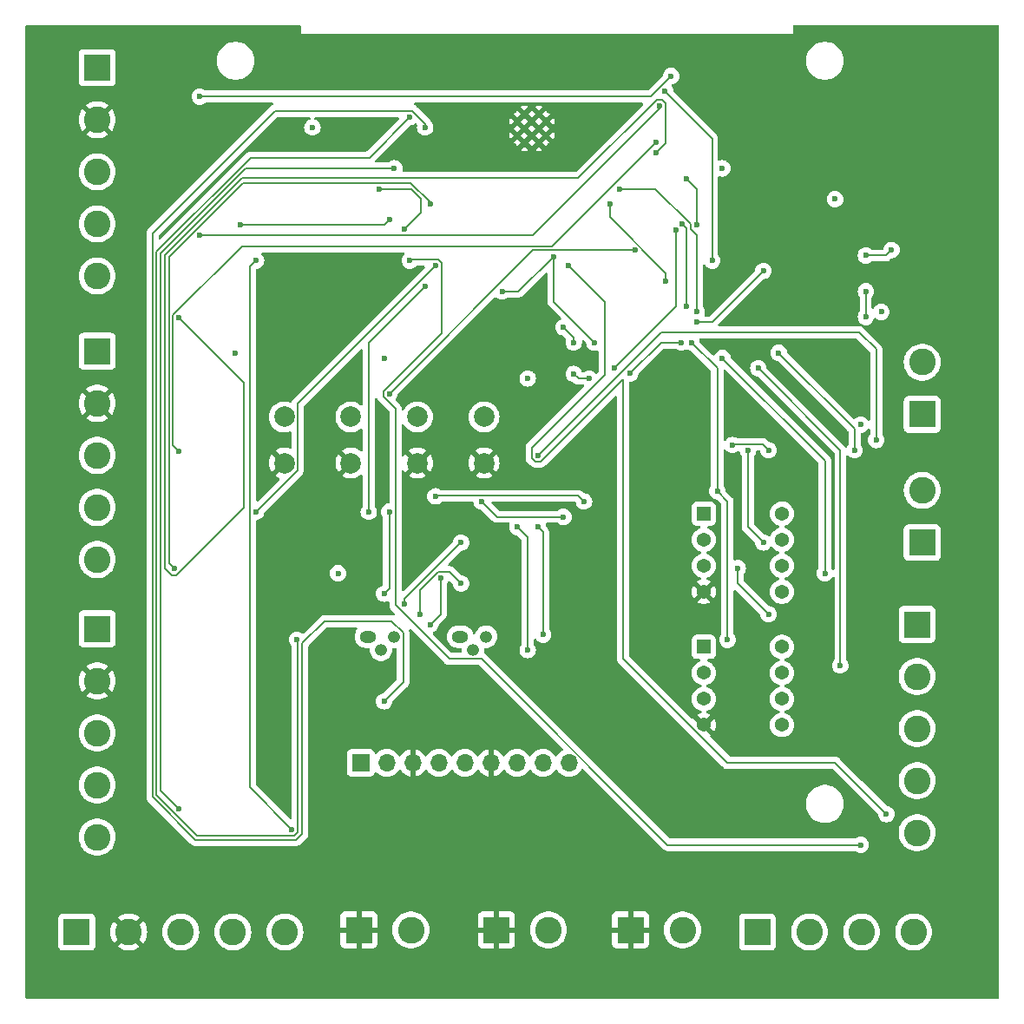
<source format=gbr>
%TF.GenerationSoftware,KiCad,Pcbnew,8.0.5*%
%TF.CreationDate,2024-10-29T07:25:13-05:00*%
%TF.ProjectId,Autonomous_Gardening_Rover_v2,4175746f-6e6f-46d6-9f75-735f47617264,rev?*%
%TF.SameCoordinates,Original*%
%TF.FileFunction,Copper,L6,Bot*%
%TF.FilePolarity,Positive*%
%FSLAX46Y46*%
G04 Gerber Fmt 4.6, Leading zero omitted, Abs format (unit mm)*
G04 Created by KiCad (PCBNEW 8.0.5) date 2024-10-29 07:25:13*
%MOMM*%
%LPD*%
G01*
G04 APERTURE LIST*
%TA.AperFunction,ComponentPad*%
%ADD10R,2.600000X2.600000*%
%TD*%
%TA.AperFunction,ComponentPad*%
%ADD11C,2.600000*%
%TD*%
%TA.AperFunction,ComponentPad*%
%ADD12R,1.371600X1.371600*%
%TD*%
%TA.AperFunction,ComponentPad*%
%ADD13C,1.371600*%
%TD*%
%TA.AperFunction,ComponentPad*%
%ADD14C,2.000000*%
%TD*%
%TA.AperFunction,ComponentPad*%
%ADD15O,1.600000X1.200000*%
%TD*%
%TA.AperFunction,ComponentPad*%
%ADD16O,1.200000X1.200000*%
%TD*%
%TA.AperFunction,HeatsinkPad*%
%ADD17C,0.600000*%
%TD*%
%TA.AperFunction,ComponentPad*%
%ADD18R,1.700000X1.700000*%
%TD*%
%TA.AperFunction,ComponentPad*%
%ADD19O,1.700000X1.700000*%
%TD*%
%TA.AperFunction,ViaPad*%
%ADD20C,0.600000*%
%TD*%
%TA.AperFunction,Conductor*%
%ADD21C,0.200000*%
%TD*%
%TA.AperFunction,Conductor*%
%ADD22C,0.127000*%
%TD*%
G04 APERTURE END LIST*
D10*
%TO.P,J3,1,Pin_1*%
%TO.N,/MOTOR4PWM*%
X37000000Y-39180000D03*
D11*
%TO.P,J3,2,Pin_2*%
%TO.N,GND*%
X37000000Y-44260000D03*
%TO.P,J3,3,Pin_3*%
%TO.N,+5V*%
X37000000Y-49340000D03*
%TO.P,J3,4,Pin_4*%
%TO.N,/MOTOR4FG*%
X37000000Y-54420000D03*
%TO.P,J3,5,Pin_5*%
%TO.N,+12V*%
X37000000Y-59500000D03*
%TD*%
D12*
%TO.P,U3,1*%
%TO.N,Net-(U3A--)*%
X96190000Y-82690000D03*
D13*
%TO.P,U3,2,-*%
X96190000Y-85230000D03*
%TO.P,U3,3,+*%
%TO.N,+3V3*%
X96190000Y-87770000D03*
%TO.P,U3,4,V-*%
%TO.N,GND*%
X96190000Y-90310000D03*
%TO.P,U3,5,+*%
%TO.N,Net-(U3B-+)*%
X103810000Y-90310000D03*
%TO.P,U3,6,-*%
%TO.N,Net-(U3B--)*%
X103810000Y-87770000D03*
%TO.P,U3,7*%
X103810000Y-85230000D03*
%TO.P,U3,8,V+*%
%TO.N,+3V3*%
X103810000Y-82690000D03*
%TD*%
D12*
%TO.P,U4,1*%
%TO.N,/Moisture_Sensor_Output*%
X96190000Y-95690000D03*
D13*
%TO.P,U4,2,-*%
%TO.N,Net-(U4A--)*%
X96190000Y-98230000D03*
%TO.P,U4,3,+*%
%TO.N,Net-(U4A-+)*%
X96190000Y-100770000D03*
%TO.P,U4,4,V-*%
%TO.N,GND*%
X96190000Y-103310000D03*
%TO.P,U4,5,+*%
%TO.N,unconnected-(U4B-+-Pad5)*%
X103810000Y-103310000D03*
%TO.P,U4,6,-*%
%TO.N,unconnected-(U4B---Pad6)*%
X103810000Y-100770000D03*
%TO.P,U4,7*%
%TO.N,unconnected-(U4-Pad7)*%
X103810000Y-98230000D03*
%TO.P,U4,8,V+*%
%TO.N,+3V3*%
X103810000Y-95690000D03*
%TD*%
D14*
%TO.P,SW2,1,1*%
%TO.N,GND*%
X74750000Y-77750000D03*
X68250000Y-77750000D03*
%TO.P,SW2,2,2*%
%TO.N,/GPIO0_STRAPPING*%
X74750000Y-73250000D03*
X68250000Y-73250000D03*
%TD*%
%TO.P,SW1,1,1*%
%TO.N,GND*%
X61750000Y-77750000D03*
X55250000Y-77750000D03*
%TO.P,SW1,2,2*%
%TO.N,/CHIP_PU*%
X61750000Y-73250000D03*
X55250000Y-73250000D03*
%TD*%
D10*
%TO.P,J8,1,Pin_1*%
%TO.N,GND*%
X62535000Y-123305000D03*
D11*
%TO.P,J8,2,Pin_2*%
%TO.N,+3V3*%
X67615000Y-123305000D03*
%TD*%
D10*
%TO.P,J6,1,Pin_1*%
%TO.N,GND*%
X75955000Y-123305000D03*
D11*
%TO.P,J6,2,Pin_2*%
%TO.N,+5V*%
X81035000Y-123305000D03*
%TD*%
D10*
%TO.P,J5,1,Pin_1*%
%TO.N,GND*%
X89035000Y-123305000D03*
D11*
%TO.P,J5,2,Pin_2*%
%TO.N,+12V*%
X94115000Y-123305000D03*
%TD*%
%TO.P,J4,2,Pin_2*%
%TO.N,/LINACT-*%
X117500000Y-80420000D03*
D10*
%TO.P,J4,1,Pin_1*%
%TO.N,/LINACT+*%
X117500000Y-85500000D03*
%TD*%
D11*
%TO.P,J1,5,Pin_5*%
%TO.N,+12V*%
X37000000Y-87160000D03*
%TO.P,J1,4,Pin_4*%
%TO.N,/MOTOR3FG*%
X37000000Y-82080000D03*
%TO.P,J1,3,Pin_3*%
%TO.N,+5V*%
X37000000Y-77000000D03*
%TO.P,J1,2,Pin_2*%
%TO.N,GND*%
X37000000Y-71920000D03*
D10*
%TO.P,J1,1,Pin_1*%
%TO.N,/MOTOR3PWM*%
X37000000Y-66840000D03*
%TD*%
D11*
%TO.P,J11,2,Pin_2*%
%TO.N,/Input_Probe_2*%
X117500000Y-67920000D03*
D10*
%TO.P,J11,1,Pin_1*%
%TO.N,/Input_Probe_1*%
X117500000Y-73000000D03*
%TD*%
D11*
%TO.P,J24,4,Pin_4*%
%TO.N,/UWBCS*%
X116660000Y-123500000D03*
%TO.P,J24,3,Pin_3*%
%TO.N,/UWBMISO*%
X111580000Y-123500000D03*
%TO.P,J24,2,Pin_2*%
%TO.N,/UWBCLK*%
X106500000Y-123500000D03*
D10*
%TO.P,J24,1,Pin_1*%
%TO.N,/UWBMOSI*%
X101420000Y-123500000D03*
%TD*%
D15*
%TO.P,Q1,1,E*%
%TO.N,/RTS*%
X72414724Y-94684724D03*
D16*
%TO.P,Q1,2,B*%
%TO.N,Net-(Q1-B)*%
X73684724Y-95954724D03*
%TO.P,Q1,3,C*%
%TO.N,Net-(Q1-C)*%
X74954724Y-94684724D03*
%TD*%
D11*
%TO.P,J7,5,Pin_5*%
%TO.N,/MPUINT*%
X117000000Y-113820000D03*
%TO.P,J7,4,Pin_4*%
%TO.N,/MPUCS*%
X117000000Y-108740000D03*
%TO.P,J7,3,Pin_3*%
%TO.N,/MPUMISO*%
X117000000Y-103660000D03*
%TO.P,J7,2,Pin_2*%
%TO.N,/MPUCLK*%
X117000000Y-98580000D03*
D10*
%TO.P,J7,1,Pin_1*%
%TO.N,/MPUMOSI*%
X117000000Y-93500000D03*
%TD*%
D11*
%TO.P,J12,5,Pin_5*%
%TO.N,+12V*%
X55320000Y-123500000D03*
%TO.P,J12,4,Pin_4*%
%TO.N,/MOTOR1FG*%
X50240000Y-123500000D03*
%TO.P,J12,3,Pin_3*%
%TO.N,+5V*%
X45160000Y-123500000D03*
%TO.P,J12,2,Pin_2*%
%TO.N,GND*%
X40080000Y-123500000D03*
D10*
%TO.P,J12,1,Pin_1*%
%TO.N,/MOTOR1PWM*%
X35000000Y-123500000D03*
%TD*%
D17*
%TO.P,U1,41,GND*%
%TO.N,GND*%
X78000000Y-44400000D03*
X78000000Y-45800000D03*
X78700000Y-43700000D03*
X78700000Y-45100000D03*
X78700000Y-46500000D03*
X79400000Y-44400000D03*
X79400000Y-45800000D03*
X80100000Y-43700000D03*
X80100000Y-45100000D03*
X80100000Y-46500000D03*
X80800000Y-44400000D03*
X80800000Y-45800000D03*
%TD*%
D18*
%TO.P,J10,1,Pin_1*%
%TO.N,/pH_Sensor*%
X62720000Y-107000000D03*
D19*
%TO.P,J10,2,Pin_2*%
%TO.N,+3V3*%
X65260000Y-107000000D03*
%TO.P,J10,3,Pin_3*%
%TO.N,GND*%
X67800000Y-107000000D03*
%TO.P,J10,4,Pin_4*%
%TO.N,/temp_Sensor*%
X70340000Y-107000000D03*
%TO.P,J10,5,Pin_5*%
%TO.N,+3V3*%
X72880000Y-107000000D03*
%TO.P,J10,6,Pin_6*%
%TO.N,GND*%
X75420000Y-107000000D03*
%TO.P,J10,7,Pin_7*%
%TO.N,unconnected-(J10-Pin_7-Pad7)*%
X77960000Y-107000000D03*
%TO.P,J10,8,Pin_8*%
%TO.N,unconnected-(J10-Pin_8-Pad8)*%
X80500000Y-107000000D03*
%TO.P,J10,9,Pin_9*%
%TO.N,unconnected-(J10-Pin_9-Pad9)*%
X83040000Y-107000000D03*
%TD*%
D15*
%TO.P,Q2,1,E*%
%TO.N,/DTR*%
X63414724Y-94684724D03*
D16*
%TO.P,Q2,2,B*%
%TO.N,Net-(Q2-B)*%
X64684724Y-95954724D03*
%TO.P,Q2,3,C*%
%TO.N,Net-(Q2-C)*%
X65954724Y-94684724D03*
%TD*%
D11*
%TO.P,J14,5,Pin_5*%
%TO.N,+12V*%
X37000000Y-114240000D03*
%TO.P,J14,4,Pin_4*%
%TO.N,/MOTOR2FG*%
X37000000Y-109160000D03*
%TO.P,J14,3,Pin_3*%
%TO.N,+5V*%
X37000000Y-104080000D03*
%TO.P,J14,2,Pin_2*%
%TO.N,GND*%
X37000000Y-99000000D03*
D10*
%TO.P,J14,1,Pin_1*%
%TO.N,/MOTOR2PWM*%
X37000000Y-93920000D03*
%TD*%
D20*
%TO.N,GND*%
X116500000Y-62500000D03*
X61000000Y-47000000D03*
X70500000Y-78000000D03*
X72500000Y-76000000D03*
%TO.N,/MOTOR2PWM*%
X69500000Y-52500000D03*
X44500000Y-88000000D03*
%TO.N,GND*%
X118000000Y-52500000D03*
X109000000Y-66500000D03*
X102500000Y-57500000D03*
%TO.N,+3V3*%
X109000000Y-52000000D03*
X98000000Y-49000000D03*
%TO.N,GND*%
X110000000Y-56000000D03*
X108500000Y-60000000D03*
%TO.N,+3V3*%
X58000000Y-45000000D03*
%TO.N,/Moisture_Sensor_Output*%
X88000000Y-51000000D03*
X95500000Y-63000000D03*
X95000000Y-66000000D03*
%TO.N,+3V3*%
X111500000Y-74000000D03*
X99500000Y-88000000D03*
X102500000Y-92500000D03*
%TO.N,Net-(U4A-+)*%
X102500000Y-76500000D03*
X99000000Y-76000000D03*
%TO.N,Net-(U3B--)*%
X102000000Y-85500000D03*
X100500000Y-76500000D03*
%TO.N,/MPUINT*%
X64500000Y-51000000D03*
X67000000Y-54900000D03*
X111500000Y-115000000D03*
X67500000Y-58000000D03*
%TO.N,/MPUCS*%
X83000000Y-58500000D03*
X114000000Y-112000000D03*
%TO.N,/RTS*%
X70000000Y-81000000D03*
X84500000Y-81500000D03*
%TO.N,/DTR*%
X82500000Y-83000000D03*
X74500000Y-81500000D03*
%TO.N,/RTS*%
X95500000Y-64000000D03*
X102000000Y-59000000D03*
%TO.N,/TXD*%
X92400000Y-41500000D03*
X97000000Y-58000000D03*
%TO.N,/UWBCLK*%
X94065687Y-54434313D03*
X94500000Y-62500000D03*
X89000000Y-69000000D03*
X94000000Y-66000000D03*
X80500000Y-94500000D03*
X80000000Y-84000000D03*
%TO.N,/UWBMOSI*%
X93500000Y-55000000D03*
X78000000Y-84000000D03*
X87500000Y-68500000D03*
X79000000Y-96000000D03*
%TO.N,/D-*%
X112000000Y-63500000D03*
X112000000Y-61000000D03*
%TO.N,GND*%
X113500000Y-55500000D03*
%TO.N,/D+*%
X112000000Y-57500000D03*
X114500000Y-56961500D03*
%TO.N,+5V*%
X113500000Y-63000000D03*
%TO.N,/MPUMISO*%
X76500000Y-61000000D03*
%TO.N,+3V3*%
X79000000Y-69500000D03*
X65000000Y-67500000D03*
X50500000Y-67000000D03*
X60500000Y-88500000D03*
%TO.N,/MPUMOSI*%
X82500000Y-64500000D03*
X83500000Y-66000000D03*
X83500000Y-69050000D03*
X85000000Y-69500000D03*
X98000000Y-67500000D03*
X108000000Y-88500000D03*
%TO.N,/LINACT+*%
X94500000Y-50000000D03*
X95500000Y-54500000D03*
X103500000Y-67000000D03*
X110900000Y-76500000D03*
%TO.N,/LINACT-*%
X80000000Y-77000000D03*
X113000000Y-75500000D03*
%TO.N,/MPUCLK*%
X109500000Y-97500000D03*
X101500000Y-68500000D03*
%TO.N,/MPUINT*%
X87000000Y-52500000D03*
X92500000Y-60000000D03*
%TO.N,/MPUMISO*%
X81500000Y-57600000D03*
X85500000Y-66000000D03*
%TO.N,/Moisture_Sensor_Output*%
X98500000Y-95000000D03*
X97500000Y-80500000D03*
%TO.N,/temp_Sensor*%
X69000000Y-45000000D03*
X65000000Y-101000000D03*
%TO.N,/pH_Sensor*%
X67500000Y-44000000D03*
X56500000Y-95000000D03*
%TO.N,/MOTOR1FG*%
X52500000Y-58000000D03*
X56000000Y-113500000D03*
%TO.N,/MOTOR1PWM*%
X66000000Y-49000000D03*
X45000000Y-111500000D03*
%TO.N,/GPIO3_STRAPPING*%
X70000000Y-58500000D03*
X52500000Y-82500000D03*
%TO.N,Net-(Q2-C)*%
X68500000Y-92500000D03*
X72500000Y-89500000D03*
%TO.N,/DTR*%
X67000000Y-91500000D03*
X72500000Y-85500000D03*
%TO.N,/RTS*%
X69500000Y-93500000D03*
X70500000Y-89000000D03*
%TO.N,Net-(Q2-B)*%
X65500000Y-82500000D03*
X65000000Y-90500000D03*
%TO.N,/GPIO46_STRAPPING*%
X69000000Y-60500000D03*
X63500000Y-82500000D03*
%TO.N,/GPIO0_STRAPPING*%
X89500000Y-57000000D03*
X65500000Y-71000000D03*
%TO.N,/MOTOR3FG*%
X91500000Y-46500000D03*
X45000000Y-76580000D03*
%TO.N,/MOTOR3PWM*%
X45000000Y-63580000D03*
X91500000Y-47500000D03*
%TO.N,/MOTOR4FG*%
X91875735Y-42875735D03*
X47000000Y-55500000D03*
%TO.N,/MOTOR4PWM*%
X93000000Y-40000000D03*
X47000000Y-42000000D03*
%TO.N,/MOTOR2FG*%
X51000000Y-54500000D03*
X65500000Y-54000000D03*
%TD*%
D21*
%TO.N,GND*%
X72500000Y-76000000D02*
X70500000Y-78000000D01*
%TO.N,/MOTOR2PWM*%
X69500000Y-52301471D02*
X69500000Y-52500000D01*
X67598529Y-50400000D02*
X69500000Y-52301471D01*
X51251471Y-50400000D02*
X67598529Y-50400000D01*
X44000000Y-87500000D02*
X44000000Y-57651471D01*
X44000000Y-57651471D02*
X51251471Y-50400000D01*
X44500000Y-88000000D02*
X44000000Y-87500000D01*
%TO.N,/Moisture_Sensor_Output*%
X91479903Y-51000000D02*
X88000000Y-51000000D01*
X94900000Y-54420097D02*
X91479903Y-51000000D01*
X94900000Y-54900000D02*
X94900000Y-54420097D01*
X95500000Y-55500000D02*
X94900000Y-54900000D01*
X95500000Y-63000000D02*
X95500000Y-55500000D01*
X97500000Y-68500000D02*
X95000000Y-66000000D01*
X97500000Y-80500000D02*
X97500000Y-68500000D01*
%TO.N,+3V3*%
X102500000Y-92500000D02*
X99500000Y-89500000D01*
X99500000Y-89500000D02*
X99500000Y-88000000D01*
%TO.N,Net-(U4A-+)*%
X101900000Y-75900000D02*
X102500000Y-76500000D01*
X99000000Y-76000000D02*
X99100000Y-75900000D01*
X99100000Y-75900000D02*
X101900000Y-75900000D01*
%TO.N,Net-(U3B--)*%
X100500000Y-76500000D02*
X100500000Y-84000000D01*
X100500000Y-84000000D02*
X102000000Y-85500000D01*
%TO.N,/MPUINT*%
X67632843Y-51000000D02*
X64500000Y-51000000D01*
X68600000Y-51967157D02*
X67632843Y-51000000D01*
X68600000Y-53300000D02*
X68600000Y-51967157D01*
X67600000Y-57900000D02*
X67500000Y-58000000D01*
X70248529Y-57900000D02*
X67600000Y-57900000D01*
X67000000Y-54900000D02*
X68600000Y-53300000D01*
X64900000Y-70751471D02*
X70600000Y-65051471D01*
X70600000Y-65051471D02*
X70600000Y-58251471D01*
X64900000Y-71248529D02*
X64900000Y-70751471D01*
X66100000Y-72448529D02*
X64900000Y-71248529D01*
X66100000Y-91600000D02*
X66100000Y-72448529D01*
X70600000Y-58251471D02*
X70248529Y-57900000D01*
X74521070Y-96854724D02*
X71354724Y-96854724D01*
X92666346Y-115000000D02*
X74521070Y-96854724D01*
X71354724Y-96854724D02*
X66100000Y-91600000D01*
X111500000Y-115000000D02*
X92666346Y-115000000D01*
%TO.N,/MPUCS*%
X86500000Y-62000000D02*
X83000000Y-58500000D01*
X86500000Y-69148529D02*
X86500000Y-62000000D01*
X79400000Y-76248529D02*
X86500000Y-69148529D01*
X79400000Y-77248529D02*
X79400000Y-76248529D01*
X79751471Y-77600000D02*
X79400000Y-77248529D01*
X80248529Y-77600000D02*
X79751471Y-77600000D01*
X88282843Y-69565686D02*
X80248529Y-77600000D01*
X109000000Y-107000000D02*
X98485868Y-107000000D01*
X88282843Y-96796975D02*
X88282843Y-69565686D01*
X98485868Y-107000000D02*
X88282843Y-96796975D01*
X114000000Y-112000000D02*
X109000000Y-107000000D01*
D22*
%TO.N,/RTS*%
X70063500Y-80936500D02*
X70000000Y-81000000D01*
X83936500Y-80936500D02*
X70063500Y-80936500D01*
X84500000Y-81500000D02*
X83936500Y-80936500D01*
%TO.N,/DTR*%
X76000000Y-83000000D02*
X74500000Y-81500000D01*
X82500000Y-83000000D02*
X76000000Y-83000000D01*
%TO.N,/RTS*%
X102000000Y-59000000D02*
X97000000Y-64000000D01*
X97000000Y-64000000D02*
X95500000Y-64000000D01*
%TO.N,/TXD*%
X97000000Y-58000000D02*
X97000000Y-46100000D01*
X97000000Y-46100000D02*
X92400000Y-41500000D01*
D21*
%TO.N,/UWBCLK*%
X92000000Y-66000000D02*
X94000000Y-66000000D01*
X89000000Y-69000000D02*
X92000000Y-66000000D01*
X94500000Y-54868626D02*
X94065687Y-54434313D01*
X80500000Y-94500000D02*
X80500000Y-84500000D01*
X94500000Y-62500000D02*
X94500000Y-54868626D01*
X80500000Y-84500000D02*
X80000000Y-84000000D01*
%TO.N,/UWBMOSI*%
X93500000Y-62500000D02*
X93500000Y-55000000D01*
X87500000Y-68500000D02*
X93500000Y-62500000D01*
X79000000Y-96000000D02*
X79000000Y-85000000D01*
X79000000Y-85000000D02*
X78000000Y-84000000D01*
D22*
%TO.N,/D-*%
X112000000Y-61000000D02*
X112000000Y-63500000D01*
%TO.N,/D+*%
X114500000Y-56961500D02*
X113961500Y-57500000D01*
X113961500Y-57500000D02*
X112000000Y-57500000D01*
D21*
%TO.N,/MPUMISO*%
X78100000Y-61000000D02*
X81500000Y-57600000D01*
X76500000Y-61000000D02*
X78100000Y-61000000D01*
%TO.N,/MPUMOSI*%
X83500000Y-65500000D02*
X82500000Y-64500000D01*
X83500000Y-66000000D02*
X83500000Y-65500000D01*
X83950000Y-69500000D02*
X83500000Y-69050000D01*
X85000000Y-69500000D02*
X83950000Y-69500000D01*
X108000000Y-88500000D02*
X108000000Y-77500000D01*
X108000000Y-77500000D02*
X98000000Y-67500000D01*
%TO.N,/LINACT+*%
X95500000Y-51000000D02*
X94500000Y-50000000D01*
X95500000Y-54500000D02*
X95500000Y-51000000D01*
X110900000Y-74400000D02*
X103500000Y-67000000D01*
X110900000Y-76500000D02*
X110900000Y-74400000D01*
%TO.N,/LINACT-*%
X111348529Y-65000000D02*
X92000000Y-65000000D01*
X113000000Y-66651471D02*
X111348529Y-65000000D01*
X113000000Y-75500000D02*
X113000000Y-66651471D01*
X92000000Y-65000000D02*
X80000000Y-77000000D01*
D22*
%TO.N,/MPUCLK*%
X109500000Y-76500000D02*
X109500000Y-97500000D01*
X101500000Y-68500000D02*
X109500000Y-76500000D01*
%TO.N,/MPUINT*%
X87000000Y-53703090D02*
X87000000Y-52500000D01*
X92500000Y-59203090D02*
X87000000Y-53703090D01*
X92500000Y-60000000D02*
X92500000Y-59203090D01*
%TO.N,/MPUMISO*%
X81500000Y-62000000D02*
X81500000Y-57600000D01*
X85500000Y-66000000D02*
X81500000Y-62000000D01*
D21*
%TO.N,/Moisture_Sensor_Output*%
X98500000Y-81500000D02*
X98500000Y-93500000D01*
X98500000Y-93500000D02*
X98500000Y-95000000D01*
X97500000Y-80500000D02*
X98500000Y-81500000D01*
%TO.N,/temp_Sensor*%
X69000000Y-44651471D02*
X69000000Y-45000000D01*
X54342284Y-43400000D02*
X67748529Y-43400000D01*
X42400000Y-55342284D02*
X54342284Y-43400000D01*
X42400000Y-110314215D02*
X42400000Y-55342284D01*
X46585785Y-114500000D02*
X42400000Y-110314215D01*
X56414215Y-114500000D02*
X46585785Y-114500000D01*
X57000000Y-113914215D02*
X56414215Y-114500000D01*
X57000000Y-95348529D02*
X57000000Y-113914215D01*
X67748529Y-43400000D02*
X69000000Y-44651471D01*
X59181874Y-93166655D02*
X57000000Y-95348529D01*
X65709448Y-93166655D02*
X59181874Y-93166655D01*
X65000000Y-101000000D02*
X66854724Y-99145276D01*
X66854724Y-99145276D02*
X66854724Y-94311931D01*
X66854724Y-94311931D02*
X65709448Y-93166655D01*
%TO.N,/pH_Sensor*%
X52004413Y-47950000D02*
X63550000Y-47950000D01*
X42800000Y-110148529D02*
X42800000Y-57154413D01*
X46751471Y-114100000D02*
X42800000Y-110148529D01*
X56248529Y-114100000D02*
X46751471Y-114100000D01*
X56600000Y-113748529D02*
X56248529Y-114100000D01*
X56500000Y-95000000D02*
X56600000Y-95100000D01*
X56600000Y-95100000D02*
X56600000Y-113748529D01*
X42800000Y-57154413D02*
X52004413Y-47950000D01*
X63550000Y-47950000D02*
X67500000Y-44000000D01*
%TO.N,/MOTOR1FG*%
X51900000Y-109400000D02*
X51900000Y-58600000D01*
X56000000Y-113500000D02*
X51900000Y-109400000D01*
X51900000Y-58600000D02*
X52500000Y-58000000D01*
%TO.N,/MOTOR1PWM*%
X43200000Y-57320099D02*
X51520099Y-49000000D01*
X43200000Y-109700000D02*
X43200000Y-57320099D01*
X51520099Y-49000000D02*
X66000000Y-49000000D01*
X45000000Y-111500000D02*
X43200000Y-109700000D01*
%TO.N,/GPIO3_STRAPPING*%
X56550000Y-78450000D02*
X56550000Y-71950000D01*
X52500000Y-82500000D02*
X56550000Y-78450000D01*
X56550000Y-71950000D02*
X70000000Y-58500000D01*
%TO.N,Net-(Q2-C)*%
X68500000Y-90151471D02*
X68500000Y-92500000D01*
X71400000Y-88400000D02*
X70251471Y-88400000D01*
X72500000Y-89500000D02*
X71400000Y-88400000D01*
X70251471Y-88400000D02*
X68500000Y-90151471D01*
%TO.N,/DTR*%
X72500000Y-85500000D02*
X67000000Y-91000000D01*
X67000000Y-91000000D02*
X67000000Y-91500000D01*
%TO.N,/RTS*%
X70500000Y-92500000D02*
X69500000Y-93500000D01*
X70500000Y-89000000D02*
X70500000Y-92500000D01*
%TO.N,Net-(Q2-B)*%
X65500000Y-90000000D02*
X65000000Y-90500000D01*
X65500000Y-82500000D02*
X65500000Y-90000000D01*
%TO.N,/MOTOR3PWM*%
X92475735Y-46524265D02*
X91500000Y-47500000D01*
X92475735Y-42627206D02*
X92475735Y-46524265D01*
X92124264Y-42275735D02*
X92475735Y-42627206D01*
X91627206Y-42275735D02*
X92124264Y-42275735D01*
X83935784Y-49967157D02*
X91627206Y-42275735D01*
X43600000Y-57485785D02*
X51118628Y-49967157D01*
X43600000Y-88028529D02*
X43600000Y-57485785D01*
X44251471Y-88680000D02*
X43600000Y-88028529D01*
X51118628Y-49967157D02*
X83935784Y-49967157D01*
X44748529Y-88680000D02*
X44251471Y-88680000D01*
X51297157Y-82131372D02*
X44748529Y-88680000D01*
X51297157Y-69877157D02*
X51297157Y-82131372D01*
X45000000Y-63580000D02*
X51297157Y-69877157D01*
%TO.N,/MOTOR3FG*%
X81400000Y-56600000D02*
X91500000Y-46500000D01*
X44400000Y-63331471D02*
X51131471Y-56600000D01*
X44400000Y-75980000D02*
X44400000Y-63331471D01*
X45000000Y-76580000D02*
X44400000Y-75980000D01*
X51131471Y-56600000D02*
X81400000Y-56600000D01*
%TO.N,/GPIO46_STRAPPING*%
X63500000Y-82500000D02*
X63500000Y-66000000D01*
X63500000Y-66000000D02*
X69000000Y-60500000D01*
%TO.N,/GPIO0_STRAPPING*%
X79500000Y-57000000D02*
X89500000Y-57000000D01*
X65500000Y-71000000D02*
X79500000Y-57000000D01*
%TO.N,/MOTOR4FG*%
X47000000Y-55500000D02*
X79500000Y-55500000D01*
X92000000Y-43000000D02*
X91875735Y-42875735D01*
X79500000Y-55500000D02*
X92000000Y-43000000D01*
%TO.N,/MOTOR4PWM*%
X91000000Y-42000000D02*
X93000000Y-40000000D01*
X47000000Y-42000000D02*
X91000000Y-42000000D01*
X37000000Y-39260000D02*
X37130000Y-39130000D01*
%TO.N,/MOTOR2FG*%
X51000000Y-54500000D02*
X65000000Y-54500000D01*
X65000000Y-54500000D02*
X65500000Y-54000000D01*
%TD*%
%TA.AperFunction,Conductor*%
%TO.N,GND*%
G36*
X62818834Y-66632915D02*
G01*
X62874767Y-66674787D01*
X62899184Y-66740251D01*
X62899500Y-66749097D01*
X62899500Y-71989609D01*
X62879815Y-72056648D01*
X62827011Y-72102403D01*
X62757853Y-72112347D01*
X62699338Y-72087463D01*
X62689511Y-72079814D01*
X62573509Y-71989526D01*
X62573507Y-71989525D01*
X62573506Y-71989524D01*
X62354811Y-71871172D01*
X62354802Y-71871169D01*
X62119616Y-71790429D01*
X61874335Y-71749500D01*
X61625665Y-71749500D01*
X61380383Y-71790429D01*
X61145197Y-71871169D01*
X61145188Y-71871172D01*
X60926493Y-71989524D01*
X60730257Y-72142261D01*
X60561836Y-72325215D01*
X60425826Y-72533393D01*
X60325936Y-72761118D01*
X60264892Y-73002175D01*
X60264890Y-73002187D01*
X60244357Y-73249994D01*
X60244357Y-73250005D01*
X60264890Y-73497812D01*
X60264892Y-73497824D01*
X60325936Y-73738881D01*
X60425826Y-73966606D01*
X60561833Y-74174782D01*
X60561836Y-74174785D01*
X60730256Y-74357738D01*
X60926491Y-74510474D01*
X61145190Y-74628828D01*
X61380386Y-74709571D01*
X61625665Y-74750500D01*
X61874335Y-74750500D01*
X62119614Y-74709571D01*
X62354810Y-74628828D01*
X62573509Y-74510474D01*
X62699339Y-74412535D01*
X62764331Y-74386894D01*
X62832871Y-74400460D01*
X62883196Y-74448929D01*
X62899500Y-74510390D01*
X62899500Y-76490243D01*
X62879815Y-76557282D01*
X62827011Y-76603037D01*
X62757853Y-76612981D01*
X62699338Y-76588097D01*
X62573230Y-76489943D01*
X62573228Y-76489942D01*
X62354614Y-76371635D01*
X62354603Y-76371630D01*
X62119493Y-76290916D01*
X61874293Y-76250000D01*
X61625707Y-76250000D01*
X61380506Y-76290916D01*
X61145396Y-76371630D01*
X61145390Y-76371632D01*
X60926761Y-76489949D01*
X60879942Y-76526388D01*
X60879942Y-76526390D01*
X61579765Y-77226212D01*
X61537708Y-77237482D01*
X61412292Y-77309890D01*
X61309890Y-77412292D01*
X61237482Y-77537708D01*
X61226212Y-77579764D01*
X60526564Y-76880116D01*
X60426267Y-77033632D01*
X60326412Y-77261282D01*
X60265387Y-77502261D01*
X60265385Y-77502270D01*
X60244859Y-77749994D01*
X60244859Y-77750005D01*
X60265385Y-77997729D01*
X60265387Y-77997738D01*
X60326412Y-78238717D01*
X60426266Y-78466364D01*
X60526564Y-78619882D01*
X61226212Y-77920234D01*
X61237482Y-77962292D01*
X61309890Y-78087708D01*
X61412292Y-78190110D01*
X61537708Y-78262518D01*
X61579763Y-78273787D01*
X60879942Y-78973609D01*
X60926768Y-79010055D01*
X60926770Y-79010056D01*
X61145385Y-79128364D01*
X61145396Y-79128369D01*
X61380506Y-79209083D01*
X61625707Y-79250000D01*
X61874293Y-79250000D01*
X62119493Y-79209083D01*
X62354603Y-79128369D01*
X62354614Y-79128364D01*
X62573228Y-79010057D01*
X62573231Y-79010055D01*
X62699337Y-78911903D01*
X62764331Y-78886260D01*
X62832871Y-78899826D01*
X62883196Y-78948295D01*
X62899500Y-79009756D01*
X62899500Y-81917587D01*
X62879815Y-81984626D01*
X62872450Y-81994896D01*
X62870186Y-81997734D01*
X62774211Y-82150476D01*
X62714631Y-82320745D01*
X62714630Y-82320750D01*
X62694435Y-82499996D01*
X62694435Y-82500003D01*
X62714630Y-82679249D01*
X62714631Y-82679254D01*
X62774211Y-82849523D01*
X62855105Y-82978264D01*
X62870184Y-83002262D01*
X62997738Y-83129816D01*
X63150478Y-83225789D01*
X63298617Y-83277625D01*
X63320745Y-83285368D01*
X63320750Y-83285369D01*
X63499996Y-83305565D01*
X63500000Y-83305565D01*
X63500004Y-83305565D01*
X63679249Y-83285369D01*
X63679252Y-83285368D01*
X63679255Y-83285368D01*
X63849522Y-83225789D01*
X64002262Y-83129816D01*
X64129816Y-83002262D01*
X64225789Y-82849522D01*
X64285368Y-82679255D01*
X64285369Y-82679249D01*
X64305565Y-82500003D01*
X64305565Y-82499996D01*
X64285369Y-82320750D01*
X64285368Y-82320745D01*
X64241170Y-82194435D01*
X64225789Y-82150478D01*
X64129816Y-81997738D01*
X64129814Y-81997736D01*
X64129813Y-81997734D01*
X64127550Y-81994896D01*
X64126659Y-81992715D01*
X64126111Y-81991842D01*
X64126264Y-81991745D01*
X64101144Y-81930209D01*
X64100500Y-81917587D01*
X64100500Y-71524478D01*
X64120185Y-71457439D01*
X64172989Y-71411684D01*
X64242147Y-71401740D01*
X64305703Y-71430765D01*
X64336358Y-71473275D01*
X64336359Y-71473275D01*
X64336363Y-71473282D01*
X64339060Y-71477022D01*
X64340421Y-71480308D01*
X64340423Y-71480314D01*
X64353094Y-71502260D01*
X64353095Y-71502263D01*
X64419475Y-71617238D01*
X64419481Y-71617246D01*
X64538349Y-71736114D01*
X64538355Y-71736119D01*
X65463181Y-72660945D01*
X65496666Y-72722268D01*
X65499500Y-72748626D01*
X65499500Y-81583677D01*
X65479815Y-81650716D01*
X65427011Y-81696471D01*
X65389384Y-81706897D01*
X65320750Y-81714630D01*
X65150478Y-81774210D01*
X64997737Y-81870184D01*
X64870184Y-81997737D01*
X64774211Y-82150476D01*
X64714631Y-82320745D01*
X64714630Y-82320750D01*
X64694435Y-82499996D01*
X64694435Y-82500003D01*
X64714630Y-82679249D01*
X64714631Y-82679254D01*
X64774211Y-82849523D01*
X64782931Y-82863400D01*
X64868760Y-82999996D01*
X64870185Y-83002263D01*
X64872445Y-83005097D01*
X64873334Y-83007275D01*
X64873889Y-83008158D01*
X64873734Y-83008255D01*
X64898855Y-83069783D01*
X64899500Y-83082412D01*
X64899500Y-89599092D01*
X64879815Y-89666131D01*
X64827011Y-89711886D01*
X64816463Y-89716130D01*
X64760093Y-89735854D01*
X64650478Y-89774210D01*
X64497737Y-89870184D01*
X64370184Y-89997737D01*
X64274211Y-90150476D01*
X64214631Y-90320745D01*
X64214630Y-90320750D01*
X64194435Y-90499996D01*
X64194435Y-90500003D01*
X64214630Y-90679249D01*
X64214631Y-90679254D01*
X64274211Y-90849523D01*
X64337179Y-90949735D01*
X64370184Y-91002262D01*
X64497738Y-91129816D01*
X64650478Y-91225789D01*
X64820739Y-91285366D01*
X64820745Y-91285368D01*
X64820750Y-91285369D01*
X64999996Y-91305565D01*
X65000000Y-91305565D01*
X65000004Y-91305565D01*
X65179249Y-91285369D01*
X65179251Y-91285368D01*
X65179255Y-91285368D01*
X65179258Y-91285366D01*
X65179262Y-91285366D01*
X65334545Y-91231030D01*
X65404324Y-91227468D01*
X65464951Y-91262196D01*
X65497179Y-91324190D01*
X65499500Y-91348071D01*
X65499500Y-91513330D01*
X65499499Y-91513348D01*
X65499499Y-91679054D01*
X65499498Y-91679054D01*
X65540423Y-91831785D01*
X65562592Y-91870183D01*
X65562594Y-91870185D01*
X65619479Y-91968714D01*
X65619481Y-91968717D01*
X65738349Y-92087585D01*
X65738355Y-92087590D01*
X66046499Y-92395734D01*
X66079984Y-92457057D01*
X66075000Y-92526749D01*
X66033128Y-92582682D01*
X65967664Y-92607099D01*
X65926725Y-92603190D01*
X65810826Y-92572135D01*
X65788505Y-92566154D01*
X65630391Y-92566154D01*
X65622795Y-92566154D01*
X65622779Y-92566155D01*
X59268544Y-92566155D01*
X59268528Y-92566154D01*
X59260932Y-92566154D01*
X59102817Y-92566154D01*
X58964599Y-92603190D01*
X58950085Y-92607079D01*
X58813161Y-92686132D01*
X58813156Y-92686136D01*
X57150084Y-94349207D01*
X57088761Y-94382692D01*
X57019069Y-94377708D01*
X56996431Y-94366520D01*
X56849523Y-94274211D01*
X56679254Y-94214631D01*
X56679249Y-94214630D01*
X56500004Y-94194435D01*
X56499996Y-94194435D01*
X56320750Y-94214630D01*
X56320745Y-94214631D01*
X56150476Y-94274211D01*
X55997737Y-94370184D01*
X55870184Y-94497737D01*
X55774211Y-94650476D01*
X55714631Y-94820745D01*
X55714630Y-94820750D01*
X55694435Y-94999996D01*
X55694435Y-95000003D01*
X55714630Y-95179249D01*
X55714631Y-95179254D01*
X55774211Y-95349523D01*
X55870184Y-95502262D01*
X55963181Y-95595259D01*
X55996666Y-95656582D01*
X55999500Y-95682940D01*
X55999500Y-112350902D01*
X55979815Y-112417941D01*
X55927011Y-112463696D01*
X55857853Y-112473640D01*
X55794297Y-112444615D01*
X55787819Y-112438583D01*
X52536819Y-109187583D01*
X52503334Y-109126260D01*
X52500500Y-109099902D01*
X52500500Y-88499996D01*
X59694435Y-88499996D01*
X59694435Y-88500003D01*
X59714630Y-88679249D01*
X59714631Y-88679254D01*
X59774211Y-88849523D01*
X59843943Y-88960500D01*
X59870184Y-89002262D01*
X59997738Y-89129816D01*
X60053063Y-89164579D01*
X60117497Y-89205066D01*
X60150478Y-89225789D01*
X60250434Y-89260765D01*
X60320745Y-89285368D01*
X60320750Y-89285369D01*
X60499996Y-89305565D01*
X60500000Y-89305565D01*
X60500004Y-89305565D01*
X60679249Y-89285369D01*
X60679252Y-89285368D01*
X60679255Y-89285368D01*
X60849522Y-89225789D01*
X61002262Y-89129816D01*
X61129816Y-89002262D01*
X61225789Y-88849522D01*
X61285368Y-88679255D01*
X61285369Y-88679249D01*
X61305565Y-88500003D01*
X61305565Y-88499996D01*
X61285369Y-88320750D01*
X61285368Y-88320745D01*
X61243249Y-88200377D01*
X61225789Y-88150478D01*
X61129816Y-87997738D01*
X61002262Y-87870184D01*
X60954896Y-87840422D01*
X60849523Y-87774211D01*
X60679254Y-87714631D01*
X60679249Y-87714630D01*
X60500004Y-87694435D01*
X60499996Y-87694435D01*
X60320750Y-87714630D01*
X60320745Y-87714631D01*
X60150476Y-87774211D01*
X59997737Y-87870184D01*
X59870184Y-87997737D01*
X59774211Y-88150476D01*
X59714631Y-88320745D01*
X59714630Y-88320750D01*
X59694435Y-88499996D01*
X52500500Y-88499996D01*
X52500500Y-83416321D01*
X52520185Y-83349282D01*
X52572989Y-83303527D01*
X52610612Y-83293101D01*
X52679255Y-83285368D01*
X52849522Y-83225789D01*
X53002262Y-83129816D01*
X53129816Y-83002262D01*
X53225789Y-82849522D01*
X53285368Y-82679255D01*
X53295161Y-82592329D01*
X53322226Y-82527918D01*
X53330690Y-82518543D01*
X56918713Y-78930521D01*
X56918716Y-78930520D01*
X57030520Y-78818716D01*
X57080639Y-78731904D01*
X57109577Y-78681785D01*
X57150501Y-78529057D01*
X57150501Y-78370943D01*
X57150501Y-78363348D01*
X57150500Y-78363330D01*
X57150500Y-72250097D01*
X57170185Y-72183058D01*
X57186819Y-72162416D01*
X62687819Y-66661416D01*
X62749142Y-66627931D01*
X62818834Y-66632915D01*
G37*
%TD.AperFunction*%
%TA.AperFunction,Conductor*%
G36*
X111115471Y-65620185D02*
G01*
X111136113Y-65636819D01*
X112363181Y-66863887D01*
X112396666Y-66925210D01*
X112399500Y-66951568D01*
X112399500Y-73496523D01*
X112379815Y-73563562D01*
X112327011Y-73609317D01*
X112257853Y-73619261D01*
X112194297Y-73590236D01*
X112170507Y-73562496D01*
X112129817Y-73497739D01*
X112002262Y-73370184D01*
X111849523Y-73274211D01*
X111679254Y-73214631D01*
X111679249Y-73214630D01*
X111500004Y-73194435D01*
X111499996Y-73194435D01*
X111320750Y-73214630D01*
X111320745Y-73214631D01*
X111150476Y-73274211D01*
X110997737Y-73370184D01*
X110946258Y-73421663D01*
X110884935Y-73455147D01*
X110815243Y-73450162D01*
X110770897Y-73421662D01*
X104330700Y-66981465D01*
X104297215Y-66920142D01*
X104295163Y-66907686D01*
X104285368Y-66820745D01*
X104225789Y-66650478D01*
X104129816Y-66497738D01*
X104002262Y-66370184D01*
X103980239Y-66356346D01*
X103849523Y-66274211D01*
X103679254Y-66214631D01*
X103679249Y-66214630D01*
X103500004Y-66194435D01*
X103499996Y-66194435D01*
X103320750Y-66214630D01*
X103320745Y-66214631D01*
X103150476Y-66274211D01*
X102997737Y-66370184D01*
X102870184Y-66497737D01*
X102774211Y-66650476D01*
X102714631Y-66820745D01*
X102714630Y-66820750D01*
X102694435Y-66999996D01*
X102694435Y-67000003D01*
X102714630Y-67179249D01*
X102714631Y-67179254D01*
X102774211Y-67349523D01*
X102837838Y-67450784D01*
X102870184Y-67502262D01*
X102997738Y-67629816D01*
X103150478Y-67725789D01*
X103320745Y-67785368D01*
X103407669Y-67795161D01*
X103472080Y-67822226D01*
X103481465Y-67830700D01*
X110263181Y-74612416D01*
X110296666Y-74673739D01*
X110299500Y-74700097D01*
X110299500Y-75917587D01*
X110279815Y-75984626D01*
X110272450Y-75994896D01*
X110270186Y-75997734D01*
X110174207Y-76150482D01*
X110173791Y-76151348D01*
X110173373Y-76151810D01*
X110170506Y-76156374D01*
X110169706Y-76155871D01*
X110126965Y-76203205D01*
X110059537Y-76221514D01*
X109992915Y-76200462D01*
X109954685Y-76159537D01*
X109951314Y-76153697D01*
X109841973Y-76044356D01*
X109841962Y-76044346D01*
X102337255Y-68539639D01*
X102303770Y-68478316D01*
X102301716Y-68465841D01*
X102285369Y-68320749D01*
X102285368Y-68320745D01*
X102265733Y-68264631D01*
X102225789Y-68150478D01*
X102129816Y-67997738D01*
X102002262Y-67870184D01*
X101939424Y-67830700D01*
X101849523Y-67774211D01*
X101679254Y-67714631D01*
X101679249Y-67714630D01*
X101500004Y-67694435D01*
X101499996Y-67694435D01*
X101320750Y-67714630D01*
X101320745Y-67714631D01*
X101150476Y-67774211D01*
X100997737Y-67870184D01*
X100870184Y-67997737D01*
X100774211Y-68150476D01*
X100714631Y-68320745D01*
X100714630Y-68320750D01*
X100694435Y-68499996D01*
X100694435Y-68500003D01*
X100714630Y-68679249D01*
X100714631Y-68679254D01*
X100774211Y-68849523D01*
X100829241Y-68937102D01*
X100870184Y-69002262D01*
X100997738Y-69129816D01*
X101150478Y-69225789D01*
X101320745Y-69285368D01*
X101320749Y-69285369D01*
X101421616Y-69296733D01*
X101465841Y-69301716D01*
X101530255Y-69328782D01*
X101539639Y-69337255D01*
X108899681Y-76697297D01*
X108933166Y-76758620D01*
X108936000Y-76784978D01*
X108936000Y-88054612D01*
X108916315Y-88121651D01*
X108863511Y-88167406D01*
X108794353Y-88177350D01*
X108730797Y-88148325D01*
X108707007Y-88120585D01*
X108631237Y-88000000D01*
X108629816Y-87997738D01*
X108629815Y-87997737D01*
X108627550Y-87994896D01*
X108626659Y-87992713D01*
X108626112Y-87991843D01*
X108626264Y-87991747D01*
X108601144Y-87930209D01*
X108600500Y-87917587D01*
X108600500Y-77589060D01*
X108600501Y-77589047D01*
X108600501Y-77420944D01*
X108593937Y-77396447D01*
X108559577Y-77268216D01*
X108535082Y-77225789D01*
X108480524Y-77131290D01*
X108480518Y-77131282D01*
X98830700Y-67481465D01*
X98797215Y-67420142D01*
X98795163Y-67407686D01*
X98785368Y-67320745D01*
X98725789Y-67150478D01*
X98629816Y-66997738D01*
X98502262Y-66870184D01*
X98439424Y-66830700D01*
X98349523Y-66774211D01*
X98179254Y-66714631D01*
X98179249Y-66714630D01*
X98000004Y-66694435D01*
X97999996Y-66694435D01*
X97820750Y-66714630D01*
X97820745Y-66714631D01*
X97650476Y-66774211D01*
X97497737Y-66870184D01*
X97370184Y-66997737D01*
X97274210Y-67150478D01*
X97268235Y-67167554D01*
X97227512Y-67224329D01*
X97162559Y-67250075D01*
X97093997Y-67236618D01*
X97063513Y-67214278D01*
X95830700Y-65981465D01*
X95797215Y-65920142D01*
X95795163Y-65907686D01*
X95785368Y-65820745D01*
X95766021Y-65765454D01*
X95762460Y-65695676D01*
X95797189Y-65635048D01*
X95859182Y-65602821D01*
X95883063Y-65600500D01*
X111048432Y-65600500D01*
X111115471Y-65620185D01*
G37*
%TD.AperFunction*%
%TA.AperFunction,Conductor*%
G36*
X66935099Y-57220185D02*
G01*
X66980854Y-57272989D01*
X66990798Y-57342147D01*
X66961773Y-57405703D01*
X66955741Y-57412181D01*
X66870184Y-57497737D01*
X66774211Y-57650476D01*
X66714631Y-57820745D01*
X66714630Y-57820750D01*
X66694435Y-57999996D01*
X66694435Y-58000003D01*
X66714630Y-58179249D01*
X66714631Y-58179254D01*
X66774211Y-58349523D01*
X66828823Y-58436437D01*
X66870184Y-58502262D01*
X66997738Y-58629816D01*
X67076105Y-58679057D01*
X67135858Y-58716603D01*
X67150478Y-58725789D01*
X67320742Y-58785367D01*
X67320745Y-58785368D01*
X67320750Y-58785369D01*
X67499996Y-58805565D01*
X67500000Y-58805565D01*
X67500004Y-58805565D01*
X67679249Y-58785369D01*
X67679252Y-58785368D01*
X67679255Y-58785368D01*
X67849522Y-58725789D01*
X68002262Y-58629816D01*
X68095260Y-58536818D01*
X68156584Y-58503334D01*
X68182941Y-58500500D01*
X68850903Y-58500500D01*
X68917942Y-58520185D01*
X68963697Y-58572989D01*
X68973641Y-58642147D01*
X68944616Y-58705703D01*
X68938584Y-58712180D01*
X62554562Y-65096202D01*
X56181286Y-71469478D01*
X56069481Y-71581282D01*
X56069479Y-71581285D01*
X56051683Y-71612110D01*
X56028579Y-71652127D01*
X56014612Y-71676317D01*
X55990422Y-71718215D01*
X55990422Y-71718216D01*
X55975850Y-71772598D01*
X55939485Y-71832258D01*
X55876637Y-71862786D01*
X55815813Y-71857784D01*
X55619616Y-71790429D01*
X55374335Y-71749500D01*
X55125665Y-71749500D01*
X54880383Y-71790429D01*
X54645197Y-71871169D01*
X54645188Y-71871172D01*
X54426493Y-71989524D01*
X54230257Y-72142261D01*
X54061836Y-72325215D01*
X53925826Y-72533393D01*
X53825936Y-72761118D01*
X53764892Y-73002175D01*
X53764890Y-73002187D01*
X53744357Y-73249994D01*
X53744357Y-73250005D01*
X53764890Y-73497812D01*
X53764892Y-73497824D01*
X53825936Y-73738881D01*
X53925826Y-73966606D01*
X54061833Y-74174782D01*
X54061836Y-74174785D01*
X54230256Y-74357738D01*
X54426491Y-74510474D01*
X54645190Y-74628828D01*
X54880386Y-74709571D01*
X55125665Y-74750500D01*
X55374335Y-74750500D01*
X55619614Y-74709571D01*
X55785238Y-74652711D01*
X55855035Y-74649562D01*
X55915457Y-74684648D01*
X55947317Y-74746830D01*
X55949500Y-74769993D01*
X55949500Y-76230535D01*
X55929815Y-76297574D01*
X55877011Y-76343329D01*
X55807853Y-76353273D01*
X55785237Y-76347816D01*
X55619493Y-76290916D01*
X55374293Y-76250000D01*
X55125707Y-76250000D01*
X54880506Y-76290916D01*
X54645396Y-76371630D01*
X54645390Y-76371632D01*
X54426761Y-76489949D01*
X54379942Y-76526388D01*
X54379942Y-76526390D01*
X55079765Y-77226212D01*
X55037708Y-77237482D01*
X54912292Y-77309890D01*
X54809890Y-77412292D01*
X54737482Y-77537708D01*
X54726212Y-77579764D01*
X54026564Y-76880116D01*
X53926267Y-77033632D01*
X53826412Y-77261282D01*
X53765387Y-77502261D01*
X53765385Y-77502270D01*
X53744859Y-77749994D01*
X53744859Y-77750005D01*
X53765385Y-77997729D01*
X53765387Y-77997738D01*
X53826412Y-78238717D01*
X53926266Y-78466364D01*
X54026564Y-78619882D01*
X54726212Y-77920234D01*
X54737482Y-77962292D01*
X54809890Y-78087708D01*
X54912292Y-78190110D01*
X55037708Y-78262518D01*
X55079763Y-78273787D01*
X54379942Y-78973609D01*
X54426768Y-79010055D01*
X54426770Y-79010056D01*
X54645385Y-79128364D01*
X54645399Y-79128370D01*
X54738165Y-79160217D01*
X54795181Y-79200602D01*
X54821312Y-79265401D01*
X54808261Y-79334041D01*
X54785584Y-79365179D01*
X52712181Y-81438583D01*
X52650858Y-81472068D01*
X52581166Y-81467084D01*
X52525233Y-81425212D01*
X52500816Y-81359748D01*
X52500500Y-81350902D01*
X52500500Y-58916321D01*
X52520185Y-58849282D01*
X52572989Y-58803527D01*
X52610613Y-58793101D01*
X52679255Y-58785368D01*
X52849522Y-58725789D01*
X53002262Y-58629816D01*
X53129816Y-58502262D01*
X53225789Y-58349522D01*
X53285368Y-58179255D01*
X53286139Y-58172411D01*
X53305565Y-58000003D01*
X53305565Y-57999996D01*
X53285369Y-57820750D01*
X53285368Y-57820745D01*
X53267944Y-57770949D01*
X53225789Y-57650478D01*
X53217206Y-57636819D01*
X53155335Y-57538352D01*
X53129816Y-57497738D01*
X53044259Y-57412181D01*
X53010774Y-57350858D01*
X53015758Y-57281166D01*
X53057630Y-57225233D01*
X53123094Y-57200816D01*
X53131940Y-57200500D01*
X66868060Y-57200500D01*
X66935099Y-57220185D01*
G37*
%TD.AperFunction*%
%TA.AperFunction,Conductor*%
G36*
X57769925Y-44020185D02*
G01*
X57815680Y-44072989D01*
X57825624Y-44142147D01*
X57796599Y-44205703D01*
X57743840Y-44241542D01*
X57650478Y-44274210D01*
X57497737Y-44370184D01*
X57370184Y-44497737D01*
X57274211Y-44650476D01*
X57214631Y-44820745D01*
X57214630Y-44820750D01*
X57194435Y-44999996D01*
X57194435Y-45000003D01*
X57214630Y-45179249D01*
X57214631Y-45179254D01*
X57274211Y-45349523D01*
X57329109Y-45436892D01*
X57370184Y-45502262D01*
X57497738Y-45629816D01*
X57527768Y-45648685D01*
X57632721Y-45714632D01*
X57650478Y-45725789D01*
X57788860Y-45774211D01*
X57820745Y-45785368D01*
X57820750Y-45785369D01*
X57999996Y-45805565D01*
X58000000Y-45805565D01*
X58000004Y-45805565D01*
X58179249Y-45785369D01*
X58179252Y-45785368D01*
X58179255Y-45785368D01*
X58349522Y-45725789D01*
X58502262Y-45629816D01*
X58629816Y-45502262D01*
X58725789Y-45349522D01*
X58785368Y-45179255D01*
X58805565Y-45000000D01*
X58792610Y-44885021D01*
X58785369Y-44820750D01*
X58785368Y-44820745D01*
X58765823Y-44764888D01*
X58725789Y-44650478D01*
X58702587Y-44613553D01*
X58649477Y-44529028D01*
X58629816Y-44497738D01*
X58502262Y-44370184D01*
X58390565Y-44300000D01*
X58349521Y-44274210D01*
X58256160Y-44241542D01*
X58199383Y-44200820D01*
X58173636Y-44135867D01*
X58187092Y-44067306D01*
X58235479Y-44016903D01*
X58297114Y-44000500D01*
X66350902Y-44000500D01*
X66417941Y-44020185D01*
X66463696Y-44072989D01*
X66473640Y-44142147D01*
X66444615Y-44205703D01*
X66438583Y-44212181D01*
X63337584Y-47313181D01*
X63276261Y-47346666D01*
X63249903Y-47349500D01*
X52091083Y-47349500D01*
X52091067Y-47349499D01*
X52083471Y-47349499D01*
X51925356Y-47349499D01*
X51848992Y-47369961D01*
X51772627Y-47390423D01*
X51772622Y-47390426D01*
X51635703Y-47469475D01*
X51635695Y-47469481D01*
X43212181Y-55892996D01*
X43150858Y-55926481D01*
X43081166Y-55921497D01*
X43025233Y-55879625D01*
X43000816Y-55814161D01*
X43000500Y-55805315D01*
X43000500Y-55642381D01*
X43020185Y-55575342D01*
X43036819Y-55554700D01*
X54554700Y-44036819D01*
X54616023Y-44003334D01*
X54642381Y-44000500D01*
X57702886Y-44000500D01*
X57769925Y-44020185D01*
G37*
%TD.AperFunction*%
%TA.AperFunction,Conductor*%
G36*
X90220883Y-42620185D02*
G01*
X90266638Y-42672989D01*
X90276582Y-42742147D01*
X90247557Y-42805703D01*
X90241525Y-42812181D01*
X83723368Y-49330338D01*
X83662045Y-49363823D01*
X83635687Y-49366657D01*
X66894555Y-49366657D01*
X66827516Y-49346972D01*
X66781761Y-49294168D01*
X66771817Y-49225010D01*
X66777514Y-49201701D01*
X66785367Y-49179258D01*
X66785369Y-49179249D01*
X66805565Y-49000003D01*
X66805565Y-48999996D01*
X66785369Y-48820750D01*
X66785368Y-48820745D01*
X66725788Y-48650476D01*
X66629815Y-48497737D01*
X66502262Y-48370184D01*
X66349523Y-48274211D01*
X66179254Y-48214631D01*
X66179249Y-48214630D01*
X66000004Y-48194435D01*
X65999996Y-48194435D01*
X65820750Y-48214630D01*
X65820745Y-48214631D01*
X65650476Y-48274211D01*
X65497736Y-48370185D01*
X65494903Y-48372445D01*
X65492724Y-48373334D01*
X65491842Y-48373889D01*
X65491744Y-48373734D01*
X65430217Y-48398855D01*
X65417588Y-48399500D01*
X64249096Y-48399500D01*
X64182057Y-48379815D01*
X64136302Y-48327011D01*
X64126358Y-48257853D01*
X64155383Y-48194297D01*
X64161415Y-48187819D01*
X65132574Y-47216660D01*
X78336892Y-47216660D01*
X78336892Y-47216661D01*
X78350692Y-47225333D01*
X78350691Y-47225333D01*
X78520861Y-47284878D01*
X78699997Y-47305062D01*
X78700003Y-47305062D01*
X78879138Y-47284878D01*
X78879141Y-47284877D01*
X79049305Y-47225334D01*
X79049306Y-47225334D01*
X79063106Y-47216661D01*
X79063106Y-47216660D01*
X79736892Y-47216660D01*
X79736892Y-47216661D01*
X79750692Y-47225333D01*
X79750691Y-47225333D01*
X79920861Y-47284878D01*
X80099997Y-47305062D01*
X80100003Y-47305062D01*
X80279138Y-47284878D01*
X80279141Y-47284877D01*
X80449305Y-47225334D01*
X80449306Y-47225334D01*
X80463106Y-47216661D01*
X80463106Y-47216660D01*
X80100001Y-46853553D01*
X80100000Y-46853553D01*
X79736892Y-47216660D01*
X79063106Y-47216660D01*
X78700001Y-46853553D01*
X78700000Y-46853553D01*
X78336892Y-47216660D01*
X65132574Y-47216660D01*
X65764458Y-46584776D01*
X65832574Y-46516660D01*
X77636892Y-46516660D01*
X77636892Y-46516661D01*
X77650692Y-46525333D01*
X77650691Y-46525333D01*
X77820862Y-46584878D01*
X77821644Y-46585057D01*
X77822097Y-46585310D01*
X77827431Y-46587177D01*
X77827104Y-46588111D01*
X77882623Y-46619166D01*
X77911952Y-46672874D01*
X77912822Y-46672570D01*
X77914670Y-46677852D01*
X77914940Y-46678346D01*
X77915121Y-46679142D01*
X77974663Y-46849300D01*
X77974663Y-46849301D01*
X77983338Y-46863107D01*
X78346446Y-46500000D01*
X78326555Y-46480109D01*
X78600000Y-46480109D01*
X78600000Y-46519891D01*
X78615224Y-46556645D01*
X78643355Y-46584776D01*
X78680109Y-46600000D01*
X78719891Y-46600000D01*
X78756645Y-46584776D01*
X78784776Y-46556645D01*
X78800000Y-46519891D01*
X78800000Y-46499999D01*
X79053553Y-46499999D01*
X79053553Y-46500000D01*
X79400000Y-46846446D01*
X79400001Y-46846446D01*
X79746446Y-46500000D01*
X79726555Y-46480109D01*
X80000000Y-46480109D01*
X80000000Y-46519891D01*
X80015224Y-46556645D01*
X80043355Y-46584776D01*
X80080109Y-46600000D01*
X80119891Y-46600000D01*
X80156645Y-46584776D01*
X80184776Y-46556645D01*
X80200000Y-46519891D01*
X80200000Y-46499999D01*
X80453553Y-46499999D01*
X80453553Y-46500000D01*
X80816660Y-46863106D01*
X80816661Y-46863106D01*
X80825334Y-46849306D01*
X80825334Y-46849305D01*
X80884876Y-46679144D01*
X80885056Y-46678358D01*
X80885311Y-46677901D01*
X80887177Y-46672570D01*
X80888110Y-46672896D01*
X80919164Y-46617379D01*
X80972875Y-46588049D01*
X80972570Y-46587177D01*
X80977870Y-46585322D01*
X80978358Y-46585056D01*
X80979144Y-46584876D01*
X81149305Y-46525334D01*
X81149306Y-46525334D01*
X81163106Y-46516661D01*
X81163106Y-46516660D01*
X80800000Y-46153553D01*
X80734240Y-46219314D01*
X80734239Y-46219314D01*
X80453553Y-46499999D01*
X80200000Y-46499999D01*
X80200000Y-46480109D01*
X80184776Y-46443355D01*
X80156645Y-46415224D01*
X80119891Y-46400000D01*
X80080109Y-46400000D01*
X80043355Y-46415224D01*
X80015224Y-46443355D01*
X80000000Y-46480109D01*
X79726555Y-46480109D01*
X79465760Y-46219314D01*
X79400000Y-46153553D01*
X79334240Y-46219314D01*
X79334239Y-46219314D01*
X79053553Y-46499999D01*
X78800000Y-46499999D01*
X78800000Y-46480109D01*
X78784776Y-46443355D01*
X78756645Y-46415224D01*
X78719891Y-46400000D01*
X78680109Y-46400000D01*
X78643355Y-46415224D01*
X78615224Y-46443355D01*
X78600000Y-46480109D01*
X78326555Y-46480109D01*
X77999999Y-46153553D01*
X77999998Y-46153553D01*
X77636892Y-46516660D01*
X65832574Y-46516660D01*
X67518536Y-44830698D01*
X67579857Y-44797215D01*
X67592310Y-44795163D01*
X67679255Y-44785368D01*
X67849522Y-44725789D01*
X67996433Y-44633478D01*
X68063668Y-44614478D01*
X68130503Y-44634845D01*
X68150085Y-44650791D01*
X68186860Y-44687566D01*
X68220345Y-44748889D01*
X68216224Y-44816192D01*
X68214631Y-44820742D01*
X68214631Y-44820746D01*
X68194435Y-44999996D01*
X68194435Y-45000003D01*
X68214630Y-45179249D01*
X68214631Y-45179254D01*
X68274211Y-45349523D01*
X68329109Y-45436892D01*
X68370184Y-45502262D01*
X68497738Y-45629816D01*
X68527768Y-45648685D01*
X68632721Y-45714632D01*
X68650478Y-45725789D01*
X68788860Y-45774211D01*
X68820745Y-45785368D01*
X68820750Y-45785369D01*
X68999996Y-45805565D01*
X69000000Y-45805565D01*
X69000004Y-45805565D01*
X69049422Y-45799997D01*
X77194938Y-45799997D01*
X77194938Y-45800002D01*
X77215121Y-45979138D01*
X77274665Y-46149304D01*
X77283338Y-46163107D01*
X77646446Y-45800000D01*
X77646446Y-45799999D01*
X77626556Y-45780109D01*
X77900000Y-45780109D01*
X77900000Y-45819891D01*
X77915224Y-45856645D01*
X77943355Y-45884776D01*
X77980109Y-45900000D01*
X78019891Y-45900000D01*
X78056645Y-45884776D01*
X78084776Y-45856645D01*
X78100000Y-45819891D01*
X78100000Y-45800000D01*
X78353553Y-45800000D01*
X78388782Y-45835228D01*
X78700000Y-46146446D01*
X79046446Y-45800000D01*
X79026555Y-45780109D01*
X79300000Y-45780109D01*
X79300000Y-45819891D01*
X79315224Y-45856645D01*
X79343355Y-45884776D01*
X79380109Y-45900000D01*
X79419891Y-45900000D01*
X79456645Y-45884776D01*
X79484776Y-45856645D01*
X79500000Y-45819891D01*
X79500000Y-45800000D01*
X79753553Y-45800000D01*
X79788782Y-45835228D01*
X80100000Y-46146446D01*
X80446446Y-45800000D01*
X80426555Y-45780109D01*
X80700000Y-45780109D01*
X80700000Y-45819891D01*
X80715224Y-45856645D01*
X80743355Y-45884776D01*
X80780109Y-45900000D01*
X80819891Y-45900000D01*
X80856645Y-45884776D01*
X80884776Y-45856645D01*
X80900000Y-45819891D01*
X80900000Y-45800000D01*
X81153553Y-45800000D01*
X81516660Y-46163106D01*
X81516661Y-46163106D01*
X81525334Y-46149306D01*
X81525334Y-46149305D01*
X81584877Y-45979141D01*
X81584878Y-45979138D01*
X81605062Y-45800002D01*
X81605062Y-45799997D01*
X81584878Y-45620861D01*
X81525333Y-45450692D01*
X81516661Y-45436892D01*
X81516660Y-45436892D01*
X81153553Y-45800000D01*
X80900000Y-45800000D01*
X80900000Y-45780109D01*
X80884776Y-45743355D01*
X80856645Y-45715224D01*
X80819891Y-45700000D01*
X80780109Y-45700000D01*
X80743355Y-45715224D01*
X80715224Y-45743355D01*
X80700000Y-45780109D01*
X80426555Y-45780109D01*
X80134191Y-45487745D01*
X80134189Y-45487742D01*
X80100001Y-45453553D01*
X80099999Y-45453553D01*
X80065809Y-45487744D01*
X79753553Y-45800000D01*
X79500000Y-45800000D01*
X79500000Y-45780109D01*
X79484776Y-45743355D01*
X79456645Y-45715224D01*
X79419891Y-45700000D01*
X79380109Y-45700000D01*
X79343355Y-45715224D01*
X79315224Y-45743355D01*
X79300000Y-45780109D01*
X79026555Y-45780109D01*
X78734191Y-45487745D01*
X78734189Y-45487742D01*
X78700001Y-45453553D01*
X78699999Y-45453553D01*
X78665809Y-45487744D01*
X78353553Y-45800000D01*
X78100000Y-45800000D01*
X78100000Y-45780109D01*
X78084776Y-45743355D01*
X78056645Y-45715224D01*
X78019891Y-45700000D01*
X77980109Y-45700000D01*
X77943355Y-45715224D01*
X77915224Y-45743355D01*
X77900000Y-45780109D01*
X77626556Y-45780109D01*
X77283338Y-45436891D01*
X77283337Y-45436891D01*
X77274667Y-45450691D01*
X77274662Y-45450701D01*
X77215122Y-45620858D01*
X77215121Y-45620861D01*
X77194938Y-45799997D01*
X69049422Y-45799997D01*
X69179249Y-45785369D01*
X69179252Y-45785368D01*
X69179255Y-45785368D01*
X69349522Y-45725789D01*
X69502262Y-45629816D01*
X69629816Y-45502262D01*
X69725789Y-45349522D01*
X69785368Y-45179255D01*
X69794298Y-45099999D01*
X77653553Y-45099999D01*
X77653553Y-45100001D01*
X77999998Y-45446446D01*
X77999999Y-45446446D01*
X78275869Y-45170577D01*
X78346446Y-45100000D01*
X78326555Y-45080109D01*
X78600000Y-45080109D01*
X78600000Y-45119891D01*
X78615224Y-45156645D01*
X78643355Y-45184776D01*
X78680109Y-45200000D01*
X78719891Y-45200000D01*
X78756645Y-45184776D01*
X78784776Y-45156645D01*
X78800000Y-45119891D01*
X78800000Y-45099999D01*
X79053553Y-45099999D01*
X79400000Y-45446446D01*
X79746446Y-45100000D01*
X79726555Y-45080109D01*
X80000000Y-45080109D01*
X80000000Y-45119891D01*
X80015224Y-45156645D01*
X80043355Y-45184776D01*
X80080109Y-45200000D01*
X80119891Y-45200000D01*
X80156645Y-45184776D01*
X80184776Y-45156645D01*
X80200000Y-45119891D01*
X80200000Y-45099999D01*
X80453553Y-45099999D01*
X80800000Y-45446446D01*
X81146446Y-45100000D01*
X81146446Y-45099999D01*
X80800000Y-44753553D01*
X80799999Y-44753553D01*
X80761509Y-44792045D01*
X80761507Y-44792047D01*
X80453553Y-45099999D01*
X80200000Y-45099999D01*
X80200000Y-45080109D01*
X80184776Y-45043355D01*
X80156645Y-45015224D01*
X80119891Y-45000000D01*
X80080109Y-45000000D01*
X80043355Y-45015224D01*
X80015224Y-45043355D01*
X80000000Y-45080109D01*
X79726555Y-45080109D01*
X79438492Y-44792046D01*
X79400000Y-44753553D01*
X79361508Y-44792046D01*
X79361507Y-44792047D01*
X79053553Y-45099999D01*
X78800000Y-45099999D01*
X78800000Y-45080109D01*
X78784776Y-45043355D01*
X78756645Y-45015224D01*
X78719891Y-45000000D01*
X78680109Y-45000000D01*
X78643355Y-45015224D01*
X78615224Y-45043355D01*
X78600000Y-45080109D01*
X78326555Y-45080109D01*
X77999999Y-44753553D01*
X77999998Y-44753553D01*
X77653553Y-45099999D01*
X69794298Y-45099999D01*
X69805565Y-45000000D01*
X69792610Y-44885021D01*
X69785369Y-44820750D01*
X69785368Y-44820745D01*
X69765823Y-44764888D01*
X69725789Y-44650478D01*
X69702587Y-44613553D01*
X69649477Y-44529028D01*
X69629816Y-44497738D01*
X69581793Y-44449715D01*
X69562086Y-44424033D01*
X69559577Y-44419688D01*
X69559577Y-44419686D01*
X69548209Y-44399997D01*
X77194938Y-44399997D01*
X77194938Y-44400002D01*
X77215121Y-44579138D01*
X77274665Y-44749304D01*
X77283338Y-44763107D01*
X77646446Y-44400000D01*
X77646446Y-44399999D01*
X77626556Y-44380109D01*
X77900000Y-44380109D01*
X77900000Y-44419891D01*
X77915224Y-44456645D01*
X77943355Y-44484776D01*
X77980109Y-44500000D01*
X78019891Y-44500000D01*
X78056645Y-44484776D01*
X78084776Y-44456645D01*
X78100000Y-44419891D01*
X78100000Y-44399999D01*
X78353553Y-44399999D01*
X78700000Y-44746446D01*
X79046446Y-44400000D01*
X79026555Y-44380109D01*
X79300000Y-44380109D01*
X79300000Y-44419891D01*
X79315224Y-44456645D01*
X79343355Y-44484776D01*
X79380109Y-44500000D01*
X79419891Y-44500000D01*
X79456645Y-44484776D01*
X79484776Y-44456645D01*
X79500000Y-44419891D01*
X79500000Y-44399999D01*
X79753553Y-44399999D01*
X80100000Y-44746446D01*
X80446446Y-44400000D01*
X80426555Y-44380109D01*
X80700000Y-44380109D01*
X80700000Y-44419891D01*
X80715224Y-44456645D01*
X80743355Y-44484776D01*
X80780109Y-44500000D01*
X80819891Y-44500000D01*
X80856645Y-44484776D01*
X80884776Y-44456645D01*
X80900000Y-44419891D01*
X80900000Y-44400000D01*
X81153553Y-44400000D01*
X81516660Y-44763106D01*
X81516661Y-44763106D01*
X81525334Y-44749306D01*
X81525334Y-44749305D01*
X81584877Y-44579141D01*
X81584878Y-44579138D01*
X81605062Y-44400002D01*
X81605062Y-44399997D01*
X81584878Y-44220861D01*
X81525333Y-44050692D01*
X81516661Y-44036892D01*
X81516660Y-44036892D01*
X81153553Y-44400000D01*
X80900000Y-44400000D01*
X80900000Y-44380109D01*
X80884776Y-44343355D01*
X80856645Y-44315224D01*
X80819891Y-44300000D01*
X80780109Y-44300000D01*
X80743355Y-44315224D01*
X80715224Y-44343355D01*
X80700000Y-44380109D01*
X80426555Y-44380109D01*
X80165760Y-44119314D01*
X80100000Y-44053553D01*
X80034240Y-44119314D01*
X80034239Y-44119314D01*
X79753553Y-44399999D01*
X79500000Y-44399999D01*
X79500000Y-44380109D01*
X79484776Y-44343355D01*
X79456645Y-44315224D01*
X79419891Y-44300000D01*
X79380109Y-44300000D01*
X79343355Y-44315224D01*
X79315224Y-44343355D01*
X79300000Y-44380109D01*
X79026555Y-44380109D01*
X78765760Y-44119314D01*
X78700000Y-44053553D01*
X78634240Y-44119314D01*
X78634239Y-44119314D01*
X78353553Y-44399999D01*
X78100000Y-44399999D01*
X78100000Y-44380109D01*
X78084776Y-44343355D01*
X78056645Y-44315224D01*
X78019891Y-44300000D01*
X77980109Y-44300000D01*
X77943355Y-44315224D01*
X77915224Y-44343355D01*
X77900000Y-44380109D01*
X77626556Y-44380109D01*
X77283338Y-44036891D01*
X77283337Y-44036891D01*
X77274667Y-44050691D01*
X77274662Y-44050701D01*
X77215122Y-44220858D01*
X77215121Y-44220861D01*
X77194938Y-44399997D01*
X69548209Y-44399997D01*
X69530149Y-44368716D01*
X69480520Y-44282755D01*
X69368716Y-44170951D01*
X69368715Y-44170950D01*
X69364385Y-44166620D01*
X69364374Y-44166610D01*
X68881101Y-43683337D01*
X77636891Y-43683337D01*
X77636891Y-43683338D01*
X77999998Y-44046446D01*
X77999999Y-44046446D01*
X78275868Y-43770577D01*
X78346446Y-43699998D01*
X78326557Y-43680109D01*
X78600000Y-43680109D01*
X78600000Y-43719891D01*
X78615224Y-43756645D01*
X78643355Y-43784776D01*
X78680109Y-43800000D01*
X78719891Y-43800000D01*
X78756645Y-43784776D01*
X78784776Y-43756645D01*
X78800000Y-43719891D01*
X78800000Y-43699998D01*
X79053553Y-43699998D01*
X79053553Y-43699999D01*
X79400000Y-44046446D01*
X79675870Y-43770577D01*
X79746446Y-43699999D01*
X79746446Y-43699998D01*
X79726557Y-43680109D01*
X80000000Y-43680109D01*
X80000000Y-43719891D01*
X80015224Y-43756645D01*
X80043355Y-43784776D01*
X80080109Y-43800000D01*
X80119891Y-43800000D01*
X80156645Y-43784776D01*
X80184776Y-43756645D01*
X80200000Y-43719891D01*
X80200000Y-43699998D01*
X80453553Y-43699998D01*
X80453553Y-43699999D01*
X80800000Y-44046446D01*
X80800001Y-44046446D01*
X81163107Y-43683338D01*
X81149301Y-43674663D01*
X80979142Y-43615121D01*
X80978346Y-43614940D01*
X80977883Y-43614681D01*
X80972570Y-43612822D01*
X80972895Y-43611890D01*
X80917370Y-43580827D01*
X80888049Y-43527125D01*
X80887177Y-43527431D01*
X80885321Y-43522128D01*
X80885057Y-43521644D01*
X80884878Y-43520862D01*
X80825333Y-43350692D01*
X80816661Y-43336892D01*
X80816660Y-43336892D01*
X80453553Y-43699998D01*
X80200000Y-43699998D01*
X80200000Y-43680109D01*
X80184776Y-43643355D01*
X80156645Y-43615224D01*
X80119891Y-43600000D01*
X80080109Y-43600000D01*
X80043355Y-43615224D01*
X80015224Y-43643355D01*
X80000000Y-43680109D01*
X79726557Y-43680109D01*
X79400001Y-43353553D01*
X79400000Y-43353553D01*
X79053553Y-43699998D01*
X78800000Y-43699998D01*
X78800000Y-43680109D01*
X78784776Y-43643355D01*
X78756645Y-43615224D01*
X78719891Y-43600000D01*
X78680109Y-43600000D01*
X78643355Y-43615224D01*
X78615224Y-43643355D01*
X78600000Y-43680109D01*
X78326557Y-43680109D01*
X77983338Y-43336891D01*
X77983337Y-43336891D01*
X77974667Y-43350691D01*
X77974662Y-43350701D01*
X77915119Y-43520866D01*
X77914939Y-43521656D01*
X77914682Y-43522113D01*
X77912823Y-43527429D01*
X77911891Y-43527103D01*
X77880824Y-43582631D01*
X77827124Y-43611952D01*
X77827429Y-43612823D01*
X77822145Y-43614671D01*
X77821656Y-43614939D01*
X77820866Y-43615119D01*
X77650701Y-43674662D01*
X77650691Y-43674667D01*
X77636891Y-43683337D01*
X68881101Y-43683337D01*
X68236119Y-43038355D01*
X68236117Y-43038352D01*
X68181102Y-42983337D01*
X78336891Y-42983337D01*
X78336891Y-42983338D01*
X78700000Y-43346446D01*
X78700001Y-43346446D01*
X79063107Y-42983338D01*
X79063105Y-42983337D01*
X79736891Y-42983337D01*
X79736891Y-42983338D01*
X80100000Y-43346446D01*
X80100001Y-43346446D01*
X80463107Y-42983338D01*
X80449304Y-42974665D01*
X80279138Y-42915121D01*
X80100003Y-42894938D01*
X80099997Y-42894938D01*
X79920861Y-42915121D01*
X79920858Y-42915122D01*
X79750701Y-42974662D01*
X79750691Y-42974667D01*
X79736891Y-42983337D01*
X79063105Y-42983337D01*
X79049304Y-42974665D01*
X78879138Y-42915121D01*
X78700003Y-42894938D01*
X78699997Y-42894938D01*
X78520861Y-42915121D01*
X78520858Y-42915122D01*
X78350701Y-42974662D01*
X78350691Y-42974667D01*
X78336891Y-42983337D01*
X68181102Y-42983337D01*
X68117246Y-42919481D01*
X68117245Y-42919480D01*
X68012474Y-42858991D01*
X68012473Y-42858990D01*
X67980307Y-42840419D01*
X67977020Y-42839058D01*
X67974675Y-42837168D01*
X67973277Y-42836361D01*
X67973402Y-42836142D01*
X67922619Y-42795214D01*
X67900558Y-42728919D01*
X67917841Y-42661220D01*
X67968981Y-42613613D01*
X68024479Y-42600500D01*
X90153844Y-42600500D01*
X90220883Y-42620185D01*
G37*
%TD.AperFunction*%
%TA.AperFunction,Conductor*%
G36*
X56843039Y-35019685D02*
G01*
X56888794Y-35072489D01*
X56900000Y-35124000D01*
X56900000Y-35890000D01*
X104900000Y-35890000D01*
X104900000Y-35124000D01*
X104919685Y-35056961D01*
X104972489Y-35011206D01*
X105024000Y-35000000D01*
X124876000Y-35000000D01*
X124943039Y-35019685D01*
X124988794Y-35072489D01*
X125000000Y-35124000D01*
X125000000Y-129876000D01*
X124980315Y-129943039D01*
X124927511Y-129988794D01*
X124876000Y-130000000D01*
X30124000Y-130000000D01*
X30056961Y-129980315D01*
X30011206Y-129927511D01*
X30000000Y-129876000D01*
X30000000Y-122152135D01*
X33199500Y-122152135D01*
X33199500Y-124847870D01*
X33199501Y-124847876D01*
X33205908Y-124907483D01*
X33256202Y-125042328D01*
X33256206Y-125042335D01*
X33342452Y-125157544D01*
X33342455Y-125157547D01*
X33457664Y-125243793D01*
X33457671Y-125243797D01*
X33592517Y-125294091D01*
X33592516Y-125294091D01*
X33599444Y-125294835D01*
X33652127Y-125300500D01*
X36347872Y-125300499D01*
X36407483Y-125294091D01*
X36542331Y-125243796D01*
X36657546Y-125157546D01*
X36743796Y-125042331D01*
X36794091Y-124907483D01*
X36800500Y-124847873D01*
X36800499Y-123499995D01*
X38274953Y-123499995D01*
X38274953Y-123500004D01*
X38295113Y-123769026D01*
X38295113Y-123769028D01*
X38355142Y-124032033D01*
X38355148Y-124032052D01*
X38453709Y-124283181D01*
X38453708Y-124283181D01*
X38588602Y-124516822D01*
X38642294Y-124584151D01*
X38642295Y-124584151D01*
X39478958Y-123747488D01*
X39503978Y-123807890D01*
X39575112Y-123914351D01*
X39665649Y-124004888D01*
X39772110Y-124076022D01*
X39832510Y-124101041D01*
X38994848Y-124938702D01*
X39177483Y-125063220D01*
X39177485Y-125063221D01*
X39420539Y-125180269D01*
X39420537Y-125180269D01*
X39678337Y-125259790D01*
X39678343Y-125259792D01*
X39945101Y-125299999D01*
X39945110Y-125300000D01*
X40214890Y-125300000D01*
X40214898Y-125299999D01*
X40481656Y-125259792D01*
X40481662Y-125259790D01*
X40739461Y-125180269D01*
X40982521Y-125063218D01*
X41165150Y-124938702D01*
X40327488Y-124101041D01*
X40387890Y-124076022D01*
X40494351Y-124004888D01*
X40584888Y-123914351D01*
X40656022Y-123807890D01*
X40681041Y-123747488D01*
X41517703Y-124584151D01*
X41517704Y-124584150D01*
X41571393Y-124516828D01*
X41571400Y-124516817D01*
X41706290Y-124283181D01*
X41804851Y-124032052D01*
X41804857Y-124032033D01*
X41864886Y-123769028D01*
X41864886Y-123769026D01*
X41885047Y-123500004D01*
X41885047Y-123499995D01*
X43354451Y-123499995D01*
X43354451Y-123500004D01*
X43374616Y-123769101D01*
X43434664Y-124032188D01*
X43434666Y-124032195D01*
X43480901Y-124150000D01*
X43533257Y-124283398D01*
X43668185Y-124517102D01*
X43721655Y-124584151D01*
X43836442Y-124728089D01*
X44023183Y-124901358D01*
X44034259Y-124911635D01*
X44257226Y-125063651D01*
X44257229Y-125063652D01*
X44257230Y-125063653D01*
X44260609Y-125065280D01*
X44500359Y-125180738D01*
X44758228Y-125260280D01*
X44758229Y-125260280D01*
X44758232Y-125260281D01*
X45025063Y-125300499D01*
X45025068Y-125300499D01*
X45025071Y-125300500D01*
X45025072Y-125300500D01*
X45294928Y-125300500D01*
X45294929Y-125300500D01*
X45294936Y-125300499D01*
X45561767Y-125260281D01*
X45561768Y-125260280D01*
X45561772Y-125260280D01*
X45819641Y-125180738D01*
X46011765Y-125088216D01*
X46062767Y-125063655D01*
X46062767Y-125063654D01*
X46062775Y-125063651D01*
X46285741Y-124911635D01*
X46483561Y-124728085D01*
X46651815Y-124517102D01*
X46786743Y-124283398D01*
X46885334Y-124032195D01*
X46945383Y-123769103D01*
X46960752Y-123564019D01*
X46965549Y-123500004D01*
X46965549Y-123499995D01*
X48434451Y-123499995D01*
X48434451Y-123500004D01*
X48454616Y-123769101D01*
X48514664Y-124032188D01*
X48514666Y-124032195D01*
X48560901Y-124150000D01*
X48613257Y-124283398D01*
X48748185Y-124517102D01*
X48801655Y-124584151D01*
X48916442Y-124728089D01*
X49103183Y-124901358D01*
X49114259Y-124911635D01*
X49337226Y-125063651D01*
X49337229Y-125063652D01*
X49337230Y-125063653D01*
X49340609Y-125065280D01*
X49580359Y-125180738D01*
X49838228Y-125260280D01*
X49838229Y-125260280D01*
X49838232Y-125260281D01*
X50105063Y-125300499D01*
X50105068Y-125300499D01*
X50105071Y-125300500D01*
X50105072Y-125300500D01*
X50374928Y-125300500D01*
X50374929Y-125300500D01*
X50374936Y-125300499D01*
X50641767Y-125260281D01*
X50641768Y-125260280D01*
X50641772Y-125260280D01*
X50899641Y-125180738D01*
X51091765Y-125088216D01*
X51142767Y-125063655D01*
X51142767Y-125063654D01*
X51142775Y-125063651D01*
X51365741Y-124911635D01*
X51563561Y-124728085D01*
X51731815Y-124517102D01*
X51866743Y-124283398D01*
X51965334Y-124032195D01*
X52025383Y-123769103D01*
X52040752Y-123564019D01*
X52045549Y-123500004D01*
X52045549Y-123499995D01*
X53514451Y-123499995D01*
X53514451Y-123500004D01*
X53534616Y-123769101D01*
X53594664Y-124032188D01*
X53594666Y-124032195D01*
X53640901Y-124150000D01*
X53693257Y-124283398D01*
X53828185Y-124517102D01*
X53881655Y-124584151D01*
X53996442Y-124728089D01*
X54183183Y-124901358D01*
X54194259Y-124911635D01*
X54417226Y-125063651D01*
X54417229Y-125063652D01*
X54417230Y-125063653D01*
X54420609Y-125065280D01*
X54660359Y-125180738D01*
X54918228Y-125260280D01*
X54918229Y-125260280D01*
X54918232Y-125260281D01*
X55185063Y-125300499D01*
X55185068Y-125300499D01*
X55185071Y-125300500D01*
X55185072Y-125300500D01*
X55454928Y-125300500D01*
X55454929Y-125300500D01*
X55454936Y-125300499D01*
X55721767Y-125260281D01*
X55721768Y-125260280D01*
X55721772Y-125260280D01*
X55979641Y-125180738D01*
X56171765Y-125088216D01*
X56222767Y-125063655D01*
X56222767Y-125063654D01*
X56222775Y-125063651D01*
X56445741Y-124911635D01*
X56643561Y-124728085D01*
X56811815Y-124517102D01*
X56946743Y-124283398D01*
X57045334Y-124032195D01*
X57105383Y-123769103D01*
X57120752Y-123564019D01*
X57125549Y-123500004D01*
X57125549Y-123499995D01*
X57105389Y-123230973D01*
X57105383Y-123230897D01*
X57045334Y-122967805D01*
X56946743Y-122716602D01*
X56811815Y-122482898D01*
X56643561Y-122271915D01*
X56643560Y-122271914D01*
X56643557Y-122271910D01*
X56445741Y-122088365D01*
X56406038Y-122061296D01*
X56253292Y-121957155D01*
X60735000Y-121957155D01*
X60735000Y-123055000D01*
X61934999Y-123055000D01*
X61909979Y-123115402D01*
X61885000Y-123240981D01*
X61885000Y-123369019D01*
X61909979Y-123494598D01*
X61934999Y-123555000D01*
X60735000Y-123555000D01*
X60735000Y-124652844D01*
X60741401Y-124712372D01*
X60741403Y-124712379D01*
X60791645Y-124847086D01*
X60791649Y-124847093D01*
X60877809Y-124962187D01*
X60877812Y-124962190D01*
X60992906Y-125048350D01*
X60992913Y-125048354D01*
X61127620Y-125098596D01*
X61127627Y-125098598D01*
X61187155Y-125104999D01*
X61187172Y-125105000D01*
X62285000Y-125105000D01*
X62285000Y-123905001D01*
X62345402Y-123930021D01*
X62470981Y-123955000D01*
X62599019Y-123955000D01*
X62724598Y-123930021D01*
X62785000Y-123905001D01*
X62785000Y-125105000D01*
X63882828Y-125105000D01*
X63882844Y-125104999D01*
X63942372Y-125098598D01*
X63942379Y-125098596D01*
X64077086Y-125048354D01*
X64077093Y-125048350D01*
X64192187Y-124962190D01*
X64192190Y-124962187D01*
X64278350Y-124847093D01*
X64278354Y-124847086D01*
X64328596Y-124712379D01*
X64328598Y-124712372D01*
X64334999Y-124652844D01*
X64335000Y-124652827D01*
X64335000Y-123555000D01*
X63135001Y-123555000D01*
X63160021Y-123494598D01*
X63185000Y-123369019D01*
X63185000Y-123304995D01*
X65809451Y-123304995D01*
X65809451Y-123305004D01*
X65829616Y-123574101D01*
X65889664Y-123837188D01*
X65889666Y-123837195D01*
X65966142Y-124032052D01*
X65988257Y-124088398D01*
X66123185Y-124322102D01*
X66259080Y-124492509D01*
X66291442Y-124533089D01*
X66478183Y-124706358D01*
X66489259Y-124716635D01*
X66712226Y-124868651D01*
X66955359Y-124985738D01*
X67213228Y-125065280D01*
X67213229Y-125065280D01*
X67213232Y-125065281D01*
X67480063Y-125105499D01*
X67480068Y-125105499D01*
X67480071Y-125105500D01*
X67480072Y-125105500D01*
X67749928Y-125105500D01*
X67749929Y-125105500D01*
X67749936Y-125105499D01*
X68016767Y-125065281D01*
X68016768Y-125065280D01*
X68016772Y-125065280D01*
X68274641Y-124985738D01*
X68517775Y-124868651D01*
X68740741Y-124716635D01*
X68938561Y-124533085D01*
X69106815Y-124322102D01*
X69241743Y-124088398D01*
X69340334Y-123837195D01*
X69400383Y-123574103D01*
X69420549Y-123305000D01*
X69415001Y-123230971D01*
X69403744Y-123080747D01*
X69400383Y-123035897D01*
X69340334Y-122772805D01*
X69241743Y-122521602D01*
X69106815Y-122287898D01*
X68938561Y-122076915D01*
X68938560Y-122076914D01*
X68938557Y-122076910D01*
X68809491Y-121957155D01*
X74155000Y-121957155D01*
X74155000Y-123055000D01*
X75354999Y-123055000D01*
X75329979Y-123115402D01*
X75305000Y-123240981D01*
X75305000Y-123369019D01*
X75329979Y-123494598D01*
X75354999Y-123555000D01*
X74155000Y-123555000D01*
X74155000Y-124652844D01*
X74161401Y-124712372D01*
X74161403Y-124712379D01*
X74211645Y-124847086D01*
X74211649Y-124847093D01*
X74297809Y-124962187D01*
X74297812Y-124962190D01*
X74412906Y-125048350D01*
X74412913Y-125048354D01*
X74547620Y-125098596D01*
X74547627Y-125098598D01*
X74607155Y-125104999D01*
X74607172Y-125105000D01*
X75705000Y-125105000D01*
X75705000Y-123905001D01*
X75765402Y-123930021D01*
X75890981Y-123955000D01*
X76019019Y-123955000D01*
X76144598Y-123930021D01*
X76205000Y-123905001D01*
X76205000Y-125105000D01*
X77302828Y-125105000D01*
X77302844Y-125104999D01*
X77362372Y-125098598D01*
X77362379Y-125098596D01*
X77497086Y-125048354D01*
X77497093Y-125048350D01*
X77612187Y-124962190D01*
X77612190Y-124962187D01*
X77698350Y-124847093D01*
X77698354Y-124847086D01*
X77748596Y-124712379D01*
X77748598Y-124712372D01*
X77754999Y-124652844D01*
X77755000Y-124652827D01*
X77755000Y-123555000D01*
X76555001Y-123555000D01*
X76580021Y-123494598D01*
X76605000Y-123369019D01*
X76605000Y-123304995D01*
X79229451Y-123304995D01*
X79229451Y-123305004D01*
X79249616Y-123574101D01*
X79309664Y-123837188D01*
X79309666Y-123837195D01*
X79386142Y-124032052D01*
X79408257Y-124088398D01*
X79543185Y-124322102D01*
X79679080Y-124492509D01*
X79711442Y-124533089D01*
X79898183Y-124706358D01*
X79909259Y-124716635D01*
X80132226Y-124868651D01*
X80375359Y-124985738D01*
X80633228Y-125065280D01*
X80633229Y-125065280D01*
X80633232Y-125065281D01*
X80900063Y-125105499D01*
X80900068Y-125105499D01*
X80900071Y-125105500D01*
X80900072Y-125105500D01*
X81169928Y-125105500D01*
X81169929Y-125105500D01*
X81169936Y-125105499D01*
X81436767Y-125065281D01*
X81436768Y-125065280D01*
X81436772Y-125065280D01*
X81694641Y-124985738D01*
X81937775Y-124868651D01*
X82160741Y-124716635D01*
X82358561Y-124533085D01*
X82526815Y-124322102D01*
X82661743Y-124088398D01*
X82760334Y-123837195D01*
X82820383Y-123574103D01*
X82840549Y-123305000D01*
X82835001Y-123230971D01*
X82823744Y-123080747D01*
X82820383Y-123035897D01*
X82760334Y-122772805D01*
X82661743Y-122521602D01*
X82526815Y-122287898D01*
X82358561Y-122076915D01*
X82358560Y-122076914D01*
X82358557Y-122076910D01*
X82229491Y-121957155D01*
X87235000Y-121957155D01*
X87235000Y-123055000D01*
X88434999Y-123055000D01*
X88409979Y-123115402D01*
X88385000Y-123240981D01*
X88385000Y-123369019D01*
X88409979Y-123494598D01*
X88434999Y-123555000D01*
X87235000Y-123555000D01*
X87235000Y-124652844D01*
X87241401Y-124712372D01*
X87241403Y-124712379D01*
X87291645Y-124847086D01*
X87291649Y-124847093D01*
X87377809Y-124962187D01*
X87377812Y-124962190D01*
X87492906Y-125048350D01*
X87492913Y-125048354D01*
X87627620Y-125098596D01*
X87627627Y-125098598D01*
X87687155Y-125104999D01*
X87687172Y-125105000D01*
X88785000Y-125105000D01*
X88785000Y-123905001D01*
X88845402Y-123930021D01*
X88970981Y-123955000D01*
X89099019Y-123955000D01*
X89224598Y-123930021D01*
X89285000Y-123905001D01*
X89285000Y-125105000D01*
X90382828Y-125105000D01*
X90382844Y-125104999D01*
X90442372Y-125098598D01*
X90442379Y-125098596D01*
X90577086Y-125048354D01*
X90577093Y-125048350D01*
X90692187Y-124962190D01*
X90692190Y-124962187D01*
X90778350Y-124847093D01*
X90778354Y-124847086D01*
X90828596Y-124712379D01*
X90828598Y-124712372D01*
X90834999Y-124652844D01*
X90835000Y-124652827D01*
X90835000Y-123555000D01*
X89635001Y-123555000D01*
X89660021Y-123494598D01*
X89685000Y-123369019D01*
X89685000Y-123304995D01*
X92309451Y-123304995D01*
X92309451Y-123305004D01*
X92329616Y-123574101D01*
X92389664Y-123837188D01*
X92389666Y-123837195D01*
X92466142Y-124032052D01*
X92488257Y-124088398D01*
X92623185Y-124322102D01*
X92759080Y-124492509D01*
X92791442Y-124533089D01*
X92978183Y-124706358D01*
X92989259Y-124716635D01*
X93212226Y-124868651D01*
X93455359Y-124985738D01*
X93713228Y-125065280D01*
X93713229Y-125065280D01*
X93713232Y-125065281D01*
X93980063Y-125105499D01*
X93980068Y-125105499D01*
X93980071Y-125105500D01*
X93980072Y-125105500D01*
X94249928Y-125105500D01*
X94249929Y-125105500D01*
X94249936Y-125105499D01*
X94516767Y-125065281D01*
X94516768Y-125065280D01*
X94516772Y-125065280D01*
X94774641Y-124985738D01*
X95017775Y-124868651D01*
X95240741Y-124716635D01*
X95438561Y-124533085D01*
X95606815Y-124322102D01*
X95741743Y-124088398D01*
X95840334Y-123837195D01*
X95900383Y-123574103D01*
X95920549Y-123305000D01*
X95915001Y-123230971D01*
X95903744Y-123080747D01*
X95900383Y-123035897D01*
X95840334Y-122772805D01*
X95741743Y-122521602D01*
X95606815Y-122287898D01*
X95498547Y-122152135D01*
X99619500Y-122152135D01*
X99619500Y-124847870D01*
X99619501Y-124847876D01*
X99625908Y-124907483D01*
X99676202Y-125042328D01*
X99676206Y-125042335D01*
X99762452Y-125157544D01*
X99762455Y-125157547D01*
X99877664Y-125243793D01*
X99877671Y-125243797D01*
X100012517Y-125294091D01*
X100012516Y-125294091D01*
X100019444Y-125294835D01*
X100072127Y-125300500D01*
X102767872Y-125300499D01*
X102827483Y-125294091D01*
X102962331Y-125243796D01*
X103077546Y-125157546D01*
X103163796Y-125042331D01*
X103214091Y-124907483D01*
X103220500Y-124847873D01*
X103220499Y-123499995D01*
X104694451Y-123499995D01*
X104694451Y-123500004D01*
X104714616Y-123769101D01*
X104774664Y-124032188D01*
X104774666Y-124032195D01*
X104820901Y-124150000D01*
X104873257Y-124283398D01*
X105008185Y-124517102D01*
X105061655Y-124584151D01*
X105176442Y-124728089D01*
X105363183Y-124901358D01*
X105374259Y-124911635D01*
X105597226Y-125063651D01*
X105597229Y-125063652D01*
X105597230Y-125063653D01*
X105600609Y-125065280D01*
X105840359Y-125180738D01*
X106098228Y-125260280D01*
X106098229Y-125260280D01*
X106098232Y-125260281D01*
X106365063Y-125300499D01*
X106365068Y-125300499D01*
X106365071Y-125300500D01*
X106365072Y-125300500D01*
X106634928Y-125300500D01*
X106634929Y-125300500D01*
X106634936Y-125300499D01*
X106901767Y-125260281D01*
X106901768Y-125260280D01*
X106901772Y-125260280D01*
X107159641Y-125180738D01*
X107351765Y-125088216D01*
X107402767Y-125063655D01*
X107402767Y-125063654D01*
X107402775Y-125063651D01*
X107625741Y-124911635D01*
X107823561Y-124728085D01*
X107991815Y-124517102D01*
X108126743Y-124283398D01*
X108225334Y-124032195D01*
X108285383Y-123769103D01*
X108300752Y-123564019D01*
X108305549Y-123500004D01*
X108305549Y-123499995D01*
X109774451Y-123499995D01*
X109774451Y-123500004D01*
X109794616Y-123769101D01*
X109854664Y-124032188D01*
X109854666Y-124032195D01*
X109900901Y-124150000D01*
X109953257Y-124283398D01*
X110088185Y-124517102D01*
X110141655Y-124584151D01*
X110256442Y-124728089D01*
X110443183Y-124901358D01*
X110454259Y-124911635D01*
X110677226Y-125063651D01*
X110677229Y-125063652D01*
X110677230Y-125063653D01*
X110680609Y-125065280D01*
X110920359Y-125180738D01*
X111178228Y-125260280D01*
X111178229Y-125260280D01*
X111178232Y-125260281D01*
X111445063Y-125300499D01*
X111445068Y-125300499D01*
X111445071Y-125300500D01*
X111445072Y-125300500D01*
X111714928Y-125300500D01*
X111714929Y-125300500D01*
X111714936Y-125300499D01*
X111981767Y-125260281D01*
X111981768Y-125260280D01*
X111981772Y-125260280D01*
X112239641Y-125180738D01*
X112431765Y-125088216D01*
X112482767Y-125063655D01*
X112482767Y-125063654D01*
X112482775Y-125063651D01*
X112705741Y-124911635D01*
X112903561Y-124728085D01*
X113071815Y-124517102D01*
X113206743Y-124283398D01*
X113305334Y-124032195D01*
X113365383Y-123769103D01*
X113380752Y-123564019D01*
X113385549Y-123500004D01*
X113385549Y-123499995D01*
X114854451Y-123499995D01*
X114854451Y-123500004D01*
X114874616Y-123769101D01*
X114934664Y-124032188D01*
X114934666Y-124032195D01*
X114980901Y-124150000D01*
X115033257Y-124283398D01*
X115168185Y-124517102D01*
X115221655Y-124584151D01*
X115336442Y-124728089D01*
X115523183Y-124901358D01*
X115534259Y-124911635D01*
X115757226Y-125063651D01*
X115757229Y-125063652D01*
X115757230Y-125063653D01*
X115760609Y-125065280D01*
X116000359Y-125180738D01*
X116258228Y-125260280D01*
X116258229Y-125260280D01*
X116258232Y-125260281D01*
X116525063Y-125300499D01*
X116525068Y-125300499D01*
X116525071Y-125300500D01*
X116525072Y-125300500D01*
X116794928Y-125300500D01*
X116794929Y-125300500D01*
X116794936Y-125300499D01*
X117061767Y-125260281D01*
X117061768Y-125260280D01*
X117061772Y-125260280D01*
X117319641Y-125180738D01*
X117511765Y-125088216D01*
X117562767Y-125063655D01*
X117562767Y-125063654D01*
X117562775Y-125063651D01*
X117785741Y-124911635D01*
X117983561Y-124728085D01*
X118151815Y-124517102D01*
X118286743Y-124283398D01*
X118385334Y-124032195D01*
X118445383Y-123769103D01*
X118460752Y-123564019D01*
X118465549Y-123500004D01*
X118465549Y-123499995D01*
X118445389Y-123230973D01*
X118445383Y-123230897D01*
X118385334Y-122967805D01*
X118286743Y-122716602D01*
X118151815Y-122482898D01*
X117983561Y-122271915D01*
X117983560Y-122271914D01*
X117983557Y-122271910D01*
X117785741Y-122088365D01*
X117746038Y-122061296D01*
X117562775Y-121936349D01*
X117562769Y-121936346D01*
X117562768Y-121936345D01*
X117562767Y-121936344D01*
X117319643Y-121819263D01*
X117319645Y-121819263D01*
X117061773Y-121739720D01*
X117061767Y-121739718D01*
X116794936Y-121699500D01*
X116794929Y-121699500D01*
X116525071Y-121699500D01*
X116525063Y-121699500D01*
X116258232Y-121739718D01*
X116258226Y-121739720D01*
X116000358Y-121819262D01*
X115757230Y-121936346D01*
X115534258Y-122088365D01*
X115336442Y-122271910D01*
X115168185Y-122482898D01*
X115033258Y-122716599D01*
X115033256Y-122716603D01*
X114934666Y-122967804D01*
X114934664Y-122967811D01*
X114874616Y-123230898D01*
X114854451Y-123499995D01*
X113385549Y-123499995D01*
X113365389Y-123230973D01*
X113365383Y-123230897D01*
X113305334Y-122967805D01*
X113206743Y-122716602D01*
X113071815Y-122482898D01*
X112903561Y-122271915D01*
X112903560Y-122271914D01*
X112903557Y-122271910D01*
X112705741Y-122088365D01*
X112666038Y-122061296D01*
X112482775Y-121936349D01*
X112482769Y-121936346D01*
X112482768Y-121936345D01*
X112482767Y-121936344D01*
X112239643Y-121819263D01*
X112239645Y-121819263D01*
X111981773Y-121739720D01*
X111981767Y-121739718D01*
X111714936Y-121699500D01*
X111714929Y-121699500D01*
X111445071Y-121699500D01*
X111445063Y-121699500D01*
X111178232Y-121739718D01*
X111178226Y-121739720D01*
X110920358Y-121819262D01*
X110677230Y-121936346D01*
X110454258Y-122088365D01*
X110256442Y-122271910D01*
X110088185Y-122482898D01*
X109953258Y-122716599D01*
X109953256Y-122716603D01*
X109854666Y-122967804D01*
X109854664Y-122967811D01*
X109794616Y-123230898D01*
X109774451Y-123499995D01*
X108305549Y-123499995D01*
X108285389Y-123230973D01*
X108285383Y-123230897D01*
X108225334Y-122967805D01*
X108126743Y-122716602D01*
X107991815Y-122482898D01*
X107823561Y-122271915D01*
X107823560Y-122271914D01*
X107823557Y-122271910D01*
X107625741Y-122088365D01*
X107586038Y-122061296D01*
X107402775Y-121936349D01*
X107402769Y-121936346D01*
X107402768Y-121936345D01*
X107402767Y-121936344D01*
X107159643Y-121819263D01*
X107159645Y-121819263D01*
X106901773Y-121739720D01*
X106901767Y-121739718D01*
X106634936Y-121699500D01*
X106634929Y-121699500D01*
X106365071Y-121699500D01*
X106365063Y-121699500D01*
X106098232Y-121739718D01*
X106098226Y-121739720D01*
X105840358Y-121819262D01*
X105597230Y-121936346D01*
X105374258Y-122088365D01*
X105176442Y-122271910D01*
X105008185Y-122482898D01*
X104873258Y-122716599D01*
X104873256Y-122716603D01*
X104774666Y-122967804D01*
X104774664Y-122967811D01*
X104714616Y-123230898D01*
X104694451Y-123499995D01*
X103220499Y-123499995D01*
X103220499Y-122152128D01*
X103214091Y-122092517D01*
X103212542Y-122088365D01*
X103163797Y-121957671D01*
X103163793Y-121957664D01*
X103077547Y-121842455D01*
X103077544Y-121842452D01*
X102962335Y-121756206D01*
X102962328Y-121756202D01*
X102827482Y-121705908D01*
X102827483Y-121705908D01*
X102767883Y-121699501D01*
X102767881Y-121699500D01*
X102767873Y-121699500D01*
X102767864Y-121699500D01*
X100072129Y-121699500D01*
X100072123Y-121699501D01*
X100012516Y-121705908D01*
X99877671Y-121756202D01*
X99877664Y-121756206D01*
X99762455Y-121842452D01*
X99762452Y-121842455D01*
X99676206Y-121957664D01*
X99676202Y-121957671D01*
X99625908Y-122092517D01*
X99619501Y-122152116D01*
X99619501Y-122152123D01*
X99619500Y-122152135D01*
X95498547Y-122152135D01*
X95438561Y-122076915D01*
X95438560Y-122076914D01*
X95438557Y-122076910D01*
X95240741Y-121893365D01*
X95166068Y-121842454D01*
X95017775Y-121741349D01*
X95017769Y-121741346D01*
X95017768Y-121741345D01*
X95017767Y-121741344D01*
X94774643Y-121624263D01*
X94774645Y-121624263D01*
X94516773Y-121544720D01*
X94516767Y-121544718D01*
X94249936Y-121504500D01*
X94249929Y-121504500D01*
X93980071Y-121504500D01*
X93980063Y-121504500D01*
X93713232Y-121544718D01*
X93713226Y-121544720D01*
X93455358Y-121624262D01*
X93212230Y-121741346D01*
X92989258Y-121893365D01*
X92791442Y-122076910D01*
X92623185Y-122287898D01*
X92488258Y-122521599D01*
X92488256Y-122521603D01*
X92389666Y-122772804D01*
X92389664Y-122772811D01*
X92329616Y-123035898D01*
X92309451Y-123304995D01*
X89685000Y-123304995D01*
X89685000Y-123240981D01*
X89660021Y-123115402D01*
X89635001Y-123055000D01*
X90835000Y-123055000D01*
X90835000Y-121957172D01*
X90834999Y-121957155D01*
X90828598Y-121897627D01*
X90828596Y-121897620D01*
X90778354Y-121762913D01*
X90778350Y-121762906D01*
X90692190Y-121647812D01*
X90692187Y-121647809D01*
X90577093Y-121561649D01*
X90577086Y-121561645D01*
X90442379Y-121511403D01*
X90442372Y-121511401D01*
X90382844Y-121505000D01*
X89285000Y-121505000D01*
X89285000Y-122704998D01*
X89224598Y-122679979D01*
X89099019Y-122655000D01*
X88970981Y-122655000D01*
X88845402Y-122679979D01*
X88785000Y-122704998D01*
X88785000Y-121505000D01*
X87687155Y-121505000D01*
X87627627Y-121511401D01*
X87627620Y-121511403D01*
X87492913Y-121561645D01*
X87492906Y-121561649D01*
X87377812Y-121647809D01*
X87377809Y-121647812D01*
X87291649Y-121762906D01*
X87291645Y-121762913D01*
X87241403Y-121897620D01*
X87241401Y-121897627D01*
X87235000Y-121957155D01*
X82229491Y-121957155D01*
X82160741Y-121893365D01*
X82086068Y-121842454D01*
X81937775Y-121741349D01*
X81937769Y-121741346D01*
X81937768Y-121741345D01*
X81937767Y-121741344D01*
X81694643Y-121624263D01*
X81694645Y-121624263D01*
X81436773Y-121544720D01*
X81436767Y-121544718D01*
X81169936Y-121504500D01*
X81169929Y-121504500D01*
X80900071Y-121504500D01*
X80900063Y-121504500D01*
X80633232Y-121544718D01*
X80633226Y-121544720D01*
X80375358Y-121624262D01*
X80132230Y-121741346D01*
X79909258Y-121893365D01*
X79711442Y-122076910D01*
X79543185Y-122287898D01*
X79408258Y-122521599D01*
X79408256Y-122521603D01*
X79309666Y-122772804D01*
X79309664Y-122772811D01*
X79249616Y-123035898D01*
X79229451Y-123304995D01*
X76605000Y-123304995D01*
X76605000Y-123240981D01*
X76580021Y-123115402D01*
X76555001Y-123055000D01*
X77755000Y-123055000D01*
X77755000Y-121957172D01*
X77754999Y-121957155D01*
X77748598Y-121897627D01*
X77748596Y-121897620D01*
X77698354Y-121762913D01*
X77698350Y-121762906D01*
X77612190Y-121647812D01*
X77612187Y-121647809D01*
X77497093Y-121561649D01*
X77497086Y-121561645D01*
X77362379Y-121511403D01*
X77362372Y-121511401D01*
X77302844Y-121505000D01*
X76205000Y-121505000D01*
X76205000Y-122704998D01*
X76144598Y-122679979D01*
X76019019Y-122655000D01*
X75890981Y-122655000D01*
X75765402Y-122679979D01*
X75705000Y-122704998D01*
X75705000Y-121505000D01*
X74607155Y-121505000D01*
X74547627Y-121511401D01*
X74547620Y-121511403D01*
X74412913Y-121561645D01*
X74412906Y-121561649D01*
X74297812Y-121647809D01*
X74297809Y-121647812D01*
X74211649Y-121762906D01*
X74211645Y-121762913D01*
X74161403Y-121897620D01*
X74161401Y-121897627D01*
X74155000Y-121957155D01*
X68809491Y-121957155D01*
X68740741Y-121893365D01*
X68666068Y-121842454D01*
X68517775Y-121741349D01*
X68517769Y-121741346D01*
X68517768Y-121741345D01*
X68517767Y-121741344D01*
X68274643Y-121624263D01*
X68274645Y-121624263D01*
X68016773Y-121544720D01*
X68016767Y-121544718D01*
X67749936Y-121504500D01*
X67749929Y-121504500D01*
X67480071Y-121504500D01*
X67480063Y-121504500D01*
X67213232Y-121544718D01*
X67213226Y-121544720D01*
X66955358Y-121624262D01*
X66712230Y-121741346D01*
X66489258Y-121893365D01*
X66291442Y-122076910D01*
X66123185Y-122287898D01*
X65988258Y-122521599D01*
X65988256Y-122521603D01*
X65889666Y-122772804D01*
X65889664Y-122772811D01*
X65829616Y-123035898D01*
X65809451Y-123304995D01*
X63185000Y-123304995D01*
X63185000Y-123240981D01*
X63160021Y-123115402D01*
X63135001Y-123055000D01*
X64335000Y-123055000D01*
X64335000Y-121957172D01*
X64334999Y-121957155D01*
X64328598Y-121897627D01*
X64328596Y-121897620D01*
X64278354Y-121762913D01*
X64278350Y-121762906D01*
X64192190Y-121647812D01*
X64192187Y-121647809D01*
X64077093Y-121561649D01*
X64077086Y-121561645D01*
X63942379Y-121511403D01*
X63942372Y-121511401D01*
X63882844Y-121505000D01*
X62785000Y-121505000D01*
X62785000Y-122704998D01*
X62724598Y-122679979D01*
X62599019Y-122655000D01*
X62470981Y-122655000D01*
X62345402Y-122679979D01*
X62285000Y-122704998D01*
X62285000Y-121505000D01*
X61187155Y-121505000D01*
X61127627Y-121511401D01*
X61127620Y-121511403D01*
X60992913Y-121561645D01*
X60992906Y-121561649D01*
X60877812Y-121647809D01*
X60877809Y-121647812D01*
X60791649Y-121762906D01*
X60791645Y-121762913D01*
X60741403Y-121897620D01*
X60741401Y-121897627D01*
X60735000Y-121957155D01*
X56253292Y-121957155D01*
X56222775Y-121936349D01*
X56222769Y-121936346D01*
X56222768Y-121936345D01*
X56222767Y-121936344D01*
X55979643Y-121819263D01*
X55979645Y-121819263D01*
X55721773Y-121739720D01*
X55721767Y-121739718D01*
X55454936Y-121699500D01*
X55454929Y-121699500D01*
X55185071Y-121699500D01*
X55185063Y-121699500D01*
X54918232Y-121739718D01*
X54918226Y-121739720D01*
X54660358Y-121819262D01*
X54417230Y-121936346D01*
X54194258Y-122088365D01*
X53996442Y-122271910D01*
X53828185Y-122482898D01*
X53693258Y-122716599D01*
X53693256Y-122716603D01*
X53594666Y-122967804D01*
X53594664Y-122967811D01*
X53534616Y-123230898D01*
X53514451Y-123499995D01*
X52045549Y-123499995D01*
X52025389Y-123230973D01*
X52025383Y-123230897D01*
X51965334Y-122967805D01*
X51866743Y-122716602D01*
X51731815Y-122482898D01*
X51563561Y-122271915D01*
X51563560Y-122271914D01*
X51563557Y-122271910D01*
X51365741Y-122088365D01*
X51326038Y-122061296D01*
X51142775Y-121936349D01*
X51142769Y-121936346D01*
X51142768Y-121936345D01*
X51142767Y-121936344D01*
X50899643Y-121819263D01*
X50899645Y-121819263D01*
X50641773Y-121739720D01*
X50641767Y-121739718D01*
X50374936Y-121699500D01*
X50374929Y-121699500D01*
X50105071Y-121699500D01*
X50105063Y-121699500D01*
X49838232Y-121739718D01*
X49838226Y-121739720D01*
X49580358Y-121819262D01*
X49337230Y-121936346D01*
X49114258Y-122088365D01*
X48916442Y-122271910D01*
X48748185Y-122482898D01*
X48613258Y-122716599D01*
X48613256Y-122716603D01*
X48514666Y-122967804D01*
X48514664Y-122967811D01*
X48454616Y-123230898D01*
X48434451Y-123499995D01*
X46965549Y-123499995D01*
X46945389Y-123230973D01*
X46945383Y-123230897D01*
X46885334Y-122967805D01*
X46786743Y-122716602D01*
X46651815Y-122482898D01*
X46483561Y-122271915D01*
X46483560Y-122271914D01*
X46483557Y-122271910D01*
X46285741Y-122088365D01*
X46246038Y-122061296D01*
X46062775Y-121936349D01*
X46062769Y-121936346D01*
X46062768Y-121936345D01*
X46062767Y-121936344D01*
X45819643Y-121819263D01*
X45819645Y-121819263D01*
X45561773Y-121739720D01*
X45561767Y-121739718D01*
X45294936Y-121699500D01*
X45294929Y-121699500D01*
X45025071Y-121699500D01*
X45025063Y-121699500D01*
X44758232Y-121739718D01*
X44758226Y-121739720D01*
X44500358Y-121819262D01*
X44257230Y-121936346D01*
X44034258Y-122088365D01*
X43836442Y-122271910D01*
X43668185Y-122482898D01*
X43533258Y-122716599D01*
X43533256Y-122716603D01*
X43434666Y-122967804D01*
X43434664Y-122967811D01*
X43374616Y-123230898D01*
X43354451Y-123499995D01*
X41885047Y-123499995D01*
X41864886Y-123230973D01*
X41864886Y-123230971D01*
X41804857Y-122967966D01*
X41804851Y-122967947D01*
X41706290Y-122716818D01*
X41706291Y-122716818D01*
X41571397Y-122483177D01*
X41517704Y-122415847D01*
X40681041Y-123252510D01*
X40656022Y-123192110D01*
X40584888Y-123085649D01*
X40494351Y-122995112D01*
X40387890Y-122923978D01*
X40327488Y-122898958D01*
X41165150Y-122061296D01*
X40982517Y-121936779D01*
X40982516Y-121936778D01*
X40739460Y-121819730D01*
X40739462Y-121819730D01*
X40481662Y-121740209D01*
X40481656Y-121740207D01*
X40214898Y-121700000D01*
X39945101Y-121700000D01*
X39678343Y-121740207D01*
X39678337Y-121740209D01*
X39420538Y-121819730D01*
X39177485Y-121936778D01*
X39177476Y-121936783D01*
X38994848Y-122061296D01*
X39832511Y-122898958D01*
X39772110Y-122923978D01*
X39665649Y-122995112D01*
X39575112Y-123085649D01*
X39503978Y-123192110D01*
X39478958Y-123252511D01*
X38642295Y-122415848D01*
X38588600Y-122483180D01*
X38453709Y-122716818D01*
X38355148Y-122967947D01*
X38355142Y-122967966D01*
X38295113Y-123230971D01*
X38295113Y-123230973D01*
X38274953Y-123499995D01*
X36800499Y-123499995D01*
X36800499Y-122152128D01*
X36794091Y-122092517D01*
X36792542Y-122088365D01*
X36743797Y-121957671D01*
X36743793Y-121957664D01*
X36657547Y-121842455D01*
X36657544Y-121842452D01*
X36542335Y-121756206D01*
X36542328Y-121756202D01*
X36407482Y-121705908D01*
X36407483Y-121705908D01*
X36347883Y-121699501D01*
X36347881Y-121699500D01*
X36347873Y-121699500D01*
X36347864Y-121699500D01*
X33652129Y-121699500D01*
X33652123Y-121699501D01*
X33592516Y-121705908D01*
X33457671Y-121756202D01*
X33457664Y-121756206D01*
X33342455Y-121842452D01*
X33342452Y-121842455D01*
X33256206Y-121957664D01*
X33256202Y-121957671D01*
X33205908Y-122092517D01*
X33199501Y-122152116D01*
X33199501Y-122152123D01*
X33199500Y-122152135D01*
X30000000Y-122152135D01*
X30000000Y-114239995D01*
X35194451Y-114239995D01*
X35194451Y-114240004D01*
X35214616Y-114509101D01*
X35274664Y-114772188D01*
X35274666Y-114772195D01*
X35356427Y-114980518D01*
X35373257Y-115023398D01*
X35508185Y-115257102D01*
X35609107Y-115383654D01*
X35676442Y-115468089D01*
X35850743Y-115629815D01*
X35874259Y-115651635D01*
X36097226Y-115803651D01*
X36340359Y-115920738D01*
X36598228Y-116000280D01*
X36598229Y-116000280D01*
X36598232Y-116000281D01*
X36865063Y-116040499D01*
X36865068Y-116040499D01*
X36865071Y-116040500D01*
X36865072Y-116040500D01*
X37134928Y-116040500D01*
X37134929Y-116040500D01*
X37134936Y-116040499D01*
X37401767Y-116000281D01*
X37401768Y-116000280D01*
X37401772Y-116000280D01*
X37659641Y-115920738D01*
X37902775Y-115803651D01*
X38125741Y-115651635D01*
X38288369Y-115500738D01*
X38323557Y-115468089D01*
X38323557Y-115468087D01*
X38323561Y-115468085D01*
X38491815Y-115257102D01*
X38626743Y-115023398D01*
X38725334Y-114772195D01*
X38785383Y-114509103D01*
X38793953Y-114394736D01*
X38805549Y-114240004D01*
X38805549Y-114239995D01*
X38785383Y-113970898D01*
X38754401Y-113835158D01*
X38725334Y-113707805D01*
X38626743Y-113456602D01*
X38491815Y-113222898D01*
X38323561Y-113011915D01*
X38323560Y-113011914D01*
X38323557Y-113011910D01*
X38125741Y-112828365D01*
X38111767Y-112818838D01*
X37902775Y-112676349D01*
X37902769Y-112676346D01*
X37902768Y-112676345D01*
X37902767Y-112676344D01*
X37659643Y-112559263D01*
X37659645Y-112559263D01*
X37401773Y-112479720D01*
X37401767Y-112479718D01*
X37134936Y-112439500D01*
X37134929Y-112439500D01*
X36865071Y-112439500D01*
X36865063Y-112439500D01*
X36598232Y-112479718D01*
X36598226Y-112479720D01*
X36340358Y-112559262D01*
X36097230Y-112676346D01*
X35874258Y-112828365D01*
X35676442Y-113011910D01*
X35508185Y-113222898D01*
X35373258Y-113456599D01*
X35373256Y-113456603D01*
X35274666Y-113707804D01*
X35274664Y-113707811D01*
X35214616Y-113970898D01*
X35194451Y-114239995D01*
X30000000Y-114239995D01*
X30000000Y-109159995D01*
X35194451Y-109159995D01*
X35194451Y-109160004D01*
X35214616Y-109429101D01*
X35254932Y-109605735D01*
X35274666Y-109692195D01*
X35373257Y-109943398D01*
X35508185Y-110177102D01*
X35609107Y-110303654D01*
X35676442Y-110388089D01*
X35840702Y-110540499D01*
X35874259Y-110571635D01*
X36097226Y-110723651D01*
X36340359Y-110840738D01*
X36598228Y-110920280D01*
X36598229Y-110920280D01*
X36598232Y-110920281D01*
X36865063Y-110960499D01*
X36865068Y-110960499D01*
X36865071Y-110960500D01*
X36865072Y-110960500D01*
X37134928Y-110960500D01*
X37134929Y-110960500D01*
X37134936Y-110960499D01*
X37401767Y-110920281D01*
X37401768Y-110920280D01*
X37401772Y-110920280D01*
X37659641Y-110840738D01*
X37902775Y-110723651D01*
X38125741Y-110571635D01*
X38288369Y-110420738D01*
X38317974Y-110393269D01*
X41799498Y-110393269D01*
X41828172Y-110500279D01*
X41840423Y-110546000D01*
X41855224Y-110571635D01*
X41893661Y-110638211D01*
X41919479Y-110682930D01*
X42038349Y-110801800D01*
X42038355Y-110801805D01*
X46100924Y-114864374D01*
X46100934Y-114864385D01*
X46105264Y-114868715D01*
X46105265Y-114868716D01*
X46217069Y-114980520D01*
X46291337Y-115023398D01*
X46354000Y-115059577D01*
X46506728Y-115100501D01*
X46506731Y-115100501D01*
X46672438Y-115100501D01*
X46672454Y-115100500D01*
X56327546Y-115100500D01*
X56327562Y-115100501D01*
X56335158Y-115100501D01*
X56493269Y-115100501D01*
X56493272Y-115100501D01*
X56646000Y-115059577D01*
X56708663Y-115023398D01*
X56782931Y-114980520D01*
X56894735Y-114868716D01*
X56894735Y-114868714D01*
X56904939Y-114858511D01*
X56904943Y-114858506D01*
X57358506Y-114404943D01*
X57358511Y-114404939D01*
X57368714Y-114394735D01*
X57368716Y-114394735D01*
X57480520Y-114282931D01*
X57540491Y-114179057D01*
X57559577Y-114146000D01*
X57600500Y-113993272D01*
X57600500Y-113835158D01*
X57600500Y-95648626D01*
X57620185Y-95581587D01*
X57636819Y-95560945D01*
X59394291Y-93803474D01*
X59455614Y-93769989D01*
X59481972Y-93767155D01*
X62277721Y-93767155D01*
X62344760Y-93786840D01*
X62390515Y-93839644D01*
X62400459Y-93908802D01*
X62378039Y-93964041D01*
X62375312Y-93967793D01*
X62375310Y-93967796D01*
X62355621Y-93994896D01*
X62273492Y-94107935D01*
X62194852Y-94262276D01*
X62141321Y-94427026D01*
X62114224Y-94598113D01*
X62114224Y-94771334D01*
X62140542Y-94937504D01*
X62141322Y-94942425D01*
X62194851Y-95107169D01*
X62273492Y-95261512D01*
X62375310Y-95401652D01*
X62497796Y-95524138D01*
X62637936Y-95625956D01*
X62792279Y-95704597D01*
X62957023Y-95758126D01*
X63128113Y-95785224D01*
X63459194Y-95785224D01*
X63526233Y-95804909D01*
X63571988Y-95857713D01*
X63582665Y-95920665D01*
X63579509Y-95954723D01*
X63579509Y-95954724D01*
X63598326Y-96157806D01*
X63654141Y-96353971D01*
X63654146Y-96353984D01*
X63745051Y-96536545D01*
X63867961Y-96699305D01*
X64018682Y-96836704D01*
X64018684Y-96836706D01*
X64082631Y-96876300D01*
X64192087Y-96944072D01*
X64382268Y-97017748D01*
X64582748Y-97055224D01*
X64582750Y-97055224D01*
X64786698Y-97055224D01*
X64786700Y-97055224D01*
X64987180Y-97017748D01*
X65177361Y-96944072D01*
X65350765Y-96836705D01*
X65501488Y-96699303D01*
X65624397Y-96536545D01*
X65715306Y-96353974D01*
X65771121Y-96157807D01*
X65789939Y-95954724D01*
X65786783Y-95920665D01*
X65800198Y-95852096D01*
X65848555Y-95801664D01*
X65910254Y-95785224D01*
X66056699Y-95785224D01*
X66056700Y-95785224D01*
X66107438Y-95775739D01*
X66176952Y-95782769D01*
X66231632Y-95826265D01*
X66254115Y-95892419D01*
X66254224Y-95897627D01*
X66254224Y-98845178D01*
X66234539Y-98912217D01*
X66217905Y-98932859D01*
X64981465Y-100169298D01*
X64920142Y-100202783D01*
X64907668Y-100204837D01*
X64820750Y-100214630D01*
X64650478Y-100274210D01*
X64497737Y-100370184D01*
X64370184Y-100497737D01*
X64274211Y-100650476D01*
X64214631Y-100820745D01*
X64214630Y-100820750D01*
X64194435Y-100999996D01*
X64194435Y-101000003D01*
X64214630Y-101179249D01*
X64214631Y-101179254D01*
X64274211Y-101349523D01*
X64304159Y-101397184D01*
X64370184Y-101502262D01*
X64497738Y-101629816D01*
X64588080Y-101686582D01*
X64642450Y-101720745D01*
X64650478Y-101725789D01*
X64820745Y-101785368D01*
X64820750Y-101785369D01*
X64999996Y-101805565D01*
X65000000Y-101805565D01*
X65000004Y-101805565D01*
X65179249Y-101785369D01*
X65179252Y-101785368D01*
X65179255Y-101785368D01*
X65349522Y-101725789D01*
X65502262Y-101629816D01*
X65629816Y-101502262D01*
X65725789Y-101349522D01*
X65785368Y-101179255D01*
X65795161Y-101092329D01*
X65822226Y-101027918D01*
X65830690Y-101018543D01*
X67213230Y-99636004D01*
X67213235Y-99636000D01*
X67223438Y-99625796D01*
X67223440Y-99625796D01*
X67335244Y-99513992D01*
X67391646Y-99416300D01*
X67414301Y-99377061D01*
X67455225Y-99224333D01*
X67455225Y-99066219D01*
X67455225Y-99058624D01*
X67455224Y-99058606D01*
X67455224Y-94400990D01*
X67455225Y-94400977D01*
X67455225Y-94232876D01*
X67455225Y-94232874D01*
X67418188Y-94094652D01*
X67419851Y-94024804D01*
X67459013Y-93966941D01*
X67523242Y-93939437D01*
X67592144Y-93951023D01*
X67625644Y-93974879D01*
X70869863Y-97219098D01*
X70869873Y-97219109D01*
X70874203Y-97223439D01*
X70874204Y-97223440D01*
X70986008Y-97335244D01*
X71014884Y-97351915D01*
X71072819Y-97385363D01*
X71072821Y-97385365D01*
X71110875Y-97407335D01*
X71122939Y-97414301D01*
X71275667Y-97455225D01*
X71275670Y-97455225D01*
X71441377Y-97455225D01*
X71441393Y-97455224D01*
X74220973Y-97455224D01*
X74288012Y-97474909D01*
X74308654Y-97491543D01*
X82428522Y-105611411D01*
X82462007Y-105672734D01*
X82457023Y-105742426D01*
X82415151Y-105798359D01*
X82393246Y-105811474D01*
X82362171Y-105825964D01*
X82362169Y-105825965D01*
X82168597Y-105961505D01*
X82001505Y-106128597D01*
X81871575Y-106314158D01*
X81816998Y-106357783D01*
X81747500Y-106364977D01*
X81685145Y-106333454D01*
X81668425Y-106314158D01*
X81538494Y-106128597D01*
X81371402Y-105961506D01*
X81371395Y-105961501D01*
X81177834Y-105825967D01*
X81177830Y-105825965D01*
X81118629Y-105798359D01*
X80963663Y-105726097D01*
X80963659Y-105726096D01*
X80963655Y-105726094D01*
X80735413Y-105664938D01*
X80735403Y-105664936D01*
X80500001Y-105644341D01*
X80499999Y-105644341D01*
X80264596Y-105664936D01*
X80264586Y-105664938D01*
X80036344Y-105726094D01*
X80036335Y-105726098D01*
X79822171Y-105825964D01*
X79822169Y-105825965D01*
X79628597Y-105961505D01*
X79461505Y-106128597D01*
X79331575Y-106314158D01*
X79276998Y-106357783D01*
X79207500Y-106364977D01*
X79145145Y-106333454D01*
X79128425Y-106314158D01*
X78998494Y-106128597D01*
X78831402Y-105961506D01*
X78831395Y-105961501D01*
X78637834Y-105825967D01*
X78637830Y-105825965D01*
X78578629Y-105798359D01*
X78423663Y-105726097D01*
X78423659Y-105726096D01*
X78423655Y-105726094D01*
X78195413Y-105664938D01*
X78195403Y-105664936D01*
X77960001Y-105644341D01*
X77959999Y-105644341D01*
X77724596Y-105664936D01*
X77724586Y-105664938D01*
X77496344Y-105726094D01*
X77496335Y-105726098D01*
X77282171Y-105825964D01*
X77282169Y-105825965D01*
X77088597Y-105961505D01*
X76921508Y-106128594D01*
X76791269Y-106314595D01*
X76736692Y-106358219D01*
X76667193Y-106365412D01*
X76604839Y-106333890D01*
X76588119Y-106314594D01*
X76458113Y-106128926D01*
X76458108Y-106128920D01*
X76291082Y-105961894D01*
X76097578Y-105826399D01*
X75883492Y-105726570D01*
X75883486Y-105726567D01*
X75670000Y-105669364D01*
X75670000Y-106566988D01*
X75612993Y-106534075D01*
X75485826Y-106500000D01*
X75354174Y-106500000D01*
X75227007Y-106534075D01*
X75170000Y-106566988D01*
X75170000Y-105669364D01*
X75169999Y-105669364D01*
X74956513Y-105726567D01*
X74956507Y-105726570D01*
X74742422Y-105826399D01*
X74742420Y-105826400D01*
X74548926Y-105961886D01*
X74548920Y-105961891D01*
X74381891Y-106128920D01*
X74381890Y-106128922D01*
X74251880Y-106314595D01*
X74197303Y-106358219D01*
X74127804Y-106365412D01*
X74065450Y-106333890D01*
X74048730Y-106314594D01*
X73918494Y-106128597D01*
X73751402Y-105961506D01*
X73751395Y-105961501D01*
X73557834Y-105825967D01*
X73557830Y-105825965D01*
X73498629Y-105798359D01*
X73343663Y-105726097D01*
X73343659Y-105726096D01*
X73343655Y-105726094D01*
X73115413Y-105664938D01*
X73115403Y-105664936D01*
X72880001Y-105644341D01*
X72879999Y-105644341D01*
X72644596Y-105664936D01*
X72644586Y-105664938D01*
X72416344Y-105726094D01*
X72416335Y-105726098D01*
X72202171Y-105825964D01*
X72202169Y-105825965D01*
X72008597Y-105961505D01*
X71841505Y-106128597D01*
X71711575Y-106314158D01*
X71656998Y-106357783D01*
X71587500Y-106364977D01*
X71525145Y-106333454D01*
X71508425Y-106314158D01*
X71378494Y-106128597D01*
X71211402Y-105961506D01*
X71211395Y-105961501D01*
X71017834Y-105825967D01*
X71017830Y-105825965D01*
X70958629Y-105798359D01*
X70803663Y-105726097D01*
X70803659Y-105726096D01*
X70803655Y-105726094D01*
X70575413Y-105664938D01*
X70575403Y-105664936D01*
X70340001Y-105644341D01*
X70339999Y-105644341D01*
X70104596Y-105664936D01*
X70104586Y-105664938D01*
X69876344Y-105726094D01*
X69876335Y-105726098D01*
X69662171Y-105825964D01*
X69662169Y-105825965D01*
X69468597Y-105961505D01*
X69301508Y-106128594D01*
X69171269Y-106314595D01*
X69116692Y-106358219D01*
X69047193Y-106365412D01*
X68984839Y-106333890D01*
X68968119Y-106314594D01*
X68838113Y-106128926D01*
X68838108Y-106128920D01*
X68671082Y-105961894D01*
X68477578Y-105826399D01*
X68263492Y-105726570D01*
X68263486Y-105726567D01*
X68050000Y-105669364D01*
X68050000Y-106566988D01*
X67992993Y-106534075D01*
X67865826Y-106500000D01*
X67734174Y-106500000D01*
X67607007Y-106534075D01*
X67550000Y-106566988D01*
X67550000Y-105669364D01*
X67549999Y-105669364D01*
X67336513Y-105726567D01*
X67336507Y-105726570D01*
X67122422Y-105826399D01*
X67122420Y-105826400D01*
X66928926Y-105961886D01*
X66928920Y-105961891D01*
X66761891Y-106128920D01*
X66761890Y-106128922D01*
X66631880Y-106314595D01*
X66577303Y-106358219D01*
X66507804Y-106365412D01*
X66445450Y-106333890D01*
X66428730Y-106314594D01*
X66298494Y-106128597D01*
X66131402Y-105961506D01*
X66131395Y-105961501D01*
X65937834Y-105825967D01*
X65937830Y-105825965D01*
X65878629Y-105798359D01*
X65723663Y-105726097D01*
X65723659Y-105726096D01*
X65723655Y-105726094D01*
X65495413Y-105664938D01*
X65495403Y-105664936D01*
X65260001Y-105644341D01*
X65259999Y-105644341D01*
X65024596Y-105664936D01*
X65024586Y-105664938D01*
X64796344Y-105726094D01*
X64796335Y-105726098D01*
X64582171Y-105825964D01*
X64582169Y-105825965D01*
X64388600Y-105961503D01*
X64266673Y-106083430D01*
X64205350Y-106116914D01*
X64135658Y-106111930D01*
X64079725Y-106070058D01*
X64062810Y-106039081D01*
X64013797Y-105907671D01*
X64013793Y-105907664D01*
X63927547Y-105792455D01*
X63927544Y-105792452D01*
X63812335Y-105706206D01*
X63812328Y-105706202D01*
X63677482Y-105655908D01*
X63677483Y-105655908D01*
X63617883Y-105649501D01*
X63617881Y-105649500D01*
X63617873Y-105649500D01*
X63617864Y-105649500D01*
X61822129Y-105649500D01*
X61822123Y-105649501D01*
X61762516Y-105655908D01*
X61627671Y-105706202D01*
X61627664Y-105706206D01*
X61512455Y-105792452D01*
X61512452Y-105792455D01*
X61426206Y-105907664D01*
X61426202Y-105907671D01*
X61375908Y-106042517D01*
X61369501Y-106102116D01*
X61369500Y-106102135D01*
X61369500Y-107897870D01*
X61369501Y-107897876D01*
X61375908Y-107957483D01*
X61426202Y-108092328D01*
X61426206Y-108092335D01*
X61512452Y-108207544D01*
X61512455Y-108207547D01*
X61627664Y-108293793D01*
X61627671Y-108293797D01*
X61762517Y-108344091D01*
X61762516Y-108344091D01*
X61769444Y-108344835D01*
X61822127Y-108350500D01*
X63617872Y-108350499D01*
X63677483Y-108344091D01*
X63812331Y-108293796D01*
X63927546Y-108207546D01*
X64013796Y-108092331D01*
X64062810Y-107960916D01*
X64104681Y-107904984D01*
X64170145Y-107880566D01*
X64238418Y-107895417D01*
X64266673Y-107916569D01*
X64388599Y-108038495D01*
X64485384Y-108106265D01*
X64582165Y-108174032D01*
X64582167Y-108174033D01*
X64582170Y-108174035D01*
X64796337Y-108273903D01*
X65024592Y-108335063D01*
X65201034Y-108350500D01*
X65259999Y-108355659D01*
X65260000Y-108355659D01*
X65260001Y-108355659D01*
X65318966Y-108350500D01*
X65495408Y-108335063D01*
X65723663Y-108273903D01*
X65937830Y-108174035D01*
X66131401Y-108038495D01*
X66298495Y-107871401D01*
X66428730Y-107685405D01*
X66483307Y-107641781D01*
X66552805Y-107634587D01*
X66615160Y-107666110D01*
X66631879Y-107685405D01*
X66761890Y-107871078D01*
X66928917Y-108038105D01*
X67122421Y-108173600D01*
X67336507Y-108273429D01*
X67336516Y-108273433D01*
X67550000Y-108330634D01*
X67550000Y-107433012D01*
X67607007Y-107465925D01*
X67734174Y-107500000D01*
X67865826Y-107500000D01*
X67992993Y-107465925D01*
X68050000Y-107433012D01*
X68050000Y-108330633D01*
X68263483Y-108273433D01*
X68263492Y-108273429D01*
X68477578Y-108173600D01*
X68671082Y-108038105D01*
X68838105Y-107871082D01*
X68968119Y-107685405D01*
X69022696Y-107641781D01*
X69092195Y-107634588D01*
X69154549Y-107666110D01*
X69171269Y-107685405D01*
X69301505Y-107871401D01*
X69468599Y-108038495D01*
X69565384Y-108106265D01*
X69662165Y-108174032D01*
X69662167Y-108174033D01*
X69662170Y-108174035D01*
X69876337Y-108273903D01*
X70104592Y-108335063D01*
X70281034Y-108350500D01*
X70339999Y-108355659D01*
X70340000Y-108355659D01*
X70340001Y-108355659D01*
X70398966Y-108350500D01*
X70575408Y-108335063D01*
X70803663Y-108273903D01*
X71017830Y-108174035D01*
X71211401Y-108038495D01*
X71378495Y-107871401D01*
X71508425Y-107685842D01*
X71563002Y-107642217D01*
X71632500Y-107635023D01*
X71694855Y-107666546D01*
X71711575Y-107685842D01*
X71841500Y-107871395D01*
X71841505Y-107871401D01*
X72008599Y-108038495D01*
X72105384Y-108106265D01*
X72202165Y-108174032D01*
X72202167Y-108174033D01*
X72202170Y-108174035D01*
X72416337Y-108273903D01*
X72644592Y-108335063D01*
X72821034Y-108350500D01*
X72879999Y-108355659D01*
X72880000Y-108355659D01*
X72880001Y-108355659D01*
X72938966Y-108350500D01*
X73115408Y-108335063D01*
X73343663Y-108273903D01*
X73557830Y-108174035D01*
X73751401Y-108038495D01*
X73918495Y-107871401D01*
X74048730Y-107685405D01*
X74103307Y-107641781D01*
X74172805Y-107634587D01*
X74235160Y-107666110D01*
X74251879Y-107685405D01*
X74381890Y-107871078D01*
X74548917Y-108038105D01*
X74742421Y-108173600D01*
X74956507Y-108273429D01*
X74956516Y-108273433D01*
X75170000Y-108330634D01*
X75170000Y-107433012D01*
X75227007Y-107465925D01*
X75354174Y-107500000D01*
X75485826Y-107500000D01*
X75612993Y-107465925D01*
X75670000Y-107433012D01*
X75670000Y-108330633D01*
X75883483Y-108273433D01*
X75883492Y-108273429D01*
X76097578Y-108173600D01*
X76291082Y-108038105D01*
X76458105Y-107871082D01*
X76588119Y-107685405D01*
X76642696Y-107641781D01*
X76712195Y-107634588D01*
X76774549Y-107666110D01*
X76791269Y-107685405D01*
X76921505Y-107871401D01*
X77088599Y-108038495D01*
X77185384Y-108106265D01*
X77282165Y-108174032D01*
X77282167Y-108174033D01*
X77282170Y-108174035D01*
X77496337Y-108273903D01*
X77724592Y-108335063D01*
X77901034Y-108350500D01*
X77959999Y-108355659D01*
X77960000Y-108355659D01*
X77960001Y-108355659D01*
X78018966Y-108350500D01*
X78195408Y-108335063D01*
X78423663Y-108273903D01*
X78637830Y-108174035D01*
X78831401Y-108038495D01*
X78998495Y-107871401D01*
X79128425Y-107685842D01*
X79183002Y-107642217D01*
X79252500Y-107635023D01*
X79314855Y-107666546D01*
X79331575Y-107685842D01*
X79461500Y-107871395D01*
X79461505Y-107871401D01*
X79628599Y-108038495D01*
X79725384Y-108106265D01*
X79822165Y-108174032D01*
X79822167Y-108174033D01*
X79822170Y-108174035D01*
X80036337Y-108273903D01*
X80264592Y-108335063D01*
X80441034Y-108350500D01*
X80499999Y-108355659D01*
X80500000Y-108355659D01*
X80500001Y-108355659D01*
X80558966Y-108350500D01*
X80735408Y-108335063D01*
X80963663Y-108273903D01*
X81177830Y-108174035D01*
X81371401Y-108038495D01*
X81538495Y-107871401D01*
X81668425Y-107685842D01*
X81723002Y-107642217D01*
X81792500Y-107635023D01*
X81854855Y-107666546D01*
X81871575Y-107685842D01*
X82001500Y-107871395D01*
X82001505Y-107871401D01*
X82168599Y-108038495D01*
X82265384Y-108106265D01*
X82362165Y-108174032D01*
X82362167Y-108174033D01*
X82362170Y-108174035D01*
X82576337Y-108273903D01*
X82804592Y-108335063D01*
X82981034Y-108350500D01*
X83039999Y-108355659D01*
X83040000Y-108355659D01*
X83040001Y-108355659D01*
X83098966Y-108350500D01*
X83275408Y-108335063D01*
X83503663Y-108273903D01*
X83717830Y-108174035D01*
X83911401Y-108038495D01*
X84078495Y-107871401D01*
X84214035Y-107677830D01*
X84228527Y-107646751D01*
X84274694Y-107594316D01*
X84341887Y-107575162D01*
X84408769Y-107595376D01*
X84428588Y-107611477D01*
X92181485Y-115364374D01*
X92181495Y-115364385D01*
X92185825Y-115368715D01*
X92185826Y-115368716D01*
X92297630Y-115480520D01*
X92297632Y-115480521D01*
X92297636Y-115480524D01*
X92434555Y-115559573D01*
X92434562Y-115559577D01*
X92546365Y-115589534D01*
X92587288Y-115600500D01*
X92587289Y-115600500D01*
X110917588Y-115600500D01*
X110984627Y-115620185D01*
X110994903Y-115627555D01*
X110997736Y-115629814D01*
X110997738Y-115629816D01*
X111150478Y-115725789D01*
X111320745Y-115785368D01*
X111320750Y-115785369D01*
X111499996Y-115805565D01*
X111500000Y-115805565D01*
X111500004Y-115805565D01*
X111679249Y-115785369D01*
X111679252Y-115785368D01*
X111679255Y-115785368D01*
X111849522Y-115725789D01*
X112002262Y-115629816D01*
X112129816Y-115502262D01*
X112225789Y-115349522D01*
X112285368Y-115179255D01*
X112285369Y-115179249D01*
X112305565Y-115000003D01*
X112305565Y-114999996D01*
X112285369Y-114820750D01*
X112285368Y-114820745D01*
X112225788Y-114650476D01*
X112129815Y-114497737D01*
X112002262Y-114370184D01*
X111849523Y-114274211D01*
X111679254Y-114214631D01*
X111679249Y-114214630D01*
X111500004Y-114194435D01*
X111499996Y-114194435D01*
X111320750Y-114214630D01*
X111320745Y-114214631D01*
X111150476Y-114274211D01*
X110997736Y-114370185D01*
X110994903Y-114372445D01*
X110992724Y-114373334D01*
X110991842Y-114373889D01*
X110991744Y-114373734D01*
X110930217Y-114398855D01*
X110917588Y-114399500D01*
X92966443Y-114399500D01*
X92899404Y-114379815D01*
X92878762Y-114363181D01*
X92335576Y-113819995D01*
X115194451Y-113819995D01*
X115194451Y-113820004D01*
X115214616Y-114089101D01*
X115274664Y-114352188D01*
X115274666Y-114352195D01*
X115336248Y-114509103D01*
X115373257Y-114603398D01*
X115508185Y-114837102D01*
X115622559Y-114980522D01*
X115676442Y-115048089D01*
X115863183Y-115221358D01*
X115874259Y-115231635D01*
X116097226Y-115383651D01*
X116340359Y-115500738D01*
X116598228Y-115580280D01*
X116598229Y-115580280D01*
X116598232Y-115580281D01*
X116865063Y-115620499D01*
X116865068Y-115620499D01*
X116865071Y-115620500D01*
X116865072Y-115620500D01*
X117134928Y-115620500D01*
X117134929Y-115620500D01*
X117137019Y-115620185D01*
X117401767Y-115580281D01*
X117401768Y-115580280D01*
X117401772Y-115580280D01*
X117659641Y-115500738D01*
X117902775Y-115383651D01*
X118125741Y-115231635D01*
X118323561Y-115048085D01*
X118491815Y-114837102D01*
X118626743Y-114603398D01*
X118725334Y-114352195D01*
X118785383Y-114089103D01*
X118805549Y-113820000D01*
X118797141Y-113707805D01*
X118785383Y-113550898D01*
X118755240Y-113418834D01*
X118725334Y-113287805D01*
X118626743Y-113036602D01*
X118491815Y-112802898D01*
X118323561Y-112591915D01*
X118323560Y-112591914D01*
X118323557Y-112591910D01*
X118125741Y-112408365D01*
X118041458Y-112350902D01*
X117902775Y-112256349D01*
X117902769Y-112256346D01*
X117902768Y-112256345D01*
X117902767Y-112256344D01*
X117659643Y-112139263D01*
X117659645Y-112139263D01*
X117401773Y-112059720D01*
X117401767Y-112059718D01*
X117134936Y-112019500D01*
X117134929Y-112019500D01*
X116865071Y-112019500D01*
X116865063Y-112019500D01*
X116598232Y-112059718D01*
X116598226Y-112059720D01*
X116340358Y-112139262D01*
X116097230Y-112256346D01*
X115874258Y-112408365D01*
X115676442Y-112591910D01*
X115508185Y-112802898D01*
X115373258Y-113036599D01*
X115373256Y-113036603D01*
X115274666Y-113287804D01*
X115274664Y-113287811D01*
X115214616Y-113550898D01*
X115194451Y-113819995D01*
X92335576Y-113819995D01*
X89394292Y-110878711D01*
X106149500Y-110878711D01*
X106149500Y-111121288D01*
X106175758Y-111320745D01*
X106181162Y-111361789D01*
X106212554Y-111478944D01*
X106243947Y-111596104D01*
X106336773Y-111820205D01*
X106336777Y-111820214D01*
X106353698Y-111849522D01*
X106458064Y-112030289D01*
X106458066Y-112030292D01*
X106458067Y-112030293D01*
X106605733Y-112222736D01*
X106605739Y-112222743D01*
X106777256Y-112394260D01*
X106777263Y-112394266D01*
X106867746Y-112463696D01*
X106969711Y-112541936D01*
X107179788Y-112663224D01*
X107403900Y-112756054D01*
X107638211Y-112818838D01*
X107818586Y-112842584D01*
X107878711Y-112850500D01*
X107878712Y-112850500D01*
X108121289Y-112850500D01*
X108169388Y-112844167D01*
X108361789Y-112818838D01*
X108596100Y-112756054D01*
X108820212Y-112663224D01*
X109030289Y-112541936D01*
X109222738Y-112394265D01*
X109394265Y-112222738D01*
X109541936Y-112030289D01*
X109663224Y-111820212D01*
X109756054Y-111596100D01*
X109818838Y-111361789D01*
X109850500Y-111121288D01*
X109850500Y-110878712D01*
X109845500Y-110840736D01*
X109840375Y-110801805D01*
X109818838Y-110638211D01*
X109756054Y-110403900D01*
X109663224Y-110179788D01*
X109541936Y-109969711D01*
X109394265Y-109777262D01*
X109394260Y-109777256D01*
X109222743Y-109605739D01*
X109222736Y-109605733D01*
X109030293Y-109458067D01*
X109030292Y-109458066D01*
X109030289Y-109458064D01*
X108820212Y-109336776D01*
X108781978Y-109320939D01*
X108596104Y-109243947D01*
X108361785Y-109181161D01*
X108121289Y-109149500D01*
X108121288Y-109149500D01*
X107878712Y-109149500D01*
X107878711Y-109149500D01*
X107638214Y-109181161D01*
X107403895Y-109243947D01*
X107179794Y-109336773D01*
X107179785Y-109336777D01*
X106969706Y-109458067D01*
X106777263Y-109605733D01*
X106777256Y-109605739D01*
X106605739Y-109777256D01*
X106605733Y-109777263D01*
X106458067Y-109969706D01*
X106336777Y-110179785D01*
X106336773Y-110179794D01*
X106243947Y-110403895D01*
X106181161Y-110638214D01*
X106149500Y-110878711D01*
X89394292Y-110878711D01*
X75008660Y-96493079D01*
X75008658Y-96493076D01*
X74889787Y-96374205D01*
X74889786Y-96374204D01*
X74818701Y-96333163D01*
X74770487Y-96282598D01*
X74757263Y-96213991D01*
X74761435Y-96191847D01*
X74771121Y-96157807D01*
X74789939Y-95954724D01*
X74786783Y-95920665D01*
X74800198Y-95852096D01*
X74848555Y-95801664D01*
X74910254Y-95785224D01*
X75056698Y-95785224D01*
X75056700Y-95785224D01*
X75257180Y-95747748D01*
X75447361Y-95674072D01*
X75620765Y-95566705D01*
X75771488Y-95429303D01*
X75894397Y-95266545D01*
X75985306Y-95083974D01*
X76041121Y-94887807D01*
X76059939Y-94684724D01*
X76056411Y-94646655D01*
X76041121Y-94481641D01*
X76026487Y-94430209D01*
X75985306Y-94285474D01*
X75985253Y-94285368D01*
X75907798Y-94129816D01*
X75894397Y-94102903D01*
X75810528Y-93991842D01*
X75771486Y-93940142D01*
X75620765Y-93802743D01*
X75620763Y-93802741D01*
X75447366Y-93695379D01*
X75447359Y-93695375D01*
X75352270Y-93658538D01*
X75257180Y-93621700D01*
X75056700Y-93584224D01*
X74852748Y-93584224D01*
X74652268Y-93621700D01*
X74652265Y-93621700D01*
X74652265Y-93621701D01*
X74462088Y-93695375D01*
X74462081Y-93695379D01*
X74288684Y-93802741D01*
X74288682Y-93802743D01*
X74137961Y-93940142D01*
X74015051Y-94102902D01*
X73924146Y-94285463D01*
X73924141Y-94285476D01*
X73903886Y-94356665D01*
X73866606Y-94415758D01*
X73803296Y-94445315D01*
X73734057Y-94435953D01*
X73680871Y-94390642D01*
X73666689Y-94361048D01*
X73662842Y-94349207D01*
X73634597Y-94262279D01*
X73555956Y-94107936D01*
X73454138Y-93967796D01*
X73331652Y-93845310D01*
X73191512Y-93743492D01*
X73037169Y-93664851D01*
X72872425Y-93611322D01*
X72872423Y-93611321D01*
X72872422Y-93611321D01*
X72740995Y-93590505D01*
X72701335Y-93584224D01*
X72128113Y-93584224D01*
X72088452Y-93590505D01*
X71957026Y-93611321D01*
X71792276Y-93664852D01*
X71637935Y-93743492D01*
X71601466Y-93769989D01*
X71497796Y-93845310D01*
X71497794Y-93845312D01*
X71497793Y-93845312D01*
X71375312Y-93967793D01*
X71375312Y-93967794D01*
X71375310Y-93967796D01*
X71355621Y-93994896D01*
X71273492Y-94107935D01*
X71194852Y-94262276D01*
X71141321Y-94427026D01*
X71114224Y-94598113D01*
X71114224Y-94771334D01*
X71140542Y-94937504D01*
X71141322Y-94942425D01*
X71194851Y-95107169D01*
X71273492Y-95261512D01*
X71375310Y-95401652D01*
X71497796Y-95524138D01*
X71637936Y-95625956D01*
X71792279Y-95704597D01*
X71957023Y-95758126D01*
X72128113Y-95785224D01*
X72459194Y-95785224D01*
X72526233Y-95804909D01*
X72571988Y-95857713D01*
X72582665Y-95920665D01*
X72579509Y-95954723D01*
X72579509Y-95954724D01*
X72594711Y-96118783D01*
X72581296Y-96187353D01*
X72532939Y-96237784D01*
X72471240Y-96254224D01*
X71654821Y-96254224D01*
X71587782Y-96234539D01*
X71567140Y-96217905D01*
X69785721Y-94436486D01*
X69752236Y-94375163D01*
X69757220Y-94305471D01*
X69799092Y-94249538D01*
X69832448Y-94231763D01*
X69849522Y-94225789D01*
X70002262Y-94129816D01*
X70129816Y-94002262D01*
X70225789Y-93849522D01*
X70285368Y-93679255D01*
X70295161Y-93592329D01*
X70322226Y-93527918D01*
X70330689Y-93518544D01*
X70980520Y-92868716D01*
X71059577Y-92731784D01*
X71100501Y-92579057D01*
X71100501Y-92420942D01*
X71100501Y-92413347D01*
X71100500Y-92413329D01*
X71100500Y-89582412D01*
X71120185Y-89515373D01*
X71127555Y-89505097D01*
X71129810Y-89502267D01*
X71129816Y-89502262D01*
X71225789Y-89349522D01*
X71231762Y-89332449D01*
X71272482Y-89275674D01*
X71337434Y-89249924D01*
X71405996Y-89263379D01*
X71436486Y-89285721D01*
X71669298Y-89518533D01*
X71702783Y-89579856D01*
X71704837Y-89592330D01*
X71714630Y-89679249D01*
X71714631Y-89679254D01*
X71714632Y-89679255D01*
X71715969Y-89683075D01*
X71774210Y-89849521D01*
X71800727Y-89891722D01*
X71870184Y-90002262D01*
X71997738Y-90129816D01*
X72150478Y-90225789D01*
X72282733Y-90272067D01*
X72320745Y-90285368D01*
X72320750Y-90285369D01*
X72499996Y-90305565D01*
X72500000Y-90305565D01*
X72500004Y-90305565D01*
X72679249Y-90285369D01*
X72679252Y-90285368D01*
X72679255Y-90285368D01*
X72849522Y-90225789D01*
X73002262Y-90129816D01*
X73129816Y-90002262D01*
X73225789Y-89849522D01*
X73285368Y-89679255D01*
X73286847Y-89666131D01*
X73305565Y-89500003D01*
X73305565Y-89499996D01*
X73285369Y-89320750D01*
X73285368Y-89320745D01*
X73264380Y-89260765D01*
X73225789Y-89150478D01*
X73217504Y-89137293D01*
X73181442Y-89079900D01*
X73129816Y-88997738D01*
X73002262Y-88870184D01*
X72955399Y-88840738D01*
X72849521Y-88774210D01*
X72679249Y-88714630D01*
X72592330Y-88704837D01*
X72527916Y-88677770D01*
X72518533Y-88669298D01*
X71887590Y-88038355D01*
X71887588Y-88038352D01*
X71768717Y-87919481D01*
X71768716Y-87919480D01*
X71668852Y-87861824D01*
X71668851Y-87861823D01*
X71631783Y-87840422D01*
X71575881Y-87825443D01*
X71479057Y-87799499D01*
X71349099Y-87799499D01*
X71282060Y-87779814D01*
X71236305Y-87727010D01*
X71226361Y-87657852D01*
X71255386Y-87594296D01*
X71261418Y-87587818D01*
X71575026Y-87274210D01*
X72518536Y-86330698D01*
X72579857Y-86297215D01*
X72592310Y-86295163D01*
X72679255Y-86285368D01*
X72849522Y-86225789D01*
X73002262Y-86129816D01*
X73129816Y-86002262D01*
X73225789Y-85849522D01*
X73285368Y-85679255D01*
X73287495Y-85660377D01*
X73305565Y-85500003D01*
X73305565Y-85499996D01*
X73285369Y-85320750D01*
X73285368Y-85320745D01*
X73268920Y-85273739D01*
X73225789Y-85150478D01*
X73129816Y-84997738D01*
X73002262Y-84870184D01*
X72994045Y-84865021D01*
X72849523Y-84774211D01*
X72679254Y-84714631D01*
X72679249Y-84714630D01*
X72500004Y-84694435D01*
X72499996Y-84694435D01*
X72320750Y-84714630D01*
X72320745Y-84714631D01*
X72150476Y-84774211D01*
X71997737Y-84870184D01*
X71870184Y-84997737D01*
X71774210Y-85150478D01*
X71714630Y-85320750D01*
X71704837Y-85407667D01*
X71677770Y-85472081D01*
X71669298Y-85481464D01*
X66912181Y-90238582D01*
X66850858Y-90272067D01*
X66781166Y-90267083D01*
X66725233Y-90225211D01*
X66700816Y-90159747D01*
X66700500Y-90150901D01*
X66700500Y-80999996D01*
X69194435Y-80999996D01*
X69194435Y-81000003D01*
X69214630Y-81179249D01*
X69214631Y-81179254D01*
X69274211Y-81349523D01*
X69329241Y-81437102D01*
X69370184Y-81502262D01*
X69497738Y-81629816D01*
X69531000Y-81650716D01*
X69632721Y-81714632D01*
X69650478Y-81725789D01*
X69787511Y-81773739D01*
X69820745Y-81785368D01*
X69820750Y-81785369D01*
X69999996Y-81805565D01*
X70000000Y-81805565D01*
X70000004Y-81805565D01*
X70179249Y-81785369D01*
X70179252Y-81785368D01*
X70179255Y-81785368D01*
X70349522Y-81725789D01*
X70502262Y-81629816D01*
X70595260Y-81536818D01*
X70656584Y-81503334D01*
X70682941Y-81500500D01*
X73583678Y-81500500D01*
X73650717Y-81520185D01*
X73696472Y-81572989D01*
X73706898Y-81610617D01*
X73714630Y-81679249D01*
X73774210Y-81849521D01*
X73841321Y-81956327D01*
X73870184Y-82002262D01*
X73997738Y-82129816D01*
X74078049Y-82180279D01*
X74142060Y-82220500D01*
X74150478Y-82225789D01*
X74247170Y-82259623D01*
X74320745Y-82285368D01*
X74320749Y-82285369D01*
X74421616Y-82296733D01*
X74465841Y-82301716D01*
X74530255Y-82328782D01*
X74539639Y-82337255D01*
X75544346Y-83341962D01*
X75544356Y-83341973D01*
X75548686Y-83346303D01*
X75548687Y-83346304D01*
X75653696Y-83451313D01*
X75709070Y-83483283D01*
X75782303Y-83525565D01*
X75925747Y-83564000D01*
X75925748Y-83564000D01*
X77129709Y-83564000D01*
X77196748Y-83583685D01*
X77242503Y-83636489D01*
X77252447Y-83705647D01*
X77246750Y-83728955D01*
X77214633Y-83820737D01*
X77214630Y-83820750D01*
X77194435Y-83999996D01*
X77194435Y-84000003D01*
X77214630Y-84179249D01*
X77214631Y-84179254D01*
X77274211Y-84349523D01*
X77356523Y-84480521D01*
X77370184Y-84502262D01*
X77497738Y-84629816D01*
X77650478Y-84725789D01*
X77820745Y-84785368D01*
X77907669Y-84795161D01*
X77972080Y-84822226D01*
X77981465Y-84830700D01*
X78363181Y-85212416D01*
X78396666Y-85273739D01*
X78399500Y-85300097D01*
X78399500Y-95417587D01*
X78379815Y-95484626D01*
X78372450Y-95494896D01*
X78370186Y-95497734D01*
X78274211Y-95650476D01*
X78214631Y-95820745D01*
X78214630Y-95820750D01*
X78194435Y-95999996D01*
X78194435Y-96000003D01*
X78214630Y-96179249D01*
X78214631Y-96179254D01*
X78274211Y-96349523D01*
X78320803Y-96423673D01*
X78370184Y-96502262D01*
X78497738Y-96629816D01*
X78650478Y-96725789D01*
X78672075Y-96733346D01*
X78820745Y-96785368D01*
X78820750Y-96785369D01*
X78999996Y-96805565D01*
X79000000Y-96805565D01*
X79000004Y-96805565D01*
X79179249Y-96785369D01*
X79179252Y-96785368D01*
X79179255Y-96785368D01*
X79349522Y-96725789D01*
X79502262Y-96629816D01*
X79629816Y-96502262D01*
X79725789Y-96349522D01*
X79785368Y-96179255D01*
X79792002Y-96120377D01*
X79805565Y-96000003D01*
X79805565Y-95999996D01*
X79785369Y-95820750D01*
X79785368Y-95820745D01*
X79759825Y-95747748D01*
X79725789Y-95650478D01*
X79724625Y-95648626D01*
X79679961Y-95577544D01*
X79629816Y-95497738D01*
X79629814Y-95497736D01*
X79629813Y-95497734D01*
X79627550Y-95494896D01*
X79626659Y-95492715D01*
X79626111Y-95491842D01*
X79626264Y-95491745D01*
X79601144Y-95430209D01*
X79600500Y-95417587D01*
X79600500Y-95003476D01*
X79620185Y-94936437D01*
X79672989Y-94890682D01*
X79742147Y-94880738D01*
X79805703Y-94909763D01*
X79829493Y-94937503D01*
X79870184Y-95002262D01*
X79997738Y-95129816D01*
X80150478Y-95225789D01*
X80270747Y-95267873D01*
X80320745Y-95285368D01*
X80320750Y-95285369D01*
X80499996Y-95305565D01*
X80500000Y-95305565D01*
X80500004Y-95305565D01*
X80679249Y-95285369D01*
X80679252Y-95285368D01*
X80679255Y-95285368D01*
X80849522Y-95225789D01*
X81002262Y-95129816D01*
X81129816Y-95002262D01*
X81225789Y-94849522D01*
X81285368Y-94679255D01*
X81285369Y-94679249D01*
X81305565Y-94500003D01*
X81305565Y-94499996D01*
X81285369Y-94320750D01*
X81285368Y-94320745D01*
X81264909Y-94262276D01*
X81225789Y-94150478D01*
X81129816Y-93997738D01*
X81129814Y-93997736D01*
X81129813Y-93997734D01*
X81127550Y-93994896D01*
X81126659Y-93992715D01*
X81126111Y-93991842D01*
X81126264Y-93991745D01*
X81101144Y-93930209D01*
X81100500Y-93917587D01*
X81100500Y-84589060D01*
X81100501Y-84589047D01*
X81100501Y-84420944D01*
X81100501Y-84420943D01*
X81059577Y-84268216D01*
X81008216Y-84179255D01*
X80980524Y-84131290D01*
X80980522Y-84131287D01*
X80980521Y-84131286D01*
X80980520Y-84131284D01*
X80830698Y-83981463D01*
X80797215Y-83920142D01*
X80795163Y-83907686D01*
X80785368Y-83820745D01*
X80753248Y-83728954D01*
X80749688Y-83659176D01*
X80784417Y-83598548D01*
X80846410Y-83566321D01*
X80870291Y-83564000D01*
X81880560Y-83564000D01*
X81947599Y-83583685D01*
X81968241Y-83600319D01*
X81997738Y-83629816D01*
X82044464Y-83659176D01*
X82118837Y-83705908D01*
X82150478Y-83725789D01*
X82237399Y-83756204D01*
X82320745Y-83785368D01*
X82320750Y-83785369D01*
X82499996Y-83805565D01*
X82500000Y-83805565D01*
X82500004Y-83805565D01*
X82679249Y-83785369D01*
X82679252Y-83785368D01*
X82679255Y-83785368D01*
X82849522Y-83725789D01*
X83002262Y-83629816D01*
X83129816Y-83502262D01*
X83225789Y-83349522D01*
X83285368Y-83179255D01*
X83287375Y-83161443D01*
X83305565Y-83000003D01*
X83305565Y-82999996D01*
X83285369Y-82820750D01*
X83285368Y-82820745D01*
X83239618Y-82690000D01*
X83225789Y-82650478D01*
X83129816Y-82497738D01*
X83002262Y-82370184D01*
X82949856Y-82337255D01*
X82849523Y-82274211D01*
X82679254Y-82214631D01*
X82679249Y-82214630D01*
X82500004Y-82194435D01*
X82499996Y-82194435D01*
X82320750Y-82214630D01*
X82320745Y-82214631D01*
X82150476Y-82274211D01*
X81997737Y-82370184D01*
X81968241Y-82399681D01*
X81906918Y-82433166D01*
X81880560Y-82436000D01*
X76284978Y-82436000D01*
X76217939Y-82416315D01*
X76197297Y-82399681D01*
X75509797Y-81712181D01*
X75476312Y-81650858D01*
X75481296Y-81581166D01*
X75523168Y-81525233D01*
X75588632Y-81500816D01*
X75597478Y-81500500D01*
X83583678Y-81500500D01*
X83650717Y-81520185D01*
X83696472Y-81572989D01*
X83706898Y-81610617D01*
X83714630Y-81679249D01*
X83774210Y-81849521D01*
X83841321Y-81956327D01*
X83870184Y-82002262D01*
X83997738Y-82129816D01*
X84078049Y-82180279D01*
X84142060Y-82220500D01*
X84150478Y-82225789D01*
X84247170Y-82259623D01*
X84320745Y-82285368D01*
X84320750Y-82285369D01*
X84499996Y-82305565D01*
X84500000Y-82305565D01*
X84500004Y-82305565D01*
X84679249Y-82285369D01*
X84679252Y-82285368D01*
X84679255Y-82285368D01*
X84849522Y-82225789D01*
X85002262Y-82129816D01*
X85129816Y-82002262D01*
X85225789Y-81849522D01*
X85285368Y-81679255D01*
X85288584Y-81650716D01*
X85305565Y-81500003D01*
X85305565Y-81499996D01*
X85285369Y-81320750D01*
X85285368Y-81320745D01*
X85244307Y-81203400D01*
X85225789Y-81150478D01*
X85213732Y-81131290D01*
X85170759Y-81062898D01*
X85129816Y-80997738D01*
X85002262Y-80870184D01*
X84969379Y-80849522D01*
X84849523Y-80774211D01*
X84679254Y-80714631D01*
X84679249Y-80714630D01*
X84534158Y-80698283D01*
X84469744Y-80671217D01*
X84460360Y-80662744D01*
X84394883Y-80597267D01*
X84394881Y-80597264D01*
X84282806Y-80485189D01*
X84282804Y-80485187D01*
X84169897Y-80420000D01*
X84154198Y-80410936D01*
X84154197Y-80410935D01*
X84132413Y-80405098D01*
X84110631Y-80399262D01*
X84110630Y-80399261D01*
X84037514Y-80379670D01*
X84010753Y-80372500D01*
X84010752Y-80372500D01*
X70541672Y-80372500D01*
X70475700Y-80353494D01*
X70349523Y-80274211D01*
X70179254Y-80214631D01*
X70179249Y-80214630D01*
X70000004Y-80194435D01*
X69999996Y-80194435D01*
X69820750Y-80214630D01*
X69820745Y-80214631D01*
X69650476Y-80274211D01*
X69497737Y-80370184D01*
X69370184Y-80497737D01*
X69274211Y-80650476D01*
X69214631Y-80820745D01*
X69214630Y-80820750D01*
X69194435Y-80999996D01*
X66700500Y-80999996D01*
X66700500Y-78537313D01*
X66720185Y-78470274D01*
X66772989Y-78424519D01*
X66842147Y-78414575D01*
X66905703Y-78443600D01*
X66928309Y-78469491D01*
X67026564Y-78619882D01*
X67726212Y-77920234D01*
X67737482Y-77962292D01*
X67809890Y-78087708D01*
X67912292Y-78190110D01*
X68037708Y-78262518D01*
X68079765Y-78273787D01*
X67379942Y-78973609D01*
X67426768Y-79010055D01*
X67426770Y-79010056D01*
X67645385Y-79128364D01*
X67645396Y-79128369D01*
X67880506Y-79209083D01*
X68125707Y-79250000D01*
X68374293Y-79250000D01*
X68619493Y-79209083D01*
X68854603Y-79128369D01*
X68854614Y-79128364D01*
X69073228Y-79010057D01*
X69073231Y-79010055D01*
X69120056Y-78973609D01*
X68420234Y-78273787D01*
X68462292Y-78262518D01*
X68587708Y-78190110D01*
X68690110Y-78087708D01*
X68762518Y-77962292D01*
X68773787Y-77920234D01*
X69473434Y-78619882D01*
X69573731Y-78466369D01*
X69673587Y-78238717D01*
X69734612Y-77997738D01*
X69734614Y-77997729D01*
X69755141Y-77750005D01*
X69755141Y-77749994D01*
X73244859Y-77749994D01*
X73244859Y-77750005D01*
X73265385Y-77997729D01*
X73265387Y-77997738D01*
X73326412Y-78238717D01*
X73426266Y-78466364D01*
X73526564Y-78619882D01*
X74226212Y-77920234D01*
X74237482Y-77962292D01*
X74309890Y-78087708D01*
X74412292Y-78190110D01*
X74537708Y-78262518D01*
X74579765Y-78273787D01*
X73879942Y-78973609D01*
X73926768Y-79010055D01*
X73926770Y-79010056D01*
X74145385Y-79128364D01*
X74145396Y-79128369D01*
X74380506Y-79209083D01*
X74625707Y-79250000D01*
X74874293Y-79250000D01*
X75119493Y-79209083D01*
X75354603Y-79128369D01*
X75354614Y-79128364D01*
X75573228Y-79010057D01*
X75573231Y-79010055D01*
X75620056Y-78973609D01*
X74920234Y-78273787D01*
X74962292Y-78262518D01*
X75087708Y-78190110D01*
X75190110Y-78087708D01*
X75262518Y-77962292D01*
X75273787Y-77920235D01*
X75973434Y-78619882D01*
X76073731Y-78466369D01*
X76173587Y-78238717D01*
X76234612Y-77997738D01*
X76234614Y-77997729D01*
X76255141Y-77750005D01*
X76255141Y-77749994D01*
X76234614Y-77502270D01*
X76234612Y-77502261D01*
X76173587Y-77261282D01*
X76073731Y-77033630D01*
X75973434Y-76880116D01*
X75273787Y-77579764D01*
X75262518Y-77537708D01*
X75190110Y-77412292D01*
X75087708Y-77309890D01*
X74962292Y-77237482D01*
X74920235Y-77226212D01*
X75620057Y-76526390D01*
X75620056Y-76526389D01*
X75573229Y-76489943D01*
X75354614Y-76371635D01*
X75354603Y-76371630D01*
X75119493Y-76290916D01*
X74874293Y-76250000D01*
X74625707Y-76250000D01*
X74380506Y-76290916D01*
X74145396Y-76371630D01*
X74145390Y-76371632D01*
X73926761Y-76489949D01*
X73879942Y-76526388D01*
X73879942Y-76526390D01*
X74579765Y-77226212D01*
X74537708Y-77237482D01*
X74412292Y-77309890D01*
X74309890Y-77412292D01*
X74237482Y-77537708D01*
X74226212Y-77579764D01*
X73526564Y-76880116D01*
X73426267Y-77033632D01*
X73326412Y-77261282D01*
X73265387Y-77502261D01*
X73265385Y-77502270D01*
X73244859Y-77749994D01*
X69755141Y-77749994D01*
X69734614Y-77502270D01*
X69734612Y-77502261D01*
X69673587Y-77261282D01*
X69573731Y-77033630D01*
X69473434Y-76880116D01*
X68773787Y-77579764D01*
X68762518Y-77537708D01*
X68690110Y-77412292D01*
X68587708Y-77309890D01*
X68462292Y-77237482D01*
X68420235Y-77226212D01*
X69120057Y-76526390D01*
X69120056Y-76526389D01*
X69073229Y-76489943D01*
X68854614Y-76371635D01*
X68854603Y-76371630D01*
X68619493Y-76290916D01*
X68374293Y-76250000D01*
X68125707Y-76250000D01*
X67880506Y-76290916D01*
X67645396Y-76371630D01*
X67645390Y-76371632D01*
X67426761Y-76489949D01*
X67379942Y-76526388D01*
X67379942Y-76526390D01*
X68079765Y-77226212D01*
X68037708Y-77237482D01*
X67912292Y-77309890D01*
X67809890Y-77412292D01*
X67737482Y-77537708D01*
X67726212Y-77579764D01*
X67026564Y-76880116D01*
X66928309Y-77030508D01*
X66875162Y-77075864D01*
X66805931Y-77085288D01*
X66742595Y-77055786D01*
X66705264Y-76996726D01*
X66700500Y-76962686D01*
X66700500Y-74038227D01*
X66720185Y-73971188D01*
X66772989Y-73925433D01*
X66842147Y-73915489D01*
X66905703Y-73944514D01*
X66928309Y-73970406D01*
X67061833Y-74174782D01*
X67061836Y-74174785D01*
X67230256Y-74357738D01*
X67426491Y-74510474D01*
X67645190Y-74628828D01*
X67880386Y-74709571D01*
X68125665Y-74750500D01*
X68374335Y-74750500D01*
X68619614Y-74709571D01*
X68854810Y-74628828D01*
X69073509Y-74510474D01*
X69269744Y-74357738D01*
X69438164Y-74174785D01*
X69574173Y-73966607D01*
X69674063Y-73738881D01*
X69735108Y-73497821D01*
X69741419Y-73421662D01*
X69755643Y-73250005D01*
X69755643Y-73249994D01*
X73244357Y-73249994D01*
X73244357Y-73250005D01*
X73264890Y-73497812D01*
X73264892Y-73497824D01*
X73325936Y-73738881D01*
X73425826Y-73966606D01*
X73561833Y-74174782D01*
X73561836Y-74174785D01*
X73730256Y-74357738D01*
X73926491Y-74510474D01*
X74145190Y-74628828D01*
X74380386Y-74709571D01*
X74625665Y-74750500D01*
X74874335Y-74750500D01*
X75119614Y-74709571D01*
X75354810Y-74628828D01*
X75573509Y-74510474D01*
X75769744Y-74357738D01*
X75938164Y-74174785D01*
X76074173Y-73966607D01*
X76174063Y-73738881D01*
X76235108Y-73497821D01*
X76241419Y-73421662D01*
X76255643Y-73250005D01*
X76255643Y-73249994D01*
X76235109Y-73002187D01*
X76235107Y-73002175D01*
X76174063Y-72761118D01*
X76074173Y-72533393D01*
X75938164Y-72325215D01*
X75838309Y-72216744D01*
X75769744Y-72142262D01*
X75573509Y-71989526D01*
X75573507Y-71989525D01*
X75573506Y-71989524D01*
X75354811Y-71871172D01*
X75354802Y-71871169D01*
X75119616Y-71790429D01*
X74874335Y-71749500D01*
X74625665Y-71749500D01*
X74380383Y-71790429D01*
X74145197Y-71871169D01*
X74145188Y-71871172D01*
X73926493Y-71989524D01*
X73730257Y-72142261D01*
X73561836Y-72325215D01*
X73425826Y-72533393D01*
X73325936Y-72761118D01*
X73264892Y-73002175D01*
X73264890Y-73002187D01*
X73244357Y-73249994D01*
X69755643Y-73249994D01*
X69735109Y-73002187D01*
X69735107Y-73002175D01*
X69674063Y-72761118D01*
X69574173Y-72533393D01*
X69438164Y-72325215D01*
X69338309Y-72216744D01*
X69269744Y-72142262D01*
X69073509Y-71989526D01*
X69073507Y-71989525D01*
X69073506Y-71989524D01*
X68854811Y-71871172D01*
X68854802Y-71871169D01*
X68619616Y-71790429D01*
X68374335Y-71749500D01*
X68125665Y-71749500D01*
X67880383Y-71790429D01*
X67645197Y-71871169D01*
X67645188Y-71871172D01*
X67426493Y-71989524D01*
X67230257Y-72142261D01*
X67061836Y-72325215D01*
X66928309Y-72529593D01*
X66875162Y-72574950D01*
X66805931Y-72584374D01*
X66742595Y-72554872D01*
X66705264Y-72495812D01*
X66700500Y-72461772D01*
X66700500Y-72369472D01*
X66700499Y-72369468D01*
X66688642Y-72325216D01*
X66688642Y-72325215D01*
X66659577Y-72216744D01*
X66630639Y-72166624D01*
X66580520Y-72079813D01*
X66468716Y-71968009D01*
X66468715Y-71968008D01*
X66464385Y-71963678D01*
X66464374Y-71963668D01*
X66150791Y-71650085D01*
X66117306Y-71588762D01*
X66122290Y-71519070D01*
X66133475Y-71496437D01*
X66225789Y-71349522D01*
X66285368Y-71179255D01*
X66295161Y-71092329D01*
X66322226Y-71027918D01*
X66330690Y-71018543D01*
X67849237Y-69499996D01*
X78194435Y-69499996D01*
X78194435Y-69500003D01*
X78214631Y-69679252D01*
X78274211Y-69849523D01*
X78370184Y-70002262D01*
X78497738Y-70129816D01*
X78650478Y-70225789D01*
X78779538Y-70270949D01*
X78820745Y-70285368D01*
X78820750Y-70285369D01*
X78999996Y-70305565D01*
X79000000Y-70305565D01*
X79000004Y-70305565D01*
X79179249Y-70285369D01*
X79179252Y-70285368D01*
X79179255Y-70285368D01*
X79349522Y-70225789D01*
X79502262Y-70129816D01*
X79629816Y-70002262D01*
X79725789Y-69849522D01*
X79785368Y-69679255D01*
X79805565Y-69500000D01*
X79803723Y-69483655D01*
X79785369Y-69320750D01*
X79785368Y-69320745D01*
X79752141Y-69225788D01*
X79725789Y-69150478D01*
X79724285Y-69148085D01*
X79642882Y-69018533D01*
X79629816Y-68997738D01*
X79502262Y-68870184D01*
X79469379Y-68849522D01*
X79349523Y-68774211D01*
X79179254Y-68714631D01*
X79179249Y-68714630D01*
X79000004Y-68694435D01*
X78999996Y-68694435D01*
X78820750Y-68714630D01*
X78820745Y-68714631D01*
X78650476Y-68774211D01*
X78497737Y-68870184D01*
X78370184Y-68997737D01*
X78274211Y-69150476D01*
X78214631Y-69320745D01*
X78214630Y-69320750D01*
X78194435Y-69499996D01*
X67849237Y-69499996D01*
X75770897Y-61578337D01*
X75832220Y-61544852D01*
X75901912Y-61549836D01*
X75946259Y-61578337D01*
X75997738Y-61629816D01*
X76150478Y-61725789D01*
X76320745Y-61785368D01*
X76320750Y-61785369D01*
X76499996Y-61805565D01*
X76500000Y-61805565D01*
X76500004Y-61805565D01*
X76679249Y-61785369D01*
X76679252Y-61785368D01*
X76679255Y-61785368D01*
X76849522Y-61725789D01*
X77002262Y-61629816D01*
X77002267Y-61629810D01*
X77005097Y-61627555D01*
X77007275Y-61626665D01*
X77008158Y-61626111D01*
X77008255Y-61626265D01*
X77069783Y-61601145D01*
X77082412Y-61600500D01*
X78013331Y-61600500D01*
X78013347Y-61600501D01*
X78020943Y-61600501D01*
X78179054Y-61600501D01*
X78179057Y-61600501D01*
X78331785Y-61559577D01*
X78381904Y-61530639D01*
X78468716Y-61480520D01*
X78580520Y-61368716D01*
X78580520Y-61368714D01*
X78590728Y-61358507D01*
X78590729Y-61358504D01*
X80724321Y-59224913D01*
X80785642Y-59191430D01*
X80855334Y-59196414D01*
X80911267Y-59238286D01*
X80935684Y-59303750D01*
X80936000Y-59312596D01*
X80936000Y-62074252D01*
X80974435Y-62217696D01*
X81048687Y-62346304D01*
X81048689Y-62346306D01*
X81160761Y-62458378D01*
X81160767Y-62458383D01*
X82252517Y-63550133D01*
X82286002Y-63611456D01*
X82281018Y-63681148D01*
X82239146Y-63737081D01*
X82205791Y-63754855D01*
X82150480Y-63774209D01*
X81997737Y-63870184D01*
X81870184Y-63997737D01*
X81774211Y-64150476D01*
X81714631Y-64320745D01*
X81714630Y-64320750D01*
X81694435Y-64499996D01*
X81694435Y-64500003D01*
X81714630Y-64679249D01*
X81714631Y-64679254D01*
X81774211Y-64849523D01*
X81870184Y-65002262D01*
X81997738Y-65129816D01*
X82150478Y-65225789D01*
X82320745Y-65285368D01*
X82407669Y-65295161D01*
X82472080Y-65322226D01*
X82481465Y-65330700D01*
X82726123Y-65575359D01*
X82759608Y-65636682D01*
X82755484Y-65703994D01*
X82714632Y-65820742D01*
X82714630Y-65820750D01*
X82694435Y-65999996D01*
X82694435Y-66000003D01*
X82714630Y-66179249D01*
X82714631Y-66179254D01*
X82774211Y-66349523D01*
X82837179Y-66449735D01*
X82870184Y-66502262D01*
X82997738Y-66629816D01*
X83048029Y-66661416D01*
X83132721Y-66714632D01*
X83150478Y-66725789D01*
X83288860Y-66774211D01*
X83320745Y-66785368D01*
X83320750Y-66785369D01*
X83499996Y-66805565D01*
X83500000Y-66805565D01*
X83500004Y-66805565D01*
X83679249Y-66785369D01*
X83679252Y-66785368D01*
X83679255Y-66785368D01*
X83849522Y-66725789D01*
X84002262Y-66629816D01*
X84129816Y-66502262D01*
X84225789Y-66349522D01*
X84285368Y-66179255D01*
X84287569Y-66159720D01*
X84305565Y-66000003D01*
X84305565Y-65999997D01*
X84294854Y-65904936D01*
X84306908Y-65836114D01*
X84354257Y-65784734D01*
X84421868Y-65767110D01*
X84488273Y-65788836D01*
X84505755Y-65803371D01*
X84662744Y-65960360D01*
X84696229Y-66021683D01*
X84698283Y-66034158D01*
X84714630Y-66179249D01*
X84714631Y-66179254D01*
X84774211Y-66349523D01*
X84837179Y-66449735D01*
X84870184Y-66502262D01*
X84997738Y-66629816D01*
X85048029Y-66661416D01*
X85132721Y-66714632D01*
X85150478Y-66725789D01*
X85288860Y-66774211D01*
X85320745Y-66785368D01*
X85320750Y-66785369D01*
X85499996Y-66805565D01*
X85500000Y-66805565D01*
X85500004Y-66805565D01*
X85679249Y-66785369D01*
X85679250Y-66785368D01*
X85679255Y-66785368D01*
X85734545Y-66766020D01*
X85804322Y-66762458D01*
X85864950Y-66797186D01*
X85897178Y-66859179D01*
X85899500Y-66883062D01*
X85899500Y-68848431D01*
X85879815Y-68915470D01*
X85863181Y-68936113D01*
X85803366Y-68995927D01*
X85742042Y-69029411D01*
X85672350Y-69024426D01*
X85628004Y-68995926D01*
X85502262Y-68870184D01*
X85349523Y-68774211D01*
X85179254Y-68714631D01*
X85179249Y-68714630D01*
X85000004Y-68694435D01*
X84999996Y-68694435D01*
X84820750Y-68714630D01*
X84820745Y-68714631D01*
X84650476Y-68774211D01*
X84497736Y-68870185D01*
X84494903Y-68872445D01*
X84492724Y-68873334D01*
X84491842Y-68873889D01*
X84491744Y-68873734D01*
X84430217Y-68898855D01*
X84417588Y-68899500D01*
X84383412Y-68899500D01*
X84316373Y-68879815D01*
X84270618Y-68827011D01*
X84266375Y-68816468D01*
X84225789Y-68700478D01*
X84129816Y-68547738D01*
X84002262Y-68420184D01*
X83942026Y-68382335D01*
X83849523Y-68324211D01*
X83679254Y-68264631D01*
X83679249Y-68264630D01*
X83500004Y-68244435D01*
X83499996Y-68244435D01*
X83320750Y-68264630D01*
X83320745Y-68264631D01*
X83150476Y-68324211D01*
X82997737Y-68420184D01*
X82870184Y-68547737D01*
X82774211Y-68700476D01*
X82714631Y-68870745D01*
X82714630Y-68870750D01*
X82694435Y-69049996D01*
X82694435Y-69050003D01*
X82714630Y-69229249D01*
X82714631Y-69229254D01*
X82774211Y-69399523D01*
X82837347Y-69500003D01*
X82870184Y-69552262D01*
X82997738Y-69679816D01*
X83062485Y-69720499D01*
X83150478Y-69775789D01*
X83320747Y-69835369D01*
X83407664Y-69845161D01*
X83472078Y-69872227D01*
X83481463Y-69880699D01*
X83581284Y-69980520D01*
X83668095Y-70030639D01*
X83668097Y-70030641D01*
X83706151Y-70052611D01*
X83718215Y-70059577D01*
X83870943Y-70100500D01*
X84399431Y-70100500D01*
X84466470Y-70120185D01*
X84512225Y-70172989D01*
X84522169Y-70242147D01*
X84493144Y-70305703D01*
X84487112Y-70312181D01*
X78919481Y-75879811D01*
X78919479Y-75879814D01*
X78869361Y-75966623D01*
X78869359Y-75966625D01*
X78840425Y-76016738D01*
X78840424Y-76016739D01*
X78840423Y-76016744D01*
X78799499Y-76169472D01*
X78799499Y-76169474D01*
X78799499Y-76337575D01*
X78799500Y-76337588D01*
X78799500Y-77161859D01*
X78799499Y-77161877D01*
X78799499Y-77327583D01*
X78799498Y-77327583D01*
X78822196Y-77412292D01*
X78840423Y-77480314D01*
X78853094Y-77502261D01*
X78869358Y-77530429D01*
X78869359Y-77530433D01*
X78869360Y-77530433D01*
X78919479Y-77617243D01*
X78919481Y-77617246D01*
X79038349Y-77736114D01*
X79038355Y-77736119D01*
X79266610Y-77964374D01*
X79266620Y-77964385D01*
X79270950Y-77968715D01*
X79270951Y-77968716D01*
X79382755Y-78080520D01*
X79469566Y-78130639D01*
X79469568Y-78130641D01*
X79507622Y-78152611D01*
X79519686Y-78159577D01*
X79672414Y-78200500D01*
X80161860Y-78200500D01*
X80161876Y-78200501D01*
X80169472Y-78200501D01*
X80327583Y-78200501D01*
X80327586Y-78200501D01*
X80480314Y-78159577D01*
X80530433Y-78130639D01*
X80617245Y-78080520D01*
X80729049Y-77968716D01*
X80729049Y-77968714D01*
X80739257Y-77958507D01*
X80739258Y-77958504D01*
X87470664Y-71227099D01*
X87531985Y-71193616D01*
X87601677Y-71198600D01*
X87657610Y-71240472D01*
X87682027Y-71305936D01*
X87682343Y-71314782D01*
X87682343Y-96710305D01*
X87682342Y-96710323D01*
X87682342Y-96876029D01*
X87682341Y-96876029D01*
X87723266Y-97028760D01*
X87731892Y-97043700D01*
X87731893Y-97043702D01*
X87802320Y-97165687D01*
X87802324Y-97165692D01*
X87921192Y-97284560D01*
X87921198Y-97284565D01*
X98001007Y-107364374D01*
X98001017Y-107364385D01*
X98005347Y-107368715D01*
X98005348Y-107368716D01*
X98117152Y-107480520D01*
X98117154Y-107480521D01*
X98117158Y-107480524D01*
X98171530Y-107511915D01*
X98254084Y-107559577D01*
X98365758Y-107589500D01*
X98365757Y-107589500D01*
X98380782Y-107593525D01*
X98406810Y-107600500D01*
X98406811Y-107600500D01*
X108699903Y-107600500D01*
X108766942Y-107620185D01*
X108787584Y-107636819D01*
X113169298Y-112018533D01*
X113202783Y-112079856D01*
X113204837Y-112092330D01*
X113214630Y-112179249D01*
X113274210Y-112349521D01*
X113330172Y-112438583D01*
X113370184Y-112502262D01*
X113497738Y-112629816D01*
X113650478Y-112725789D01*
X113820745Y-112785368D01*
X113820750Y-112785369D01*
X113999996Y-112805565D01*
X114000000Y-112805565D01*
X114000004Y-112805565D01*
X114179249Y-112785369D01*
X114179252Y-112785368D01*
X114179255Y-112785368D01*
X114349522Y-112725789D01*
X114502262Y-112629816D01*
X114629816Y-112502262D01*
X114725789Y-112349522D01*
X114785368Y-112179255D01*
X114795564Y-112088762D01*
X114805565Y-112000003D01*
X114805565Y-111999996D01*
X114785369Y-111820750D01*
X114785368Y-111820745D01*
X114785179Y-111820205D01*
X114725789Y-111650478D01*
X114629816Y-111497738D01*
X114502262Y-111370184D01*
X114488895Y-111361785D01*
X114349521Y-111274210D01*
X114179249Y-111214630D01*
X114092330Y-111204837D01*
X114027916Y-111177770D01*
X114018533Y-111169298D01*
X111589230Y-108739995D01*
X115194451Y-108739995D01*
X115194451Y-108740004D01*
X115214616Y-109009101D01*
X115274664Y-109272188D01*
X115274666Y-109272195D01*
X115344946Y-109451265D01*
X115373257Y-109523398D01*
X115508185Y-109757102D01*
X115644080Y-109927509D01*
X115676442Y-109968089D01*
X115863183Y-110141358D01*
X115874259Y-110151635D01*
X116097226Y-110303651D01*
X116340359Y-110420738D01*
X116598228Y-110500280D01*
X116598229Y-110500280D01*
X116598232Y-110500281D01*
X116865063Y-110540499D01*
X116865068Y-110540499D01*
X116865071Y-110540500D01*
X116865072Y-110540500D01*
X117134928Y-110540500D01*
X117134929Y-110540500D01*
X117134936Y-110540499D01*
X117401767Y-110500281D01*
X117401768Y-110500280D01*
X117401772Y-110500280D01*
X117659641Y-110420738D01*
X117902775Y-110303651D01*
X118125741Y-110151635D01*
X118323561Y-109968085D01*
X118491815Y-109757102D01*
X118626743Y-109523398D01*
X118725334Y-109272195D01*
X118785383Y-109009103D01*
X118805549Y-108740000D01*
X118797141Y-108627805D01*
X118785383Y-108470898D01*
X118763860Y-108376599D01*
X118725334Y-108207805D01*
X118626743Y-107956602D01*
X118491815Y-107722898D01*
X118323561Y-107511915D01*
X118323560Y-107511914D01*
X118323557Y-107511910D01*
X118125741Y-107328365D01*
X117902775Y-107176349D01*
X117902769Y-107176346D01*
X117902768Y-107176345D01*
X117902767Y-107176344D01*
X117659643Y-107059263D01*
X117659645Y-107059263D01*
X117401773Y-106979720D01*
X117401767Y-106979718D01*
X117134936Y-106939500D01*
X117134929Y-106939500D01*
X116865071Y-106939500D01*
X116865063Y-106939500D01*
X116598232Y-106979718D01*
X116598226Y-106979720D01*
X116340358Y-107059262D01*
X116097230Y-107176346D01*
X115874258Y-107328365D01*
X115676442Y-107511910D01*
X115508185Y-107722898D01*
X115373258Y-107956599D01*
X115373256Y-107956603D01*
X115274666Y-108207804D01*
X115274664Y-108207811D01*
X115214616Y-108470898D01*
X115194451Y-108739995D01*
X111589230Y-108739995D01*
X109487590Y-106638355D01*
X109487588Y-106638352D01*
X109368717Y-106519481D01*
X109368716Y-106519480D01*
X109281904Y-106469360D01*
X109281904Y-106469359D01*
X109281900Y-106469358D01*
X109231785Y-106440423D01*
X109079057Y-106399499D01*
X108920943Y-106399499D01*
X108913347Y-106399499D01*
X108913331Y-106399500D01*
X98785965Y-106399500D01*
X98718926Y-106379815D01*
X98698284Y-106363181D01*
X96825534Y-104490431D01*
X96792049Y-104429108D01*
X96797033Y-104359416D01*
X96832354Y-104312233D01*
X96833012Y-104306565D01*
X96263724Y-103737277D01*
X96356669Y-103712374D01*
X96455131Y-103655526D01*
X96535526Y-103575131D01*
X96592374Y-103476669D01*
X96617277Y-103383724D01*
X97188722Y-103955168D01*
X97188723Y-103955168D01*
X97202505Y-103936920D01*
X97202507Y-103936915D01*
X97300461Y-103740198D01*
X97360603Y-103528819D01*
X97380880Y-103310000D01*
X97380880Y-103309999D01*
X97360603Y-103091180D01*
X97300461Y-102879799D01*
X97300460Y-102879798D01*
X97202511Y-102683088D01*
X97202506Y-102683081D01*
X97188722Y-102664829D01*
X96617277Y-103236274D01*
X96592374Y-103143331D01*
X96535526Y-103044869D01*
X96455131Y-102964474D01*
X96356669Y-102907626D01*
X96263724Y-102882722D01*
X96833012Y-102313433D01*
X96833011Y-102313432D01*
X96720824Y-102243970D01*
X96720818Y-102243967D01*
X96515898Y-102164581D01*
X96515890Y-102164579D01*
X96502854Y-102162142D01*
X96440574Y-102130474D01*
X96405302Y-102070161D01*
X96408236Y-102000353D01*
X96448446Y-101943213D01*
X96502855Y-101918365D01*
X96516037Y-101915902D01*
X96721045Y-101836481D01*
X96907968Y-101720743D01*
X97070442Y-101572629D01*
X97202933Y-101397182D01*
X97300931Y-101200377D01*
X97361096Y-100988916D01*
X97381382Y-100770000D01*
X97361096Y-100551084D01*
X97300931Y-100339623D01*
X97300930Y-100339620D01*
X97202936Y-100142823D01*
X97202931Y-100142815D01*
X97107790Y-100016828D01*
X97070442Y-99967371D01*
X96907968Y-99819257D01*
X96882901Y-99803736D01*
X96721046Y-99703519D01*
X96721044Y-99703518D01*
X96582897Y-99650000D01*
X96516037Y-99624098D01*
X96516033Y-99624097D01*
X96512285Y-99623396D01*
X96504215Y-99621888D01*
X96441936Y-99590221D01*
X96406662Y-99529909D01*
X96409595Y-99460101D01*
X96449804Y-99402961D01*
X96504214Y-99378111D01*
X96516037Y-99375902D01*
X96721045Y-99296481D01*
X96907968Y-99180743D01*
X97070442Y-99032629D01*
X97202933Y-98857182D01*
X97300931Y-98660377D01*
X97361096Y-98448916D01*
X97381382Y-98230000D01*
X97361096Y-98011084D01*
X97300931Y-97799623D01*
X97300930Y-97799620D01*
X97202936Y-97602823D01*
X97202931Y-97602815D01*
X97125291Y-97500003D01*
X97070442Y-97427371D01*
X96907968Y-97279257D01*
X96882901Y-97263736D01*
X96721046Y-97163519D01*
X96721044Y-97163518D01*
X96667464Y-97142761D01*
X96598189Y-97115924D01*
X96542791Y-97073353D01*
X96519200Y-97007586D01*
X96534911Y-96939506D01*
X96584935Y-96890727D01*
X96642985Y-96876299D01*
X96923672Y-96876299D01*
X96983283Y-96869891D01*
X97118131Y-96819596D01*
X97233346Y-96733346D01*
X97319596Y-96618131D01*
X97369891Y-96483283D01*
X97376300Y-96423673D01*
X97376299Y-94956328D01*
X97369891Y-94896717D01*
X97366567Y-94887806D01*
X97319597Y-94761871D01*
X97319593Y-94761864D01*
X97233347Y-94646655D01*
X97233344Y-94646652D01*
X97118135Y-94560406D01*
X97118128Y-94560402D01*
X96983282Y-94510108D01*
X96983283Y-94510108D01*
X96923683Y-94503701D01*
X96923681Y-94503700D01*
X96923673Y-94503700D01*
X96923664Y-94503700D01*
X95456329Y-94503700D01*
X95456323Y-94503701D01*
X95396716Y-94510108D01*
X95261871Y-94560402D01*
X95261864Y-94560406D01*
X95146655Y-94646652D01*
X95146652Y-94646655D01*
X95060406Y-94761864D01*
X95060402Y-94761871D01*
X95010108Y-94896717D01*
X95003701Y-94956316D01*
X95003701Y-94956323D01*
X95003700Y-94956335D01*
X95003700Y-96423670D01*
X95003701Y-96423676D01*
X95010108Y-96483283D01*
X95060402Y-96618128D01*
X95060406Y-96618135D01*
X95146652Y-96733344D01*
X95146655Y-96733347D01*
X95261864Y-96819593D01*
X95261871Y-96819597D01*
X95396717Y-96869891D01*
X95396716Y-96869891D01*
X95403644Y-96870635D01*
X95456327Y-96876300D01*
X95737013Y-96876299D01*
X95804050Y-96895983D01*
X95849805Y-96948787D01*
X95859749Y-97017946D01*
X95830724Y-97081501D01*
X95781805Y-97115925D01*
X95658964Y-97163514D01*
X95658953Y-97163519D01*
X95472036Y-97279254D01*
X95472034Y-97279255D01*
X95472032Y-97279257D01*
X95323895Y-97414301D01*
X95309557Y-97427372D01*
X95177068Y-97602815D01*
X95177063Y-97602823D01*
X95079069Y-97799620D01*
X95018903Y-98011086D01*
X94998618Y-98230000D01*
X95018903Y-98448913D01*
X95079069Y-98660379D01*
X95177063Y-98857176D01*
X95177068Y-98857184D01*
X95206789Y-98896541D01*
X95309558Y-99032629D01*
X95472032Y-99180743D01*
X95658955Y-99296481D01*
X95863963Y-99375902D01*
X95875786Y-99378112D01*
X95938064Y-99409780D01*
X95973337Y-99470092D01*
X95970403Y-99539900D01*
X95930194Y-99597040D01*
X95875786Y-99621887D01*
X95863963Y-99624098D01*
X95833241Y-99636000D01*
X95658955Y-99703518D01*
X95658953Y-99703519D01*
X95472036Y-99819254D01*
X95472034Y-99819255D01*
X95472032Y-99819257D01*
X95309558Y-99967371D01*
X95309557Y-99967372D01*
X95177068Y-100142815D01*
X95177063Y-100142823D01*
X95079069Y-100339620D01*
X95018903Y-100551086D01*
X94998618Y-100770000D01*
X95018903Y-100988913D01*
X95079069Y-101200379D01*
X95177063Y-101397176D01*
X95177068Y-101397184D01*
X95243312Y-101484905D01*
X95309558Y-101572629D01*
X95472032Y-101720743D01*
X95658955Y-101836481D01*
X95863963Y-101915902D01*
X95877143Y-101918365D01*
X95939423Y-101950033D01*
X95974697Y-102010345D01*
X95971764Y-102080153D01*
X95931555Y-102137293D01*
X95877146Y-102162142D01*
X95864108Y-102164579D01*
X95864101Y-102164581D01*
X95659182Y-102243966D01*
X95546986Y-102313433D01*
X96116275Y-102882721D01*
X96023331Y-102907626D01*
X95924869Y-102964474D01*
X95844474Y-103044869D01*
X95787626Y-103143331D01*
X95762721Y-103236275D01*
X95191275Y-102664829D01*
X95188206Y-102665042D01*
X95138717Y-102701767D01*
X95069005Y-102706460D01*
X95008189Y-102673086D01*
X88919662Y-96584559D01*
X88886177Y-96523236D01*
X88883343Y-96496878D01*
X88883343Y-85230000D01*
X94998618Y-85230000D01*
X95018903Y-85448913D01*
X95079069Y-85660379D01*
X95177063Y-85857176D01*
X95177068Y-85857184D01*
X95243312Y-85944905D01*
X95309558Y-86032629D01*
X95472032Y-86180743D01*
X95544782Y-86225788D01*
X95656821Y-86295160D01*
X95658955Y-86296481D01*
X95863963Y-86375902D01*
X95875786Y-86378112D01*
X95938064Y-86409780D01*
X95973337Y-86470092D01*
X95970403Y-86539900D01*
X95930194Y-86597040D01*
X95875786Y-86621887D01*
X95863963Y-86624098D01*
X95806719Y-86646274D01*
X95658955Y-86703518D01*
X95658953Y-86703519D01*
X95472036Y-86819254D01*
X95472034Y-86819255D01*
X95472032Y-86819257D01*
X95309558Y-86967371D01*
X95309557Y-86967372D01*
X95177068Y-87142815D01*
X95177063Y-87142823D01*
X95079069Y-87339620D01*
X95018903Y-87551086D01*
X94998618Y-87770000D01*
X95018903Y-87988913D01*
X95079069Y-88200379D01*
X95177063Y-88397176D01*
X95177068Y-88397184D01*
X95243312Y-88484905D01*
X95309558Y-88572629D01*
X95472032Y-88720743D01*
X95658955Y-88836481D01*
X95863963Y-88915902D01*
X95877143Y-88918365D01*
X95939423Y-88950033D01*
X95974697Y-89010345D01*
X95971764Y-89080153D01*
X95931555Y-89137293D01*
X95877146Y-89162142D01*
X95864108Y-89164579D01*
X95864101Y-89164581D01*
X95659182Y-89243966D01*
X95546986Y-89313433D01*
X96116275Y-89882721D01*
X96023331Y-89907626D01*
X95924869Y-89964474D01*
X95844474Y-90044869D01*
X95787626Y-90143331D01*
X95762722Y-90236275D01*
X95191276Y-89664829D01*
X95177497Y-89683075D01*
X95177489Y-89683088D01*
X95079538Y-89879801D01*
X95019396Y-90091180D01*
X94999120Y-90309999D01*
X94999120Y-90310000D01*
X95019396Y-90528819D01*
X95079538Y-90740200D01*
X95079539Y-90740201D01*
X95177487Y-90936908D01*
X95177494Y-90936920D01*
X95191275Y-90955168D01*
X95762721Y-90383723D01*
X95787626Y-90476669D01*
X95844474Y-90575131D01*
X95924869Y-90655526D01*
X96023331Y-90712374D01*
X96116274Y-90737277D01*
X95546986Y-91306565D01*
X95546987Y-91306566D01*
X95659175Y-91376030D01*
X95659181Y-91376032D01*
X95864101Y-91455418D01*
X96080121Y-91495800D01*
X96299879Y-91495800D01*
X96515897Y-91455418D01*
X96515898Y-91455418D01*
X96720820Y-91376032D01*
X96720821Y-91376031D01*
X96833012Y-91306565D01*
X96263725Y-90737277D01*
X96356669Y-90712374D01*
X96455131Y-90655526D01*
X96535526Y-90575131D01*
X96592374Y-90476669D01*
X96617277Y-90383724D01*
X97188722Y-90955168D01*
X97188723Y-90955168D01*
X97202505Y-90936920D01*
X97202507Y-90936915D01*
X97300461Y-90740198D01*
X97360603Y-90528819D01*
X97380880Y-90310000D01*
X97380880Y-90309999D01*
X97360603Y-90091180D01*
X97300461Y-89879799D01*
X97300460Y-89879798D01*
X97202511Y-89683088D01*
X97202506Y-89683081D01*
X97188722Y-89664829D01*
X96617277Y-90236274D01*
X96592374Y-90143331D01*
X96535526Y-90044869D01*
X96455131Y-89964474D01*
X96356669Y-89907626D01*
X96263724Y-89882722D01*
X96833012Y-89313433D01*
X96833011Y-89313432D01*
X96720824Y-89243970D01*
X96720818Y-89243967D01*
X96515898Y-89164581D01*
X96515890Y-89164579D01*
X96502854Y-89162142D01*
X96440574Y-89130474D01*
X96405302Y-89070161D01*
X96408236Y-89000353D01*
X96448446Y-88943213D01*
X96502855Y-88918365D01*
X96516037Y-88915902D01*
X96721045Y-88836481D01*
X96907968Y-88720743D01*
X97070442Y-88572629D01*
X97202933Y-88397182D01*
X97300931Y-88200377D01*
X97361096Y-87988916D01*
X97381382Y-87770000D01*
X97361096Y-87551084D01*
X97300931Y-87339623D01*
X97300930Y-87339620D01*
X97202936Y-87142823D01*
X97202931Y-87142815D01*
X97127049Y-87042331D01*
X97070442Y-86967371D01*
X96907968Y-86819257D01*
X96882901Y-86803736D01*
X96721046Y-86703519D01*
X96721044Y-86703518D01*
X96630524Y-86668450D01*
X96516037Y-86624098D01*
X96516033Y-86624097D01*
X96512285Y-86623396D01*
X96504215Y-86621888D01*
X96441936Y-86590221D01*
X96406662Y-86529909D01*
X96409595Y-86460101D01*
X96449804Y-86402961D01*
X96504214Y-86378111D01*
X96516037Y-86375902D01*
X96721045Y-86296481D01*
X96907968Y-86180743D01*
X97070442Y-86032629D01*
X97202933Y-85857182D01*
X97300931Y-85660377D01*
X97361096Y-85448916D01*
X97381382Y-85230000D01*
X97361096Y-85011084D01*
X97300931Y-84799623D01*
X97298709Y-84795160D01*
X97202936Y-84602823D01*
X97202931Y-84602815D01*
X97115913Y-84487585D01*
X97070442Y-84427371D01*
X96907968Y-84279257D01*
X96882901Y-84263736D01*
X96721046Y-84163519D01*
X96721044Y-84163518D01*
X96667464Y-84142761D01*
X96598189Y-84115924D01*
X96542791Y-84073353D01*
X96519200Y-84007586D01*
X96534911Y-83939506D01*
X96584935Y-83890727D01*
X96642985Y-83876299D01*
X96923672Y-83876299D01*
X96983283Y-83869891D01*
X97118131Y-83819596D01*
X97233346Y-83733346D01*
X97319596Y-83618131D01*
X97369891Y-83483283D01*
X97376300Y-83423673D01*
X97376299Y-81956328D01*
X97371099Y-81907957D01*
X97369891Y-81896716D01*
X97319597Y-81761871D01*
X97319593Y-81761864D01*
X97233347Y-81646655D01*
X97233344Y-81646652D01*
X97118135Y-81560406D01*
X97118128Y-81560402D01*
X96983282Y-81510108D01*
X96983283Y-81510108D01*
X96923683Y-81503701D01*
X96923681Y-81503700D01*
X96923673Y-81503700D01*
X96923664Y-81503700D01*
X95456329Y-81503700D01*
X95456323Y-81503701D01*
X95396716Y-81510108D01*
X95261871Y-81560402D01*
X95261864Y-81560406D01*
X95146655Y-81646652D01*
X95146652Y-81646655D01*
X95060406Y-81761864D01*
X95060402Y-81761871D01*
X95010108Y-81896717D01*
X95006508Y-81930209D01*
X95003701Y-81956323D01*
X95003700Y-81956335D01*
X95003700Y-83423670D01*
X95003701Y-83423676D01*
X95010108Y-83483283D01*
X95060402Y-83618128D01*
X95060406Y-83618135D01*
X95146652Y-83733344D01*
X95146655Y-83733347D01*
X95261864Y-83819593D01*
X95261871Y-83819597D01*
X95396717Y-83869891D01*
X95396716Y-83869891D01*
X95403644Y-83870635D01*
X95456327Y-83876300D01*
X95737013Y-83876299D01*
X95804050Y-83895983D01*
X95849805Y-83948787D01*
X95859749Y-84017946D01*
X95830724Y-84081501D01*
X95781805Y-84115925D01*
X95658964Y-84163514D01*
X95658953Y-84163519D01*
X95472036Y-84279254D01*
X95472034Y-84279255D01*
X95472032Y-84279257D01*
X95394955Y-84349522D01*
X95309557Y-84427372D01*
X95177068Y-84602815D01*
X95177063Y-84602823D01*
X95079069Y-84799620D01*
X95018903Y-85011086D01*
X94998618Y-85230000D01*
X88883343Y-85230000D01*
X88883343Y-69929522D01*
X88903028Y-69862483D01*
X88955832Y-69816728D01*
X88993460Y-69806302D01*
X89179249Y-69785369D01*
X89179252Y-69785368D01*
X89179255Y-69785368D01*
X89349522Y-69725789D01*
X89502262Y-69629816D01*
X89629816Y-69502262D01*
X89725789Y-69349522D01*
X89785368Y-69179255D01*
X89795161Y-69092329D01*
X89822226Y-69027918D01*
X89830690Y-69018543D01*
X92212417Y-66636819D01*
X92273740Y-66603334D01*
X92300098Y-66600500D01*
X93417588Y-66600500D01*
X93484627Y-66620185D01*
X93494903Y-66627555D01*
X93497736Y-66629814D01*
X93497738Y-66629816D01*
X93611270Y-66701152D01*
X93632718Y-66714630D01*
X93650478Y-66725789D01*
X93788860Y-66774211D01*
X93820745Y-66785368D01*
X93820750Y-66785369D01*
X93999996Y-66805565D01*
X94000000Y-66805565D01*
X94000004Y-66805565D01*
X94179249Y-66785369D01*
X94179252Y-66785368D01*
X94179255Y-66785368D01*
X94349522Y-66725789D01*
X94367279Y-66714632D01*
X94434027Y-66672691D01*
X94501264Y-66653690D01*
X94565973Y-66672691D01*
X94632721Y-66714632D01*
X94650478Y-66725789D01*
X94820745Y-66785368D01*
X94907669Y-66795161D01*
X94972080Y-66822226D01*
X94981465Y-66830700D01*
X96863181Y-68712416D01*
X96896666Y-68773739D01*
X96899500Y-68800097D01*
X96899500Y-79917587D01*
X96879815Y-79984626D01*
X96872450Y-79994896D01*
X96870186Y-79997734D01*
X96774211Y-80150476D01*
X96714631Y-80320745D01*
X96714630Y-80320750D01*
X96694435Y-80499996D01*
X96694435Y-80500003D01*
X96714630Y-80679249D01*
X96714631Y-80679254D01*
X96774211Y-80849523D01*
X96838720Y-80952188D01*
X96870184Y-81002262D01*
X96997738Y-81129816D01*
X97150478Y-81225789D01*
X97320745Y-81285368D01*
X97407669Y-81295161D01*
X97472080Y-81322226D01*
X97481465Y-81330700D01*
X97863181Y-81712416D01*
X97896666Y-81773739D01*
X97899500Y-81800097D01*
X97899500Y-94417587D01*
X97879815Y-94484626D01*
X97872450Y-94494896D01*
X97870186Y-94497734D01*
X97774211Y-94650476D01*
X97714631Y-94820745D01*
X97714630Y-94820750D01*
X97694435Y-94999996D01*
X97694435Y-95000003D01*
X97714630Y-95179249D01*
X97714631Y-95179254D01*
X97774211Y-95349523D01*
X97863576Y-95491745D01*
X97870184Y-95502262D01*
X97997738Y-95629816D01*
X98068165Y-95674068D01*
X98142060Y-95720500D01*
X98150478Y-95725789D01*
X98320331Y-95785223D01*
X98320745Y-95785368D01*
X98320750Y-95785369D01*
X98499996Y-95805565D01*
X98500000Y-95805565D01*
X98500004Y-95805565D01*
X98679249Y-95785369D01*
X98679252Y-95785368D01*
X98679255Y-95785368D01*
X98849522Y-95725789D01*
X98906480Y-95690000D01*
X102618618Y-95690000D01*
X102638903Y-95908913D01*
X102699069Y-96120379D01*
X102797063Y-96317176D01*
X102797068Y-96317184D01*
X102863312Y-96404905D01*
X102929558Y-96492629D01*
X103092032Y-96640743D01*
X103186610Y-96699303D01*
X103241587Y-96733344D01*
X103278955Y-96756481D01*
X103483963Y-96835902D01*
X103495786Y-96838112D01*
X103558064Y-96869780D01*
X103593337Y-96930092D01*
X103590403Y-96999900D01*
X103550194Y-97057040D01*
X103495786Y-97081887D01*
X103483963Y-97084098D01*
X103426719Y-97106274D01*
X103278955Y-97163518D01*
X103278953Y-97163519D01*
X103092036Y-97279254D01*
X103092034Y-97279255D01*
X103092032Y-97279257D01*
X102943895Y-97414301D01*
X102929557Y-97427372D01*
X102797068Y-97602815D01*
X102797063Y-97602823D01*
X102699069Y-97799620D01*
X102638903Y-98011086D01*
X102618618Y-98230000D01*
X102638903Y-98448913D01*
X102699069Y-98660379D01*
X102797063Y-98857176D01*
X102797068Y-98857184D01*
X102826789Y-98896541D01*
X102929558Y-99032629D01*
X103092032Y-99180743D01*
X103278955Y-99296481D01*
X103483963Y-99375902D01*
X103495786Y-99378112D01*
X103558064Y-99409780D01*
X103593337Y-99470092D01*
X103590403Y-99539900D01*
X103550194Y-99597040D01*
X103495786Y-99621887D01*
X103483963Y-99624098D01*
X103453241Y-99636000D01*
X103278955Y-99703518D01*
X103278953Y-99703519D01*
X103092036Y-99819254D01*
X103092034Y-99819255D01*
X103092032Y-99819257D01*
X102929558Y-99967371D01*
X102929557Y-99967372D01*
X102797068Y-100142815D01*
X102797063Y-100142823D01*
X102699069Y-100339620D01*
X102638903Y-100551086D01*
X102618618Y-100770000D01*
X102638903Y-100988913D01*
X102699069Y-101200379D01*
X102797063Y-101397176D01*
X102797068Y-101397184D01*
X102863312Y-101484905D01*
X102929558Y-101572629D01*
X103092032Y-101720743D01*
X103278955Y-101836481D01*
X103483963Y-101915902D01*
X103495786Y-101918112D01*
X103558064Y-101949780D01*
X103593337Y-102010092D01*
X103590403Y-102079900D01*
X103550194Y-102137040D01*
X103495786Y-102161887D01*
X103483963Y-102164098D01*
X103426719Y-102186274D01*
X103278955Y-102243518D01*
X103278953Y-102243519D01*
X103092036Y-102359254D01*
X103092034Y-102359255D01*
X103092032Y-102359257D01*
X103012330Y-102431915D01*
X102929557Y-102507372D01*
X102797068Y-102682815D01*
X102797063Y-102682823D01*
X102699069Y-102879620D01*
X102638903Y-103091086D01*
X102618618Y-103310000D01*
X102638903Y-103528913D01*
X102699069Y-103740379D01*
X102797063Y-103937176D01*
X102797068Y-103937184D01*
X102810649Y-103955168D01*
X102929558Y-104112629D01*
X103092032Y-104260743D01*
X103278955Y-104376481D01*
X103483963Y-104455902D01*
X103700073Y-104496300D01*
X103700075Y-104496300D01*
X103919925Y-104496300D01*
X103919927Y-104496300D01*
X104136037Y-104455902D01*
X104341045Y-104376481D01*
X104527968Y-104260743D01*
X104690442Y-104112629D01*
X104822933Y-103937182D01*
X104920931Y-103740377D01*
X104943801Y-103659995D01*
X115194451Y-103659995D01*
X115194451Y-103660004D01*
X115214616Y-103929101D01*
X115274664Y-104192188D01*
X115274666Y-104192195D01*
X115373256Y-104443396D01*
X115373258Y-104443400D01*
X115380476Y-104455902D01*
X115508185Y-104677102D01*
X115644080Y-104847509D01*
X115676442Y-104888089D01*
X115863183Y-105061358D01*
X115874259Y-105071635D01*
X116097226Y-105223651D01*
X116340359Y-105340738D01*
X116598228Y-105420280D01*
X116598229Y-105420280D01*
X116598232Y-105420281D01*
X116865063Y-105460499D01*
X116865068Y-105460499D01*
X116865071Y-105460500D01*
X116865072Y-105460500D01*
X117134928Y-105460500D01*
X117134929Y-105460500D01*
X117134936Y-105460499D01*
X117401767Y-105420281D01*
X117401768Y-105420280D01*
X117401772Y-105420280D01*
X117659641Y-105340738D01*
X117902775Y-105223651D01*
X118125741Y-105071635D01*
X118323561Y-104888085D01*
X118491815Y-104677102D01*
X118626743Y-104443398D01*
X118725334Y-104192195D01*
X118785383Y-103929103D01*
X118805549Y-103660000D01*
X118797141Y-103547805D01*
X118785383Y-103390898D01*
X118766919Y-103310000D01*
X118725334Y-103127805D01*
X118626743Y-102876602D01*
X118491815Y-102642898D01*
X118323561Y-102431915D01*
X118323560Y-102431914D01*
X118323557Y-102431910D01*
X118125741Y-102248365D01*
X118118632Y-102243518D01*
X117902775Y-102096349D01*
X117902769Y-102096346D01*
X117902768Y-102096345D01*
X117902767Y-102096344D01*
X117659643Y-101979263D01*
X117659645Y-101979263D01*
X117401773Y-101899720D01*
X117401767Y-101899718D01*
X117134936Y-101859500D01*
X117134929Y-101859500D01*
X116865071Y-101859500D01*
X116865063Y-101859500D01*
X116598232Y-101899718D01*
X116598226Y-101899720D01*
X116340358Y-101979262D01*
X116097230Y-102096346D01*
X115874258Y-102248365D01*
X115676442Y-102431910D01*
X115508185Y-102642898D01*
X115373258Y-102876599D01*
X115373256Y-102876603D01*
X115274666Y-103127804D01*
X115274664Y-103127811D01*
X115214616Y-103390898D01*
X115194451Y-103659995D01*
X104943801Y-103659995D01*
X104981096Y-103528916D01*
X105001382Y-103310000D01*
X104981096Y-103091084D01*
X104920931Y-102879623D01*
X104920930Y-102879620D01*
X104822936Y-102682823D01*
X104822931Y-102682815D01*
X104788468Y-102637179D01*
X104690442Y-102507371D01*
X104527968Y-102359257D01*
X104464114Y-102319720D01*
X104341046Y-102243519D01*
X104341044Y-102243518D01*
X104250524Y-102208450D01*
X104136037Y-102164098D01*
X104136033Y-102164097D01*
X104132285Y-102163396D01*
X104124215Y-102161888D01*
X104061936Y-102130221D01*
X104026662Y-102069909D01*
X104029595Y-102000101D01*
X104069804Y-101942961D01*
X104124214Y-101918111D01*
X104136037Y-101915902D01*
X104341045Y-101836481D01*
X104527968Y-101720743D01*
X104690442Y-101572629D01*
X104822933Y-101397182D01*
X104920931Y-101200377D01*
X104981096Y-100988916D01*
X105001382Y-100770000D01*
X104981096Y-100551084D01*
X104920931Y-100339623D01*
X104920930Y-100339620D01*
X104822936Y-100142823D01*
X104822931Y-100142815D01*
X104727790Y-100016828D01*
X104690442Y-99967371D01*
X104527968Y-99819257D01*
X104502901Y-99803736D01*
X104341046Y-99703519D01*
X104341044Y-99703518D01*
X104202897Y-99650000D01*
X104136037Y-99624098D01*
X104136033Y-99624097D01*
X104132285Y-99623396D01*
X104124215Y-99621888D01*
X104061936Y-99590221D01*
X104026662Y-99529909D01*
X104029595Y-99460101D01*
X104069804Y-99402961D01*
X104124214Y-99378111D01*
X104136037Y-99375902D01*
X104341045Y-99296481D01*
X104527968Y-99180743D01*
X104690442Y-99032629D01*
X104822933Y-98857182D01*
X104920931Y-98660377D01*
X104943801Y-98579995D01*
X115194451Y-98579995D01*
X115194451Y-98580004D01*
X115214616Y-98849101D01*
X115274664Y-99112188D01*
X115274666Y-99112195D01*
X115373256Y-99363396D01*
X115373258Y-99363400D01*
X115400035Y-99409780D01*
X115508185Y-99597102D01*
X115593050Y-99703519D01*
X115676442Y-99808089D01*
X115848109Y-99967371D01*
X115874259Y-99991635D01*
X116097226Y-100143651D01*
X116340359Y-100260738D01*
X116598228Y-100340280D01*
X116598229Y-100340280D01*
X116598232Y-100340281D01*
X116865063Y-100380499D01*
X116865068Y-100380499D01*
X116865071Y-100380500D01*
X116865072Y-100380500D01*
X117134928Y-100380500D01*
X117134929Y-100380500D01*
X117134936Y-100380499D01*
X117401767Y-100340281D01*
X117401768Y-100340280D01*
X117401772Y-100340280D01*
X117659641Y-100260738D01*
X117902775Y-100143651D01*
X118125741Y-99991635D01*
X118279259Y-99849190D01*
X118323557Y-99808089D01*
X118323557Y-99808087D01*
X118323561Y-99808085D01*
X118491815Y-99597102D01*
X118626743Y-99363398D01*
X118725334Y-99112195D01*
X118785383Y-98849103D01*
X118805549Y-98580000D01*
X118797153Y-98467966D01*
X118785383Y-98310898D01*
X118766919Y-98230000D01*
X118725334Y-98047805D01*
X118626743Y-97796602D01*
X118491815Y-97562898D01*
X118323561Y-97351915D01*
X118323560Y-97351914D01*
X118323557Y-97351910D01*
X118125741Y-97168365D01*
X118048827Y-97115926D01*
X117902775Y-97016349D01*
X117902769Y-97016346D01*
X117902768Y-97016345D01*
X117902767Y-97016344D01*
X117659643Y-96899263D01*
X117659645Y-96899263D01*
X117401773Y-96819720D01*
X117401767Y-96819718D01*
X117134936Y-96779500D01*
X117134929Y-96779500D01*
X116865071Y-96779500D01*
X116865063Y-96779500D01*
X116598232Y-96819718D01*
X116598226Y-96819720D01*
X116340358Y-96899262D01*
X116097230Y-97016346D01*
X115874258Y-97168365D01*
X115676442Y-97351910D01*
X115508185Y-97562898D01*
X115373258Y-97796599D01*
X115373256Y-97796603D01*
X115274666Y-98047804D01*
X115274664Y-98047811D01*
X115214616Y-98310898D01*
X115194451Y-98579995D01*
X104943801Y-98579995D01*
X104981096Y-98448916D01*
X105001382Y-98230000D01*
X104981096Y-98011084D01*
X104920931Y-97799623D01*
X104920930Y-97799620D01*
X104822936Y-97602823D01*
X104822931Y-97602815D01*
X104745291Y-97500003D01*
X104690442Y-97427371D01*
X104527968Y-97279257D01*
X104502901Y-97263736D01*
X104341046Y-97163519D01*
X104341044Y-97163518D01*
X104250524Y-97128450D01*
X104136037Y-97084098D01*
X104136033Y-97084097D01*
X104132285Y-97083396D01*
X104124215Y-97081888D01*
X104061936Y-97050221D01*
X104026662Y-96989909D01*
X104029595Y-96920101D01*
X104069804Y-96862961D01*
X104124214Y-96838111D01*
X104136037Y-96835902D01*
X104341045Y-96756481D01*
X104527968Y-96640743D01*
X104690442Y-96492629D01*
X104822933Y-96317182D01*
X104920931Y-96120377D01*
X104981096Y-95908916D01*
X105001382Y-95690000D01*
X104981096Y-95471084D01*
X104920931Y-95259623D01*
X104913051Y-95243797D01*
X104822936Y-95062823D01*
X104822931Y-95062815D01*
X104742516Y-94956329D01*
X104690442Y-94887371D01*
X104527968Y-94739257D01*
X104502901Y-94723736D01*
X104341046Y-94623519D01*
X104341044Y-94623518D01*
X104270282Y-94596105D01*
X104136037Y-94544098D01*
X103919927Y-94503700D01*
X103700073Y-94503700D01*
X103483963Y-94544098D01*
X103426719Y-94566274D01*
X103278955Y-94623518D01*
X103278953Y-94623519D01*
X103092036Y-94739254D01*
X103092034Y-94739255D01*
X103092032Y-94739257D01*
X102965919Y-94854224D01*
X102929557Y-94887372D01*
X102797068Y-95062815D01*
X102797063Y-95062823D01*
X102699069Y-95259620D01*
X102638903Y-95471086D01*
X102618618Y-95690000D01*
X98906480Y-95690000D01*
X99002262Y-95629816D01*
X99129816Y-95502262D01*
X99225789Y-95349522D01*
X99285368Y-95179255D01*
X99287814Y-95157546D01*
X99305565Y-95000003D01*
X99305565Y-94999996D01*
X99285369Y-94820750D01*
X99285368Y-94820745D01*
X99237772Y-94684723D01*
X99225789Y-94650478D01*
X99129816Y-94497738D01*
X99129814Y-94497736D01*
X99129813Y-94497734D01*
X99127550Y-94494896D01*
X99126659Y-94492715D01*
X99126111Y-94491842D01*
X99126264Y-94491745D01*
X99101144Y-94430209D01*
X99100500Y-94417587D01*
X99100500Y-90249097D01*
X99120185Y-90182058D01*
X99172989Y-90136303D01*
X99242147Y-90126359D01*
X99305703Y-90155384D01*
X99312179Y-90161415D01*
X100498835Y-91348071D01*
X101669298Y-92518534D01*
X101702783Y-92579857D01*
X101704837Y-92592331D01*
X101714630Y-92679249D01*
X101774210Y-92849521D01*
X101786267Y-92868709D01*
X101870184Y-93002262D01*
X101997738Y-93129816D01*
X102150478Y-93225789D01*
X102320745Y-93285368D01*
X102320750Y-93285369D01*
X102499996Y-93305565D01*
X102500000Y-93305565D01*
X102500004Y-93305565D01*
X102679249Y-93285369D01*
X102679252Y-93285368D01*
X102679255Y-93285368D01*
X102849522Y-93225789D01*
X103002262Y-93129816D01*
X103129816Y-93002262D01*
X103225789Y-92849522D01*
X103285368Y-92679255D01*
X103285369Y-92679249D01*
X103305565Y-92500003D01*
X103305565Y-92499996D01*
X103285369Y-92320750D01*
X103285368Y-92320745D01*
X103264970Y-92262452D01*
X103225789Y-92150478D01*
X103129816Y-91997738D01*
X103002262Y-91870184D01*
X102958127Y-91842452D01*
X102849521Y-91774210D01*
X102679249Y-91714630D01*
X102592331Y-91704837D01*
X102527917Y-91677770D01*
X102518534Y-91669298D01*
X100136819Y-89287583D01*
X100103334Y-89226260D01*
X100100500Y-89199902D01*
X100100500Y-88582412D01*
X100120185Y-88515373D01*
X100127555Y-88505097D01*
X100129810Y-88502267D01*
X100129816Y-88502262D01*
X100225789Y-88349522D01*
X100285368Y-88179255D01*
X100286703Y-88167406D01*
X100305565Y-88000003D01*
X100305565Y-87999996D01*
X100285369Y-87820750D01*
X100285368Y-87820745D01*
X100269085Y-87774211D01*
X100225789Y-87650478D01*
X100129816Y-87497738D01*
X100002262Y-87370184D01*
X99849523Y-87274211D01*
X99679254Y-87214631D01*
X99679249Y-87214630D01*
X99500004Y-87194435D01*
X99499996Y-87194435D01*
X99320750Y-87214630D01*
X99320739Y-87214633D01*
X99265453Y-87233978D01*
X99195674Y-87237539D01*
X99135047Y-87202809D01*
X99102821Y-87140816D01*
X99100500Y-87116936D01*
X99100500Y-81589060D01*
X99100501Y-81589047D01*
X99100501Y-81420944D01*
X99081733Y-81350902D01*
X99059577Y-81268216D01*
X99022155Y-81203398D01*
X98980524Y-81131290D01*
X98980518Y-81131282D01*
X98330700Y-80481465D01*
X98297215Y-80420142D01*
X98295163Y-80407686D01*
X98285368Y-80320745D01*
X98225789Y-80150478D01*
X98129816Y-79997738D01*
X98129814Y-79997736D01*
X98129813Y-79997734D01*
X98127550Y-79994896D01*
X98126659Y-79992715D01*
X98126111Y-79991842D01*
X98126264Y-79991745D01*
X98101144Y-79930209D01*
X98100500Y-79917587D01*
X98100500Y-76503476D01*
X98120185Y-76436437D01*
X98172989Y-76390682D01*
X98242147Y-76380738D01*
X98305703Y-76409763D01*
X98329493Y-76437503D01*
X98370184Y-76502262D01*
X98497738Y-76629816D01*
X98650478Y-76725789D01*
X98819630Y-76784978D01*
X98820745Y-76785368D01*
X98820750Y-76785369D01*
X98999996Y-76805565D01*
X99000000Y-76805565D01*
X99000004Y-76805565D01*
X99179249Y-76785369D01*
X99179252Y-76785368D01*
X99179255Y-76785368D01*
X99349522Y-76725789D01*
X99502262Y-76629816D01*
X99507332Y-76624745D01*
X99568650Y-76591260D01*
X99638342Y-76596241D01*
X99694277Y-76638110D01*
X99710572Y-76673299D01*
X99712333Y-76672683D01*
X99714631Y-76679252D01*
X99714632Y-76679255D01*
X99732703Y-76730898D01*
X99774210Y-76849521D01*
X99822197Y-76925892D01*
X99868765Y-77000004D01*
X99870185Y-77002263D01*
X99872445Y-77005097D01*
X99873334Y-77007275D01*
X99873889Y-77008158D01*
X99873734Y-77008255D01*
X99898855Y-77069783D01*
X99899500Y-77082412D01*
X99899500Y-83913330D01*
X99899499Y-83913348D01*
X99899499Y-84079054D01*
X99899498Y-84079054D01*
X99922131Y-84163518D01*
X99940423Y-84231785D01*
X99961457Y-84268216D01*
X100000139Y-84335216D01*
X100019479Y-84368715D01*
X100138349Y-84487585D01*
X100138355Y-84487590D01*
X101169298Y-85518533D01*
X101202783Y-85579856D01*
X101204837Y-85592330D01*
X101214630Y-85679249D01*
X101274210Y-85849521D01*
X101322146Y-85925810D01*
X101370184Y-86002262D01*
X101497738Y-86129816D01*
X101650478Y-86225789D01*
X101820742Y-86285367D01*
X101820745Y-86285368D01*
X101820750Y-86285369D01*
X101999996Y-86305565D01*
X102000000Y-86305565D01*
X102000004Y-86305565D01*
X102179249Y-86285369D01*
X102179252Y-86285368D01*
X102179255Y-86285368D01*
X102349522Y-86225789D01*
X102502262Y-86129816D01*
X102629816Y-86002262D01*
X102659905Y-85954374D01*
X102712237Y-85908085D01*
X102781290Y-85897435D01*
X102845139Y-85925810D01*
X102863852Y-85945620D01*
X102929558Y-86032629D01*
X103092032Y-86180743D01*
X103164782Y-86225788D01*
X103276821Y-86295160D01*
X103278955Y-86296481D01*
X103483963Y-86375902D01*
X103495786Y-86378112D01*
X103558064Y-86409780D01*
X103593337Y-86470092D01*
X103590403Y-86539900D01*
X103550194Y-86597040D01*
X103495786Y-86621887D01*
X103483963Y-86624098D01*
X103426719Y-86646274D01*
X103278955Y-86703518D01*
X103278953Y-86703519D01*
X103092036Y-86819254D01*
X103092034Y-86819255D01*
X103092032Y-86819257D01*
X102929558Y-86967371D01*
X102929557Y-86967372D01*
X102797068Y-87142815D01*
X102797063Y-87142823D01*
X102699069Y-87339620D01*
X102638903Y-87551086D01*
X102618618Y-87770000D01*
X102638903Y-87988913D01*
X102699069Y-88200379D01*
X102797063Y-88397176D01*
X102797068Y-88397184D01*
X102863312Y-88484905D01*
X102929558Y-88572629D01*
X103092032Y-88720743D01*
X103278955Y-88836481D01*
X103483963Y-88915902D01*
X103495786Y-88918112D01*
X103558064Y-88949780D01*
X103593337Y-89010092D01*
X103590403Y-89079900D01*
X103550194Y-89137040D01*
X103495786Y-89161887D01*
X103483963Y-89164098D01*
X103444839Y-89179255D01*
X103278955Y-89243518D01*
X103278953Y-89243519D01*
X103092036Y-89359254D01*
X103092034Y-89359255D01*
X103092032Y-89359257D01*
X102929558Y-89507371D01*
X102929557Y-89507372D01*
X102797068Y-89682815D01*
X102797063Y-89682823D01*
X102699069Y-89879620D01*
X102638903Y-90091086D01*
X102618618Y-90310000D01*
X102638903Y-90528913D01*
X102699069Y-90740379D01*
X102797063Y-90937176D01*
X102797068Y-90937184D01*
X102810649Y-90955168D01*
X102929558Y-91112629D01*
X103092032Y-91260743D01*
X103194502Y-91324190D01*
X103278229Y-91376032D01*
X103278955Y-91376481D01*
X103483963Y-91455902D01*
X103700073Y-91496300D01*
X103700075Y-91496300D01*
X103919925Y-91496300D01*
X103919927Y-91496300D01*
X104136037Y-91455902D01*
X104341045Y-91376481D01*
X104527968Y-91260743D01*
X104690442Y-91112629D01*
X104822933Y-90937182D01*
X104920931Y-90740377D01*
X104981096Y-90528916D01*
X105001382Y-90310000D01*
X104981096Y-90091084D01*
X104920931Y-89879623D01*
X104920930Y-89879620D01*
X104822936Y-89682823D01*
X104822931Y-89682815D01*
X104788468Y-89637179D01*
X104690442Y-89507371D01*
X104527968Y-89359257D01*
X104453960Y-89313433D01*
X104341046Y-89243519D01*
X104341044Y-89243518D01*
X104217053Y-89195484D01*
X104136037Y-89164098D01*
X104136033Y-89164097D01*
X104132285Y-89163396D01*
X104124215Y-89161888D01*
X104061936Y-89130221D01*
X104026662Y-89069909D01*
X104029595Y-89000101D01*
X104069804Y-88942961D01*
X104124214Y-88918111D01*
X104136037Y-88915902D01*
X104341045Y-88836481D01*
X104527968Y-88720743D01*
X104690442Y-88572629D01*
X104822933Y-88397182D01*
X104920931Y-88200377D01*
X104981096Y-87988916D01*
X105001382Y-87770000D01*
X104981096Y-87551084D01*
X104920931Y-87339623D01*
X104920930Y-87339620D01*
X104822936Y-87142823D01*
X104822931Y-87142815D01*
X104747049Y-87042331D01*
X104690442Y-86967371D01*
X104527968Y-86819257D01*
X104502901Y-86803736D01*
X104341046Y-86703519D01*
X104341044Y-86703518D01*
X104250524Y-86668450D01*
X104136037Y-86624098D01*
X104136033Y-86624097D01*
X104132285Y-86623396D01*
X104124215Y-86621888D01*
X104061936Y-86590221D01*
X104026662Y-86529909D01*
X104029595Y-86460101D01*
X104069804Y-86402961D01*
X104124214Y-86378111D01*
X104136037Y-86375902D01*
X104341045Y-86296481D01*
X104527968Y-86180743D01*
X104690442Y-86032629D01*
X104822933Y-85857182D01*
X104920931Y-85660377D01*
X104981096Y-85448916D01*
X105001382Y-85230000D01*
X104981096Y-85011084D01*
X104920931Y-84799623D01*
X104918709Y-84795160D01*
X104822936Y-84602823D01*
X104822931Y-84602815D01*
X104735913Y-84487585D01*
X104690442Y-84427371D01*
X104527968Y-84279257D01*
X104502901Y-84263736D01*
X104341046Y-84163519D01*
X104341044Y-84163518D01*
X104250524Y-84128450D01*
X104136037Y-84084098D01*
X104136033Y-84084097D01*
X104132285Y-84083396D01*
X104124215Y-84081888D01*
X104061936Y-84050221D01*
X104026662Y-83989909D01*
X104029595Y-83920101D01*
X104069804Y-83862961D01*
X104124214Y-83838111D01*
X104136037Y-83835902D01*
X104341045Y-83756481D01*
X104527968Y-83640743D01*
X104690442Y-83492629D01*
X104822933Y-83317182D01*
X104920931Y-83120377D01*
X104981096Y-82908916D01*
X105001382Y-82690000D01*
X104981096Y-82471084D01*
X104920931Y-82259623D01*
X104904084Y-82225789D01*
X104822936Y-82062823D01*
X104822931Y-82062815D01*
X104769994Y-81992715D01*
X104690442Y-81887371D01*
X104527968Y-81739257D01*
X104475705Y-81706897D01*
X104341046Y-81623519D01*
X104341044Y-81623518D01*
X104270282Y-81596105D01*
X104136037Y-81544098D01*
X103919927Y-81503700D01*
X103700073Y-81503700D01*
X103483963Y-81544098D01*
X103426719Y-81566274D01*
X103278955Y-81623518D01*
X103278953Y-81623519D01*
X103092036Y-81739254D01*
X103092034Y-81739255D01*
X103092032Y-81739257D01*
X102948411Y-81870184D01*
X102929557Y-81887372D01*
X102797068Y-82062815D01*
X102797063Y-82062823D01*
X102699069Y-82259620D01*
X102638903Y-82471086D01*
X102618618Y-82690000D01*
X102638903Y-82908913D01*
X102699069Y-83120379D01*
X102797063Y-83317176D01*
X102797068Y-83317184D01*
X102863312Y-83404905D01*
X102929558Y-83492629D01*
X103092032Y-83640743D01*
X103197277Y-83705908D01*
X103278510Y-83756206D01*
X103278955Y-83756481D01*
X103483963Y-83835902D01*
X103495786Y-83838112D01*
X103558064Y-83869780D01*
X103593337Y-83930092D01*
X103590403Y-83999900D01*
X103550194Y-84057040D01*
X103495786Y-84081887D01*
X103483963Y-84084098D01*
X103428171Y-84105712D01*
X103278955Y-84163518D01*
X103278953Y-84163519D01*
X103092036Y-84279254D01*
X103092034Y-84279255D01*
X103092032Y-84279257D01*
X103014955Y-84349522D01*
X102929557Y-84427372D01*
X102797068Y-84602815D01*
X102797063Y-84602823D01*
X102699069Y-84799621D01*
X102699068Y-84799623D01*
X102697274Y-84805929D01*
X102659991Y-84865021D01*
X102596680Y-84894575D01*
X102527441Y-84885210D01*
X102508345Y-84873589D01*
X102508158Y-84873889D01*
X102349521Y-84774210D01*
X102179249Y-84714630D01*
X102092330Y-84704837D01*
X102027916Y-84677770D01*
X102018533Y-84669298D01*
X101136819Y-83787584D01*
X101103334Y-83726261D01*
X101100500Y-83699903D01*
X101100500Y-77082412D01*
X101120185Y-77015373D01*
X101127555Y-77005097D01*
X101129810Y-77002267D01*
X101129816Y-77002262D01*
X101225789Y-76849522D01*
X101285368Y-76679255D01*
X101286109Y-76672683D01*
X101293102Y-76610617D01*
X101320168Y-76546203D01*
X101377763Y-76506648D01*
X101416322Y-76500500D01*
X101583678Y-76500500D01*
X101650717Y-76520185D01*
X101696472Y-76572989D01*
X101706898Y-76610617D01*
X101714630Y-76679249D01*
X101774210Y-76849521D01*
X101824478Y-76929522D01*
X101870184Y-77002262D01*
X101997738Y-77129816D01*
X102000084Y-77131290D01*
X102125055Y-77209815D01*
X102150478Y-77225789D01*
X102320745Y-77285368D01*
X102320750Y-77285369D01*
X102499996Y-77305565D01*
X102500000Y-77305565D01*
X102500004Y-77305565D01*
X102679249Y-77285369D01*
X102679252Y-77285368D01*
X102679255Y-77285368D01*
X102849522Y-77225789D01*
X103002262Y-77129816D01*
X103129816Y-77002262D01*
X103225789Y-76849522D01*
X103285368Y-76679255D01*
X103286039Y-76673299D01*
X103305565Y-76500003D01*
X103305565Y-76499996D01*
X103285369Y-76320750D01*
X103285368Y-76320745D01*
X103272989Y-76285368D01*
X103225789Y-76150478D01*
X103129816Y-75997738D01*
X103002262Y-75870184D01*
X102969379Y-75849522D01*
X102849521Y-75774210D01*
X102679249Y-75714630D01*
X102592330Y-75704837D01*
X102527916Y-75677770D01*
X102518533Y-75669298D01*
X102387590Y-75538355D01*
X102387588Y-75538352D01*
X102268717Y-75419481D01*
X102268716Y-75419480D01*
X102181904Y-75369360D01*
X102181904Y-75369359D01*
X102181900Y-75369358D01*
X102131785Y-75340423D01*
X101979057Y-75299499D01*
X101820943Y-75299499D01*
X101813347Y-75299499D01*
X101813331Y-75299500D01*
X99425494Y-75299500D01*
X99359523Y-75280494D01*
X99349525Y-75274212D01*
X99179254Y-75214631D01*
X99179249Y-75214630D01*
X99000004Y-75194435D01*
X98999996Y-75194435D01*
X98820750Y-75214630D01*
X98820745Y-75214631D01*
X98650476Y-75274211D01*
X98497737Y-75370184D01*
X98370182Y-75497739D01*
X98329493Y-75562496D01*
X98277158Y-75608787D01*
X98208105Y-75619434D01*
X98144257Y-75591059D01*
X98105885Y-75532669D01*
X98100500Y-75496523D01*
X98100500Y-68749097D01*
X98120185Y-68682058D01*
X98172989Y-68636303D01*
X98242147Y-68626359D01*
X98305703Y-68655384D01*
X98312181Y-68661416D01*
X107363181Y-77712416D01*
X107396666Y-77773739D01*
X107399500Y-77800097D01*
X107399500Y-87917587D01*
X107379815Y-87984626D01*
X107372450Y-87994896D01*
X107370186Y-87997734D01*
X107274211Y-88150476D01*
X107214631Y-88320745D01*
X107214630Y-88320750D01*
X107194435Y-88499996D01*
X107194435Y-88500003D01*
X107214630Y-88679249D01*
X107214631Y-88679254D01*
X107274211Y-88849523D01*
X107343943Y-88960500D01*
X107370184Y-89002262D01*
X107497738Y-89129816D01*
X107553063Y-89164579D01*
X107617497Y-89205066D01*
X107650478Y-89225789D01*
X107750434Y-89260765D01*
X107820745Y-89285368D01*
X107820750Y-89285369D01*
X107999996Y-89305565D01*
X108000000Y-89305565D01*
X108000004Y-89305565D01*
X108179249Y-89285369D01*
X108179252Y-89285368D01*
X108179255Y-89285368D01*
X108349522Y-89225789D01*
X108502262Y-89129816D01*
X108629816Y-89002262D01*
X108707006Y-88879415D01*
X108759341Y-88833124D01*
X108828395Y-88822476D01*
X108892243Y-88850851D01*
X108930615Y-88909241D01*
X108936000Y-88945387D01*
X108936000Y-96880560D01*
X108916315Y-96947599D01*
X108899681Y-96968241D01*
X108870184Y-96997737D01*
X108774211Y-97150476D01*
X108714631Y-97320745D01*
X108714630Y-97320750D01*
X108694435Y-97499996D01*
X108694435Y-97500003D01*
X108714630Y-97679249D01*
X108714631Y-97679254D01*
X108774211Y-97849523D01*
X108815886Y-97915848D01*
X108870184Y-98002262D01*
X108997738Y-98129816D01*
X109088080Y-98186582D01*
X109136200Y-98216818D01*
X109150478Y-98225789D01*
X109320745Y-98285368D01*
X109320750Y-98285369D01*
X109499996Y-98305565D01*
X109500000Y-98305565D01*
X109500004Y-98305565D01*
X109679249Y-98285369D01*
X109679252Y-98285368D01*
X109679255Y-98285368D01*
X109849522Y-98225789D01*
X110002262Y-98129816D01*
X110129816Y-98002262D01*
X110225789Y-97849522D01*
X110285368Y-97679255D01*
X110293980Y-97602823D01*
X110305565Y-97500003D01*
X110305565Y-97499996D01*
X110285369Y-97320750D01*
X110285368Y-97320745D01*
X110270850Y-97279254D01*
X110225789Y-97150478D01*
X110129816Y-96997738D01*
X110100319Y-96968241D01*
X110066834Y-96906918D01*
X110064000Y-96880560D01*
X110064000Y-92152135D01*
X115199500Y-92152135D01*
X115199500Y-94847870D01*
X115199501Y-94847876D01*
X115205908Y-94907483D01*
X115256202Y-95042328D01*
X115256206Y-95042335D01*
X115342452Y-95157544D01*
X115342455Y-95157547D01*
X115457664Y-95243793D01*
X115457671Y-95243797D01*
X115592517Y-95294091D01*
X115592516Y-95294091D01*
X115599444Y-95294835D01*
X115652127Y-95300500D01*
X118347872Y-95300499D01*
X118407483Y-95294091D01*
X118542331Y-95243796D01*
X118657546Y-95157546D01*
X118743796Y-95042331D01*
X118794091Y-94907483D01*
X118800500Y-94847873D01*
X118800499Y-92152128D01*
X118794091Y-92092517D01*
X118792253Y-92087590D01*
X118743797Y-91957671D01*
X118743793Y-91957664D01*
X118657547Y-91842455D01*
X118657544Y-91842452D01*
X118542335Y-91756206D01*
X118542328Y-91756202D01*
X118407482Y-91705908D01*
X118407483Y-91705908D01*
X118347883Y-91699501D01*
X118347881Y-91699500D01*
X118347873Y-91699500D01*
X118347864Y-91699500D01*
X115652129Y-91699500D01*
X115652123Y-91699501D01*
X115592516Y-91705908D01*
X115457671Y-91756202D01*
X115457664Y-91756206D01*
X115342455Y-91842452D01*
X115342452Y-91842455D01*
X115256206Y-91957664D01*
X115256202Y-91957671D01*
X115205908Y-92092517D01*
X115199677Y-92150478D01*
X115199501Y-92152123D01*
X115199500Y-92152135D01*
X110064000Y-92152135D01*
X110064000Y-84152135D01*
X115699500Y-84152135D01*
X115699500Y-86847870D01*
X115699501Y-86847876D01*
X115705908Y-86907483D01*
X115756202Y-87042328D01*
X115756206Y-87042335D01*
X115842452Y-87157544D01*
X115842455Y-87157547D01*
X115957664Y-87243793D01*
X115957671Y-87243797D01*
X116092517Y-87294091D01*
X116092516Y-87294091D01*
X116099444Y-87294835D01*
X116152127Y-87300500D01*
X118847872Y-87300499D01*
X118907483Y-87294091D01*
X119042331Y-87243796D01*
X119157546Y-87157546D01*
X119243796Y-87042331D01*
X119294091Y-86907483D01*
X119300500Y-86847873D01*
X119300499Y-84152128D01*
X119294091Y-84092517D01*
X119289982Y-84081501D01*
X119243797Y-83957671D01*
X119243793Y-83957664D01*
X119157547Y-83842455D01*
X119157544Y-83842452D01*
X119042335Y-83756206D01*
X119042328Y-83756202D01*
X118907482Y-83705908D01*
X118907483Y-83705908D01*
X118847883Y-83699501D01*
X118847881Y-83699500D01*
X118847873Y-83699500D01*
X118847864Y-83699500D01*
X116152129Y-83699500D01*
X116152123Y-83699501D01*
X116092516Y-83705908D01*
X115957671Y-83756202D01*
X115957664Y-83756206D01*
X115842455Y-83842452D01*
X115842452Y-83842455D01*
X115756206Y-83957664D01*
X115756202Y-83957671D01*
X115705908Y-84092517D01*
X115701740Y-84131290D01*
X115699501Y-84152123D01*
X115699500Y-84152135D01*
X110064000Y-84152135D01*
X110064000Y-80419995D01*
X115694451Y-80419995D01*
X115694451Y-80420004D01*
X115714616Y-80689101D01*
X115774664Y-80952188D01*
X115774666Y-80952195D01*
X115792540Y-80997738D01*
X115873257Y-81203398D01*
X116008185Y-81437102D01*
X116106517Y-81560406D01*
X116176442Y-81648089D01*
X116324395Y-81785368D01*
X116374259Y-81831635D01*
X116597226Y-81983651D01*
X116597229Y-81983652D01*
X116597230Y-81983653D01*
X116620576Y-81994896D01*
X116840359Y-82100738D01*
X117098228Y-82180280D01*
X117098229Y-82180280D01*
X117098232Y-82180281D01*
X117365063Y-82220499D01*
X117365068Y-82220499D01*
X117365071Y-82220500D01*
X117365072Y-82220500D01*
X117634928Y-82220500D01*
X117634929Y-82220500D01*
X117673861Y-82214632D01*
X117901767Y-82180281D01*
X117901768Y-82180280D01*
X117901772Y-82180280D01*
X118159641Y-82100738D01*
X118373531Y-81997734D01*
X118402767Y-81983655D01*
X118402767Y-81983654D01*
X118402775Y-81983651D01*
X118625741Y-81831635D01*
X118789974Y-81679249D01*
X118823557Y-81648089D01*
X118823557Y-81648087D01*
X118823561Y-81648085D01*
X118991815Y-81437102D01*
X119126743Y-81203398D01*
X119225334Y-80952195D01*
X119285383Y-80689103D01*
X119299554Y-80499996D01*
X119305549Y-80420004D01*
X119305549Y-80419995D01*
X119285383Y-80150898D01*
X119250425Y-79997738D01*
X119225334Y-79887805D01*
X119126743Y-79636602D01*
X118991815Y-79402898D01*
X118823561Y-79191915D01*
X118823560Y-79191914D01*
X118823557Y-79191910D01*
X118625741Y-79008365D01*
X118574763Y-78973609D01*
X118402775Y-78856349D01*
X118402769Y-78856346D01*
X118402768Y-78856345D01*
X118402767Y-78856344D01*
X118159643Y-78739263D01*
X118159645Y-78739263D01*
X117901773Y-78659720D01*
X117901767Y-78659718D01*
X117634936Y-78619500D01*
X117634929Y-78619500D01*
X117365071Y-78619500D01*
X117365063Y-78619500D01*
X117098232Y-78659718D01*
X117098226Y-78659720D01*
X116840358Y-78739262D01*
X116597230Y-78856346D01*
X116374258Y-79008365D01*
X116176442Y-79191910D01*
X116008185Y-79402898D01*
X115873258Y-79636599D01*
X115873256Y-79636603D01*
X115774666Y-79887804D01*
X115774664Y-79887811D01*
X115714616Y-80150898D01*
X115694451Y-80419995D01*
X110064000Y-80419995D01*
X110064000Y-77095440D01*
X110083685Y-77028401D01*
X110136489Y-76982646D01*
X110205647Y-76972702D01*
X110269203Y-77001727D01*
X110275681Y-77007759D01*
X110397738Y-77129816D01*
X110400084Y-77131290D01*
X110525055Y-77209815D01*
X110550478Y-77225789D01*
X110720745Y-77285368D01*
X110720750Y-77285369D01*
X110899996Y-77305565D01*
X110900000Y-77305565D01*
X110900004Y-77305565D01*
X111079249Y-77285369D01*
X111079252Y-77285368D01*
X111079255Y-77285368D01*
X111249522Y-77225789D01*
X111402262Y-77129816D01*
X111529816Y-77002262D01*
X111625789Y-76849522D01*
X111685368Y-76679255D01*
X111686039Y-76673299D01*
X111705565Y-76500003D01*
X111705565Y-76499996D01*
X111685369Y-76320750D01*
X111685368Y-76320745D01*
X111672989Y-76285368D01*
X111625789Y-76150478D01*
X111529816Y-75997738D01*
X111529814Y-75997736D01*
X111529813Y-75997734D01*
X111527550Y-75994896D01*
X111526659Y-75992715D01*
X111526111Y-75991842D01*
X111526264Y-75991745D01*
X111501144Y-75930209D01*
X111500500Y-75917587D01*
X111500500Y-74916321D01*
X111520185Y-74849282D01*
X111572989Y-74803527D01*
X111610612Y-74793101D01*
X111679255Y-74785368D01*
X111849522Y-74725789D01*
X112002262Y-74629816D01*
X112129816Y-74502262D01*
X112170506Y-74437503D01*
X112222841Y-74391213D01*
X112291894Y-74380565D01*
X112355743Y-74408940D01*
X112394115Y-74467330D01*
X112399500Y-74503476D01*
X112399500Y-74917587D01*
X112379815Y-74984626D01*
X112372450Y-74994896D01*
X112370186Y-74997734D01*
X112274211Y-75150476D01*
X112214631Y-75320745D01*
X112214630Y-75320750D01*
X112194435Y-75499996D01*
X112194435Y-75500003D01*
X112214630Y-75679249D01*
X112214631Y-75679254D01*
X112274211Y-75849523D01*
X112363576Y-75991745D01*
X112370184Y-76002262D01*
X112497738Y-76129816D01*
X112540005Y-76156374D01*
X112635858Y-76216603D01*
X112650478Y-76225789D01*
X112811986Y-76282303D01*
X112820745Y-76285368D01*
X112820750Y-76285369D01*
X112999996Y-76305565D01*
X113000000Y-76305565D01*
X113000004Y-76305565D01*
X113179249Y-76285369D01*
X113179252Y-76285368D01*
X113179255Y-76285368D01*
X113349522Y-76225789D01*
X113502262Y-76129816D01*
X113629816Y-76002262D01*
X113725789Y-75849522D01*
X113785368Y-75679255D01*
X113785369Y-75679249D01*
X113805565Y-75500003D01*
X113805565Y-75499996D01*
X113785369Y-75320750D01*
X113785368Y-75320745D01*
X113777934Y-75299499D01*
X113725789Y-75150478D01*
X113629816Y-74997738D01*
X113629814Y-74997736D01*
X113629813Y-74997734D01*
X113627550Y-74994896D01*
X113626659Y-74992715D01*
X113626111Y-74991842D01*
X113626264Y-74991745D01*
X113601144Y-74930209D01*
X113600500Y-74917587D01*
X113600500Y-71652128D01*
X115699500Y-71652128D01*
X115699500Y-74347870D01*
X115699501Y-74347876D01*
X115705908Y-74407483D01*
X115756202Y-74542328D01*
X115756206Y-74542335D01*
X115842452Y-74657544D01*
X115842455Y-74657547D01*
X115957664Y-74743793D01*
X115957671Y-74743797D01*
X116092517Y-74794091D01*
X116092516Y-74794091D01*
X116099444Y-74794835D01*
X116152127Y-74800500D01*
X118847872Y-74800499D01*
X118907483Y-74794091D01*
X119042331Y-74743796D01*
X119157546Y-74657546D01*
X119243796Y-74542331D01*
X119294091Y-74407483D01*
X119300500Y-74347873D01*
X119300499Y-71652128D01*
X119294091Y-71592517D01*
X119292690Y-71588762D01*
X119243797Y-71457671D01*
X119243793Y-71457664D01*
X119157547Y-71342455D01*
X119157544Y-71342452D01*
X119042335Y-71256206D01*
X119042328Y-71256202D01*
X118907482Y-71205908D01*
X118907483Y-71205908D01*
X118847883Y-71199501D01*
X118847881Y-71199500D01*
X118847873Y-71199500D01*
X118847864Y-71199500D01*
X116152129Y-71199500D01*
X116152123Y-71199501D01*
X116092516Y-71205908D01*
X115957671Y-71256202D01*
X115957664Y-71256206D01*
X115842455Y-71342452D01*
X115842452Y-71342455D01*
X115756206Y-71457664D01*
X115756202Y-71457671D01*
X115705908Y-71592517D01*
X115699501Y-71652116D01*
X115699500Y-71652128D01*
X113600500Y-71652128D01*
X113600500Y-67919995D01*
X115694451Y-67919995D01*
X115694451Y-67920004D01*
X115714616Y-68189101D01*
X115774664Y-68452188D01*
X115774666Y-68452195D01*
X115873256Y-68703396D01*
X115873258Y-68703400D01*
X115879742Y-68714630D01*
X116008185Y-68937102D01*
X116098219Y-69050000D01*
X116176442Y-69148089D01*
X116346162Y-69305565D01*
X116374259Y-69331635D01*
X116597226Y-69483651D01*
X116840359Y-69600738D01*
X117098228Y-69680280D01*
X117098229Y-69680280D01*
X117098232Y-69680281D01*
X117365063Y-69720499D01*
X117365068Y-69720499D01*
X117365071Y-69720500D01*
X117365072Y-69720500D01*
X117634928Y-69720500D01*
X117634929Y-69720500D01*
X117634936Y-69720499D01*
X117901767Y-69680281D01*
X117901768Y-69680280D01*
X117901772Y-69680280D01*
X118159641Y-69600738D01*
X118402775Y-69483651D01*
X118625741Y-69331635D01*
X118823561Y-69148085D01*
X118991815Y-68937102D01*
X119126743Y-68703398D01*
X119225334Y-68452195D01*
X119285383Y-68189103D01*
X119292105Y-68099402D01*
X119305549Y-67920004D01*
X119305549Y-67919995D01*
X119285383Y-67650898D01*
X119264095Y-67557630D01*
X119225334Y-67387805D01*
X119126743Y-67136602D01*
X118991815Y-66902898D01*
X118823561Y-66691915D01*
X118823560Y-66691914D01*
X118823557Y-66691910D01*
X118625741Y-66508365D01*
X118548556Y-66455741D01*
X118402775Y-66356349D01*
X118402769Y-66356346D01*
X118402768Y-66356345D01*
X118402767Y-66356344D01*
X118159643Y-66239263D01*
X118159645Y-66239263D01*
X117901773Y-66159720D01*
X117901767Y-66159718D01*
X117634936Y-66119500D01*
X117634929Y-66119500D01*
X117365071Y-66119500D01*
X117365063Y-66119500D01*
X117098232Y-66159718D01*
X117098226Y-66159720D01*
X116840358Y-66239262D01*
X116597230Y-66356346D01*
X116374258Y-66508365D01*
X116176442Y-66691910D01*
X116008185Y-66902898D01*
X115873258Y-67136599D01*
X115873256Y-67136603D01*
X115774666Y-67387804D01*
X115774664Y-67387811D01*
X115714616Y-67650898D01*
X115694451Y-67919995D01*
X113600500Y-67919995D01*
X113600500Y-66740531D01*
X113600501Y-66740518D01*
X113600501Y-66572415D01*
X113600501Y-66572414D01*
X113559577Y-66419687D01*
X113530997Y-66370184D01*
X113480524Y-66282761D01*
X113480518Y-66282753D01*
X111836119Y-64638355D01*
X111836117Y-64638352D01*
X111717246Y-64519481D01*
X111717245Y-64519480D01*
X111673831Y-64494415D01*
X111625616Y-64443849D01*
X111615260Y-64390122D01*
X111571785Y-64418693D01*
X111503546Y-64419852D01*
X111427586Y-64399499D01*
X111269472Y-64399499D01*
X111261876Y-64399499D01*
X111261860Y-64399500D01*
X97697477Y-64399500D01*
X97630438Y-64379815D01*
X97584683Y-64327011D01*
X97574739Y-64257853D01*
X97603764Y-64194297D01*
X97609796Y-64187819D01*
X99740932Y-62056683D01*
X100797619Y-60999996D01*
X111194435Y-60999996D01*
X111194435Y-61000003D01*
X111214630Y-61179249D01*
X111214631Y-61179254D01*
X111274211Y-61349523D01*
X111370184Y-61502262D01*
X111399681Y-61531759D01*
X111433166Y-61593082D01*
X111436000Y-61619440D01*
X111436000Y-62880560D01*
X111416315Y-62947599D01*
X111399681Y-62968241D01*
X111370184Y-62997737D01*
X111274211Y-63150476D01*
X111214631Y-63320745D01*
X111214630Y-63320750D01*
X111194435Y-63499996D01*
X111194435Y-63500003D01*
X111214630Y-63679249D01*
X111214631Y-63679254D01*
X111274211Y-63849523D01*
X111367341Y-63997737D01*
X111370184Y-64002262D01*
X111497738Y-64129816D01*
X111531298Y-64150903D01*
X111601611Y-64195084D01*
X111647902Y-64247419D01*
X111655705Y-64298025D01*
X111695274Y-64269848D01*
X111765064Y-64266523D01*
X111776786Y-64269987D01*
X111820737Y-64285366D01*
X111820743Y-64285367D01*
X111820745Y-64285368D01*
X111820746Y-64285368D01*
X111820750Y-64285369D01*
X111999996Y-64305565D01*
X112000000Y-64305565D01*
X112000004Y-64305565D01*
X112179249Y-64285369D01*
X112179252Y-64285368D01*
X112179255Y-64285368D01*
X112349522Y-64225789D01*
X112502262Y-64129816D01*
X112629816Y-64002262D01*
X112725789Y-63849522D01*
X112785368Y-63679255D01*
X112785368Y-63679254D01*
X112787668Y-63672682D01*
X112790370Y-63673627D01*
X112818176Y-63623882D01*
X112879827Y-63591005D01*
X112949466Y-63596678D01*
X112992667Y-63624745D01*
X112997738Y-63629816D01*
X113030623Y-63650479D01*
X113132721Y-63714632D01*
X113150478Y-63725789D01*
X113288860Y-63774211D01*
X113320745Y-63785368D01*
X113320750Y-63785369D01*
X113499996Y-63805565D01*
X113500000Y-63805565D01*
X113500004Y-63805565D01*
X113679249Y-63785369D01*
X113679252Y-63785368D01*
X113679255Y-63785368D01*
X113849522Y-63725789D01*
X114002262Y-63629816D01*
X114129816Y-63502262D01*
X114225789Y-63349522D01*
X114285368Y-63179255D01*
X114285369Y-63179249D01*
X114305565Y-63000003D01*
X114305565Y-62999996D01*
X114285369Y-62820750D01*
X114285368Y-62820745D01*
X114235252Y-62677523D01*
X114225789Y-62650478D01*
X114224953Y-62649148D01*
X114165552Y-62554612D01*
X114129816Y-62497738D01*
X114002262Y-62370184D01*
X113849523Y-62274211D01*
X113679254Y-62214631D01*
X113679249Y-62214630D01*
X113500004Y-62194435D01*
X113499996Y-62194435D01*
X113320750Y-62214630D01*
X113320745Y-62214631D01*
X113150476Y-62274211D01*
X112997737Y-62370184D01*
X112870182Y-62497739D01*
X112792993Y-62620585D01*
X112740659Y-62666875D01*
X112671605Y-62677523D01*
X112607757Y-62649148D01*
X112569385Y-62590758D01*
X112564000Y-62554612D01*
X112564000Y-61619440D01*
X112583685Y-61552401D01*
X112600319Y-61531759D01*
X112612600Y-61519478D01*
X112629816Y-61502262D01*
X112725789Y-61349522D01*
X112785368Y-61179255D01*
X112785369Y-61179249D01*
X112805565Y-61000003D01*
X112805565Y-60999996D01*
X112785369Y-60820750D01*
X112785368Y-60820745D01*
X112752141Y-60725788D01*
X112725789Y-60650478D01*
X112629816Y-60497738D01*
X112502262Y-60370184D01*
X112431344Y-60325623D01*
X112349523Y-60274211D01*
X112179254Y-60214631D01*
X112179249Y-60214630D01*
X112000004Y-60194435D01*
X111999996Y-60194435D01*
X111820750Y-60214630D01*
X111820745Y-60214631D01*
X111650476Y-60274211D01*
X111497737Y-60370184D01*
X111370184Y-60497737D01*
X111274211Y-60650476D01*
X111214631Y-60820745D01*
X111214630Y-60820750D01*
X111194435Y-60999996D01*
X100797619Y-60999996D01*
X101960361Y-59837253D01*
X102021682Y-59803770D01*
X102034148Y-59801717D01*
X102109077Y-59793275D01*
X102179250Y-59785369D01*
X102179253Y-59785368D01*
X102179255Y-59785368D01*
X102349522Y-59725789D01*
X102502262Y-59629816D01*
X102629816Y-59502262D01*
X102725789Y-59349522D01*
X102785368Y-59179255D01*
X102785369Y-59179249D01*
X102805565Y-59000003D01*
X102805565Y-58999996D01*
X102785369Y-58820750D01*
X102785368Y-58820745D01*
X102739289Y-58689059D01*
X102725789Y-58650478D01*
X102720554Y-58642147D01*
X102676886Y-58572650D01*
X102629816Y-58497738D01*
X102502262Y-58370184D01*
X102469379Y-58349522D01*
X102349523Y-58274211D01*
X102179254Y-58214631D01*
X102179249Y-58214630D01*
X102000004Y-58194435D01*
X101999996Y-58194435D01*
X101820750Y-58214630D01*
X101820745Y-58214631D01*
X101650476Y-58274211D01*
X101497737Y-58370184D01*
X101370184Y-58497737D01*
X101274211Y-58650476D01*
X101214631Y-58820745D01*
X101214630Y-58820749D01*
X101198282Y-58965842D01*
X101171215Y-59030256D01*
X101162743Y-59039639D01*
X96802703Y-63399681D01*
X96741380Y-63433166D01*
X96715022Y-63436000D01*
X96370291Y-63436000D01*
X96303252Y-63416315D01*
X96257497Y-63363511D01*
X96247553Y-63294353D01*
X96253250Y-63271045D01*
X96285366Y-63179262D01*
X96285369Y-63179249D01*
X96305565Y-63000003D01*
X96305565Y-62999996D01*
X96285369Y-62820750D01*
X96285368Y-62820745D01*
X96235252Y-62677523D01*
X96225789Y-62650478D01*
X96224953Y-62649148D01*
X96165552Y-62554612D01*
X96129816Y-62497738D01*
X96129814Y-62497736D01*
X96129813Y-62497734D01*
X96127550Y-62494896D01*
X96126659Y-62492715D01*
X96126111Y-62491842D01*
X96126264Y-62491745D01*
X96101144Y-62430209D01*
X96100500Y-62417587D01*
X96100500Y-58503476D01*
X96120185Y-58436437D01*
X96172989Y-58390682D01*
X96242147Y-58380738D01*
X96305703Y-58409763D01*
X96329493Y-58437503D01*
X96370184Y-58502262D01*
X96497738Y-58629816D01*
X96576105Y-58679057D01*
X96635858Y-58716603D01*
X96650478Y-58725789D01*
X96820742Y-58785367D01*
X96820745Y-58785368D01*
X96820750Y-58785369D01*
X96999996Y-58805565D01*
X97000000Y-58805565D01*
X97000004Y-58805565D01*
X97179249Y-58785369D01*
X97179252Y-58785368D01*
X97179255Y-58785368D01*
X97349522Y-58725789D01*
X97502262Y-58629816D01*
X97629816Y-58502262D01*
X97725789Y-58349522D01*
X97785368Y-58179255D01*
X97786139Y-58172411D01*
X97805565Y-58000003D01*
X97805565Y-57999996D01*
X97785369Y-57820750D01*
X97785368Y-57820745D01*
X97767944Y-57770949D01*
X97725789Y-57650478D01*
X97717206Y-57636819D01*
X97655335Y-57538352D01*
X97631235Y-57499996D01*
X111194435Y-57499996D01*
X111194435Y-57500003D01*
X111214630Y-57679249D01*
X111214631Y-57679254D01*
X111274211Y-57849523D01*
X111344080Y-57960718D01*
X111370184Y-58002262D01*
X111497738Y-58129816D01*
X111565532Y-58172414D01*
X111632721Y-58214632D01*
X111650478Y-58225789D01*
X111782284Y-58271910D01*
X111820745Y-58285368D01*
X111820750Y-58285369D01*
X111999996Y-58305565D01*
X112000000Y-58305565D01*
X112000004Y-58305565D01*
X112179249Y-58285369D01*
X112179252Y-58285368D01*
X112179255Y-58285368D01*
X112349522Y-58225789D01*
X112502262Y-58129816D01*
X112531759Y-58100319D01*
X112593082Y-58066834D01*
X112619440Y-58064000D01*
X114035751Y-58064000D01*
X114035753Y-58064000D01*
X114179196Y-58025565D01*
X114189734Y-58019481D01*
X114307804Y-57951313D01*
X114412813Y-57846304D01*
X114412813Y-57846302D01*
X114423017Y-57836099D01*
X114423021Y-57836094D01*
X114460361Y-57798753D01*
X114521682Y-57765270D01*
X114534148Y-57763217D01*
X114609077Y-57754775D01*
X114679250Y-57746869D01*
X114679253Y-57746868D01*
X114679255Y-57746868D01*
X114849522Y-57687289D01*
X115002262Y-57591316D01*
X115129816Y-57463762D01*
X115225789Y-57311022D01*
X115285368Y-57140755D01*
X115305565Y-56961500D01*
X115301999Y-56929852D01*
X115285369Y-56782250D01*
X115285368Y-56782245D01*
X115225788Y-56611976D01*
X115129815Y-56459237D01*
X115002262Y-56331684D01*
X114849523Y-56235711D01*
X114679254Y-56176131D01*
X114679249Y-56176130D01*
X114500004Y-56155935D01*
X114499996Y-56155935D01*
X114320750Y-56176130D01*
X114320745Y-56176131D01*
X114150476Y-56235711D01*
X113997737Y-56331684D01*
X113870184Y-56459237D01*
X113774210Y-56611978D01*
X113714631Y-56782247D01*
X113714630Y-56782253D01*
X113709715Y-56825882D01*
X113682649Y-56890297D01*
X113625055Y-56929852D01*
X113586495Y-56936000D01*
X112619440Y-56936000D01*
X112552401Y-56916315D01*
X112531759Y-56899681D01*
X112502262Y-56870184D01*
X112349523Y-56774211D01*
X112179254Y-56714631D01*
X112179249Y-56714630D01*
X112000004Y-56694435D01*
X111999996Y-56694435D01*
X111820750Y-56714630D01*
X111820745Y-56714631D01*
X111650476Y-56774211D01*
X111497737Y-56870184D01*
X111370184Y-56997737D01*
X111274211Y-57150476D01*
X111214631Y-57320745D01*
X111214630Y-57320750D01*
X111194435Y-57499996D01*
X97631235Y-57499996D01*
X97629816Y-57497738D01*
X97600319Y-57468241D01*
X97566834Y-57406918D01*
X97564000Y-57380560D01*
X97564000Y-51999996D01*
X108194435Y-51999996D01*
X108194435Y-52000003D01*
X108214630Y-52179249D01*
X108214631Y-52179254D01*
X108274211Y-52349523D01*
X108368760Y-52499996D01*
X108370184Y-52502262D01*
X108497738Y-52629816D01*
X108650478Y-52725789D01*
X108740300Y-52757219D01*
X108820745Y-52785368D01*
X108820750Y-52785369D01*
X108999996Y-52805565D01*
X109000000Y-52805565D01*
X109000004Y-52805565D01*
X109179249Y-52785369D01*
X109179252Y-52785368D01*
X109179255Y-52785368D01*
X109349522Y-52725789D01*
X109502262Y-52629816D01*
X109629816Y-52502262D01*
X109725789Y-52349522D01*
X109785368Y-52179255D01*
X109785369Y-52179249D01*
X109805565Y-52000003D01*
X109805565Y-51999996D01*
X109785369Y-51820750D01*
X109785368Y-51820745D01*
X109766036Y-51765497D01*
X109725789Y-51650478D01*
X109717206Y-51636819D01*
X109686582Y-51588080D01*
X109629816Y-51497738D01*
X109502262Y-51370184D01*
X109469377Y-51349521D01*
X109349523Y-51274211D01*
X109179254Y-51214631D01*
X109179249Y-51214630D01*
X109000004Y-51194435D01*
X108999996Y-51194435D01*
X108820750Y-51214630D01*
X108820745Y-51214631D01*
X108650476Y-51274211D01*
X108497737Y-51370184D01*
X108370184Y-51497737D01*
X108274211Y-51650476D01*
X108214631Y-51820745D01*
X108214630Y-51820750D01*
X108194435Y-51999996D01*
X97564000Y-51999996D01*
X97564000Y-49870291D01*
X97583685Y-49803252D01*
X97636489Y-49757497D01*
X97705647Y-49747553D01*
X97728955Y-49753250D01*
X97820737Y-49785366D01*
X97820743Y-49785367D01*
X97820745Y-49785368D01*
X97820746Y-49785368D01*
X97820750Y-49785369D01*
X97999996Y-49805565D01*
X98000000Y-49805565D01*
X98000004Y-49805565D01*
X98179249Y-49785369D01*
X98179252Y-49785368D01*
X98179255Y-49785368D01*
X98349522Y-49725789D01*
X98502262Y-49629816D01*
X98629816Y-49502262D01*
X98725789Y-49349522D01*
X98785368Y-49179255D01*
X98805565Y-49000000D01*
X98785368Y-48820745D01*
X98725789Y-48650478D01*
X98629816Y-48497738D01*
X98502262Y-48370184D01*
X98427007Y-48322898D01*
X98349523Y-48274211D01*
X98179254Y-48214631D01*
X98179249Y-48214630D01*
X98000004Y-48194435D01*
X97999996Y-48194435D01*
X97820750Y-48214630D01*
X97820742Y-48214632D01*
X97728954Y-48246750D01*
X97659175Y-48250311D01*
X97598548Y-48215582D01*
X97566321Y-48153588D01*
X97564000Y-48129708D01*
X97564000Y-46025748D01*
X97563999Y-46025744D01*
X97551512Y-45979141D01*
X97547640Y-45964688D01*
X97525565Y-45882303D01*
X97498386Y-45835229D01*
X97451313Y-45753696D01*
X97346304Y-45648687D01*
X97346303Y-45648686D01*
X97341973Y-45644356D01*
X97341962Y-45644346D01*
X93237255Y-41539639D01*
X93203770Y-41478316D01*
X93201716Y-41465841D01*
X93185369Y-41320749D01*
X93185368Y-41320745D01*
X93125788Y-41150476D01*
X93029816Y-40997738D01*
X93026625Y-40993737D01*
X93000217Y-40929050D01*
X93012974Y-40860355D01*
X93060845Y-40809461D01*
X93109685Y-40793206D01*
X93179255Y-40785368D01*
X93349522Y-407
... [30773 chars truncated]
</source>
